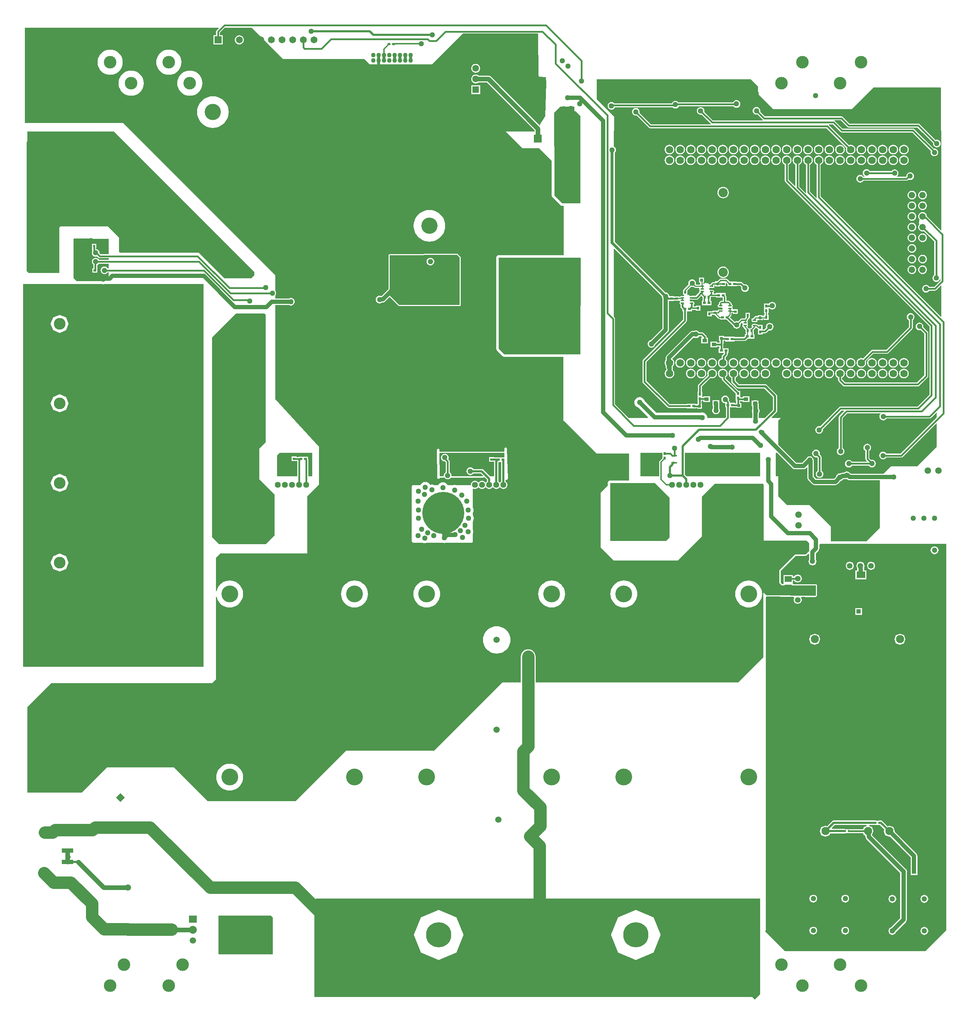
<source format=gbl>
G04*
G04 #@! TF.GenerationSoftware,Altium Limited,Altium Designer,20.2.4 (192)*
G04*
G04 Layer_Physical_Order=2*
G04 Layer_Color=16711680*
%FSLAX24Y24*%
%MOIN*%
G70*
G04*
G04 #@! TF.SameCoordinates,B9BB7F2B-B7AC-4897-A438-396A0F5AD448*
G04*
G04*
G04 #@! TF.FilePolarity,Positive*
G04*
G01*
G75*
%ADD12C,0.0197*%
%ADD15C,0.0157*%
%ADD16C,0.0100*%
%ADD26R,0.0236X0.0276*%
%ADD36R,0.0811X0.0638*%
%ADD42R,0.0276X0.0236*%
%ADD43R,0.0256X0.0252*%
%ADD50R,0.0252X0.0256*%
%ADD56R,0.0654X0.0567*%
%ADD136C,0.0394*%
%ADD137C,0.0118*%
%ADD138C,0.0433*%
%ADD139C,0.0276*%
%ADD141C,0.1181*%
%ADD142C,0.0433*%
%ADD143C,0.3937*%
%ADD144C,0.2362*%
%ADD145C,0.1575*%
%ADD146O,0.0550X0.0570*%
%ADD147C,0.1520*%
%ADD148R,0.0744X0.0744*%
%ADD149O,0.0744X0.0744*%
%ADD150C,0.0610*%
%ADD151C,0.0866*%
%ADD152C,0.0700*%
%ADD153C,0.0531*%
%ADD154C,0.0768*%
%ADD155R,0.0433X0.0433*%
%ADD156R,0.0512X0.0512*%
%ADD157C,0.0512*%
%ADD158R,0.0700X0.0700*%
%ADD159R,0.0433X0.0433*%
%ADD160C,0.3543*%
%ADD161C,0.1181*%
%ADD162C,0.0630*%
%ADD163R,0.0630X0.0630*%
%ADD164C,0.0596*%
%ADD165R,0.0744X0.0650*%
%ADD166C,0.0736*%
%ADD167C,0.0591*%
%ADD168R,0.1098X0.1098*%
%ADD169C,0.1098*%
%ADD170R,0.0591X0.0591*%
%ADD171P,0.0835X4X360.0*%
%ADD172C,0.0650*%
%ADD173R,0.0650X0.0650*%
%ADD174C,0.0500*%
%ADD175R,0.0197X0.0197*%
%ADD176R,0.0252X0.0197*%
%ADD177R,0.0531X0.0138*%
%ADD178O,0.0335X0.0118*%
%ADD179R,0.0335X0.0118*%
%ADD180R,0.0197X0.0252*%
%ADD181R,0.0433X0.0335*%
%ADD182R,0.0252X0.0236*%
%ADD183R,0.0118X0.0197*%
%ADD184R,0.1063X0.0413*%
G36*
X18742Y93789D02*
X18761Y93743D01*
X18558Y93540D01*
X18519Y93481D01*
X18505Y93411D01*
X18505Y93411D01*
Y93072D01*
X18262D01*
Y92223D01*
X19112D01*
Y93072D01*
X18869D01*
Y93336D01*
X19323Y93789D01*
X21841Y93789D01*
X24783Y90846D01*
X32421D01*
X32913Y90354D01*
X38780Y90354D01*
X41668Y93243D01*
X48696D01*
X48737Y93193D01*
X48736Y93187D01*
X48776Y89290D01*
X48780Y89271D01*
X48782Y89251D01*
X48784Y89248D01*
X48785Y89243D01*
X48796Y89227D01*
X48806Y89210D01*
X48810Y89208D01*
X48812Y89204D01*
X48829Y89193D01*
X48844Y89182D01*
X48849Y89180D01*
X48852Y89178D01*
X48871Y89174D01*
X48890Y89170D01*
X49451Y89137D01*
X49484Y88581D01*
X49406Y85471D01*
X48923Y84747D01*
X48905Y84703D01*
X48905Y84655D01*
X48910Y84644D01*
X48867Y84616D01*
X44281Y89202D01*
X44215Y89253D01*
X44138Y89285D01*
X44055Y89296D01*
X43140D01*
X43083Y89339D01*
X42982Y89381D01*
X42874Y89395D01*
X42766Y89381D01*
X42665Y89339D01*
X42578Y89272D01*
X42512Y89186D01*
X42470Y89085D01*
X42455Y88976D01*
X42470Y88868D01*
X42512Y88767D01*
X42578Y88680D01*
X42665Y88614D01*
X42766Y88572D01*
X42874Y88558D01*
X42982Y88572D01*
X43083Y88614D01*
X43140Y88657D01*
X43923D01*
X48382Y84198D01*
Y84055D01*
X45709D01*
X47264Y82500D01*
X48809Y82500D01*
X50005Y81304D01*
Y78051D01*
X50024Y77959D01*
X50076Y77881D01*
X50814Y77143D01*
X50892Y77090D01*
X50984Y77072D01*
X51132D01*
Y72465D01*
X45039D01*
X44947Y72447D01*
X44869Y72395D01*
X44817Y72317D01*
X44799Y72224D01*
Y63681D01*
X44817Y63589D01*
X44869Y63511D01*
X45401Y62979D01*
X45479Y62927D01*
X45571Y62909D01*
X51102D01*
Y56968D01*
X54213Y53858D01*
X57274D01*
Y51333D01*
X55492D01*
X55400Y51315D01*
X55322Y51263D01*
X55270Y51185D01*
X55251Y51093D01*
Y50822D01*
X54606Y50177D01*
Y45059D01*
X55837Y43829D01*
X61841D01*
X64104Y46093D01*
Y49823D01*
X65295Y51014D01*
X69872Y51014D01*
Y50933D01*
X69892D01*
X69892Y45669D01*
X73937Y45669D01*
X74173Y45433D01*
Y44724D01*
X73819Y44370D01*
X72843D01*
X71378Y42905D01*
Y41693D01*
X71614Y41457D01*
X71626Y41469D01*
X74803D01*
Y40551D01*
X74764Y40512D01*
X70157Y40551D01*
X69872Y40837D01*
X69872Y34764D01*
X67500Y32392D01*
X48489Y32392D01*
Y34803D01*
X48476Y34939D01*
X48436Y35069D01*
X48372Y35189D01*
X48286Y35294D01*
X48181Y35380D01*
X48061Y35444D01*
X47931Y35484D01*
X47795Y35497D01*
X47660Y35484D01*
X47530Y35444D01*
X47410Y35380D01*
X47305Y35294D01*
X47218Y35189D01*
X47154Y35069D01*
X47115Y34939D01*
X47101Y34803D01*
Y32392D01*
X45384D01*
X38976Y25984D01*
X30709D01*
X25984Y21260D01*
X17717D01*
X14567Y24409D01*
X8268D01*
X5906Y22047D01*
X787D01*
X787Y30079D01*
X3031Y32323D01*
X18150Y32323D01*
X18504Y32677D01*
Y40411D01*
X18554Y40417D01*
X18585Y40290D01*
X18660Y40107D01*
X18764Y39938D01*
X18892Y39788D01*
X19042Y39659D01*
X19211Y39556D01*
X19394Y39480D01*
X19586Y39434D01*
X19783Y39418D01*
X19981Y39434D01*
X20173Y39480D01*
X20356Y39556D01*
X20524Y39659D01*
X20675Y39788D01*
X20803Y39938D01*
X20907Y40107D01*
X20982Y40290D01*
X21029Y40482D01*
X21044Y40679D01*
X21029Y40876D01*
X20982Y41069D01*
X20907Y41251D01*
X20803Y41420D01*
X20675Y41571D01*
X20524Y41699D01*
X20356Y41802D01*
X20173Y41878D01*
X19981Y41924D01*
X19783Y41940D01*
X19586Y41924D01*
X19394Y41878D01*
X19211Y41802D01*
X19042Y41699D01*
X18892Y41571D01*
X18764Y41420D01*
X18660Y41251D01*
X18585Y41069D01*
X18554Y40941D01*
X18504Y40947D01*
Y44094D01*
X18898Y44488D01*
X27077D01*
X27077Y49843D01*
X28159Y50925D01*
X28159Y54478D01*
X24045Y58965D01*
Y67771D01*
X25372D01*
X25439Y67744D01*
X25531Y67732D01*
X25624Y67744D01*
X25711Y67780D01*
X25785Y67837D01*
X25842Y67911D01*
X25878Y67998D01*
X25890Y68091D01*
X25878Y68183D01*
X25842Y68270D01*
X25785Y68344D01*
X25711Y68401D01*
X25624Y68437D01*
X25531Y68450D01*
X25439Y68437D01*
X25352Y68401D01*
X25311Y68370D01*
X24045D01*
Y68661D01*
X24090Y68720D01*
X24126Y68806D01*
X24139Y68899D01*
X24126Y68992D01*
X24090Y69079D01*
X24045Y69138D01*
Y70581D01*
X9783Y84843D01*
X551Y84843D01*
X551Y93789D01*
X18742Y93789D01*
D02*
G37*
G36*
X52126Y85965D02*
X52254D01*
X52687Y85532D01*
Y77313D01*
X50984D01*
X50246Y78051D01*
Y82638D01*
X50236D01*
Y85827D01*
X50787Y86378D01*
X52126D01*
Y85965D01*
D02*
G37*
G36*
X69370Y88268D02*
Y87559D01*
X70787Y86142D01*
X78150D01*
X80197Y88189D01*
X86496D01*
X86535Y88150D01*
Y84175D01*
X86539Y84175D01*
X86575Y84140D01*
X86575Y74801D01*
X86529Y74782D01*
X85246Y76064D01*
X85214Y76086D01*
X85214Y76089D01*
X85200Y76194D01*
X85160Y76293D01*
X85095Y76378D01*
X85010Y76443D01*
X84912Y76483D01*
X84806Y76497D01*
X84700Y76483D01*
X84601Y76443D01*
X84517Y76378D01*
X84452Y76293D01*
X84411Y76194D01*
X84397Y76089D01*
X84411Y75983D01*
X84452Y75884D01*
X84513Y75804D01*
X84495Y75779D01*
X84484Y75733D01*
X84475Y75457D01*
X84482Y75410D01*
X84507Y75370D01*
X84508Y75366D01*
X84452Y75293D01*
X84411Y75194D01*
X84397Y75089D01*
X84411Y74983D01*
X84452Y74884D01*
X84517Y74800D01*
X84601Y74735D01*
X84700Y74694D01*
X84806Y74680D01*
X84912Y74694D01*
X84934Y74703D01*
X85910Y73726D01*
Y70614D01*
X85839Y70559D01*
X85782Y70485D01*
X85746Y70398D01*
X85734Y70305D01*
X85746Y70212D01*
X85782Y70126D01*
X85839Y70051D01*
X85913Y69994D01*
X86000Y69958D01*
X86093Y69946D01*
X86185Y69958D01*
X86272Y69994D01*
X86346Y70051D01*
X86403Y70126D01*
X86431Y70193D01*
X86481Y70183D01*
Y70095D01*
X85879Y69493D01*
X85437D01*
X85382Y69565D01*
X85307Y69622D01*
X85221Y69658D01*
X85128Y69670D01*
X85035Y69658D01*
X84948Y69622D01*
X84874Y69565D01*
X84817Y69491D01*
X84781Y69404D01*
X84769Y69311D01*
X84781Y69218D01*
X84817Y69132D01*
X84874Y69057D01*
X84948Y69000D01*
X85035Y68964D01*
X85128Y68952D01*
X85221Y68964D01*
X85307Y69000D01*
X85382Y69057D01*
X85437Y69129D01*
X85955D01*
X85955Y69129D01*
X86024Y69143D01*
X86084Y69182D01*
X86529Y69627D01*
X86575Y69608D01*
X86575Y66701D01*
X86529Y66682D01*
X75235Y77975D01*
Y80118D01*
Y80947D01*
X75280Y80965D01*
X75374Y81037D01*
X75446Y81131D01*
X75492Y81241D01*
X75507Y81358D01*
X75492Y81476D01*
X75446Y81585D01*
X75374Y81679D01*
X75280Y81751D01*
X75171Y81797D01*
X75053Y81812D01*
X74936Y81797D01*
X74826Y81751D01*
X74732Y81679D01*
X74660Y81585D01*
X74615Y81476D01*
X74599Y81358D01*
X74615Y81241D01*
X74660Y81131D01*
X74732Y81037D01*
X74826Y80965D01*
X74871Y80947D01*
Y80118D01*
Y77900D01*
X74871Y77900D01*
X74881Y77849D01*
X74835Y77824D01*
X74235Y78424D01*
Y80118D01*
Y80947D01*
X74280Y80965D01*
X74374Y81037D01*
X74446Y81131D01*
X74492Y81241D01*
X74507Y81358D01*
X74492Y81476D01*
X74446Y81585D01*
X74374Y81679D01*
X74280Y81751D01*
X74171Y81797D01*
X74053Y81812D01*
X73936Y81797D01*
X73826Y81751D01*
X73732Y81679D01*
X73660Y81585D01*
X73615Y81476D01*
X73599Y81358D01*
X73615Y81241D01*
X73660Y81131D01*
X73732Y81037D01*
X73826Y80965D01*
X73871Y80947D01*
Y80118D01*
Y78348D01*
X73871Y78348D01*
X73876Y78322D01*
X73830Y78298D01*
X73235Y78892D01*
Y80118D01*
Y80947D01*
X73280Y80965D01*
X73374Y81037D01*
X73446Y81131D01*
X73492Y81241D01*
X73507Y81358D01*
X73492Y81476D01*
X73446Y81585D01*
X73374Y81679D01*
X73280Y81751D01*
X73171Y81797D01*
X73053Y81812D01*
X72936Y81797D01*
X72826Y81751D01*
X72732Y81679D01*
X72660Y81585D01*
X72615Y81476D01*
X72599Y81358D01*
X72615Y81241D01*
X72660Y81131D01*
X72732Y81037D01*
X72826Y80965D01*
X72871Y80947D01*
Y80118D01*
Y78958D01*
X72825Y78939D01*
X72235Y79528D01*
Y80118D01*
Y80947D01*
X72280Y80965D01*
X72374Y81037D01*
X72446Y81131D01*
X72492Y81241D01*
X72507Y81358D01*
X72492Y81476D01*
X72446Y81585D01*
X72374Y81679D01*
X72280Y81751D01*
X72171Y81797D01*
X72053Y81812D01*
X71936Y81797D01*
X71826Y81751D01*
X71732Y81679D01*
X71660Y81585D01*
X71615Y81476D01*
X71599Y81358D01*
X71615Y81241D01*
X71660Y81131D01*
X71732Y81037D01*
X71826Y80965D01*
X71871Y80947D01*
Y80118D01*
Y79453D01*
X71871Y79453D01*
X71885Y79383D01*
X71924Y79324D01*
X85458Y65791D01*
Y59396D01*
X84314Y58253D01*
X77106D01*
X77106Y58253D01*
X77037Y58239D01*
X76977Y58200D01*
X76977Y58200D01*
X75188Y56410D01*
X75098Y56422D01*
X75006Y56410D01*
X74919Y56374D01*
X74845Y56317D01*
X74788Y56242D01*
X74752Y56156D01*
X74739Y56063D01*
X74752Y55970D01*
X74788Y55883D01*
X74845Y55809D01*
X74919Y55752D01*
X75006Y55716D01*
X75098Y55704D01*
X75191Y55716D01*
X75278Y55752D01*
X75352Y55809D01*
X75409Y55883D01*
X75445Y55970D01*
X75457Y56063D01*
X75446Y56152D01*
X77182Y57889D01*
X77418D01*
X77437Y57842D01*
X76987Y57393D01*
X76948Y57334D01*
X76934Y57264D01*
X76934Y57264D01*
Y54367D01*
X76862Y54312D01*
X76805Y54238D01*
X76769Y54151D01*
X76757Y54058D01*
X76769Y53965D01*
X76805Y53879D01*
X76862Y53804D01*
X76937Y53747D01*
X77023Y53712D01*
X77116Y53699D01*
X77209Y53712D01*
X77296Y53747D01*
X77370Y53804D01*
X77427Y53879D01*
X77463Y53965D01*
X77475Y54058D01*
X77463Y54151D01*
X77427Y54238D01*
X77370Y54312D01*
X77298Y54367D01*
Y57188D01*
X77741Y57631D01*
X80857D01*
X80873Y57584D01*
X80868Y57580D01*
X80811Y57505D01*
X80775Y57419D01*
X80763Y57326D01*
X80775Y57233D01*
X80811Y57147D01*
X80868Y57072D01*
X80943Y57015D01*
X81029Y56979D01*
X81122Y56967D01*
X81215Y56979D01*
X81302Y57015D01*
X81376Y57072D01*
X81431Y57144D01*
X85466D01*
X85466Y57144D01*
X85535Y57158D01*
X85595Y57197D01*
X86090Y57692D01*
X86136Y57673D01*
Y57260D01*
X82720Y53844D01*
X81401D01*
X81346Y53915D01*
X81272Y53972D01*
X81185Y54008D01*
X81093Y54020D01*
X81000Y54008D01*
X80913Y53972D01*
X80839Y53915D01*
X80782Y53841D01*
X80746Y53754D01*
X80734Y53661D01*
X80746Y53569D01*
X80782Y53482D01*
X80839Y53408D01*
X80913Y53351D01*
X81000Y53315D01*
X81093Y53302D01*
X81185Y53315D01*
X81272Y53351D01*
X81346Y53408D01*
X81401Y53479D01*
X82795D01*
X82795Y53479D01*
X82865Y53493D01*
X82924Y53533D01*
X86090Y56698D01*
X86136Y56679D01*
Y54486D01*
X84295Y52646D01*
X81835D01*
X81132Y51943D01*
X78084D01*
X78004Y52023D01*
X77952Y52063D01*
X77951Y52065D01*
X77876Y52122D01*
X77790Y52158D01*
X77697Y52170D01*
X77604Y52158D01*
X77517Y52122D01*
X77443Y52065D01*
X77426Y52043D01*
X77252D01*
X77175Y52032D01*
X77103Y52003D01*
X77071Y51979D01*
X77037Y51983D01*
X76944Y51971D01*
X76858Y51935D01*
X76784Y51878D01*
X76727Y51803D01*
X76691Y51717D01*
X76688Y51698D01*
X76490Y51500D01*
X74789D01*
X74581Y51709D01*
Y53179D01*
X74577Y53207D01*
X74581Y53238D01*
X74569Y53331D01*
X74533Y53418D01*
X74476Y53492D01*
X74402Y53549D01*
X74315Y53585D01*
X74222Y53597D01*
X74130Y53585D01*
X74043Y53549D01*
X73969Y53492D01*
X73912Y53418D01*
X73887Y53358D01*
X73505Y52977D01*
X72949D01*
X71274Y54652D01*
Y56927D01*
X71264Y56937D01*
X71522Y57195D01*
X70647Y57195D01*
X70628Y57241D01*
X71108Y57721D01*
X71151Y57787D01*
X71167Y57864D01*
Y59252D01*
X71151Y59329D01*
X71108Y59395D01*
X70202Y60301D01*
X70136Y60344D01*
X70059Y60360D01*
X67584D01*
X67255Y60688D01*
Y60955D01*
X67280Y60965D01*
X67374Y61037D01*
X67446Y61131D01*
X67492Y61241D01*
X67507Y61358D01*
X67492Y61476D01*
X67446Y61585D01*
X67374Y61679D01*
X67280Y61751D01*
X67171Y61797D01*
X67053Y61812D01*
X66936Y61797D01*
X66826Y61751D01*
X66732Y61679D01*
X66660Y61585D01*
X66615Y61476D01*
X66599Y61358D01*
X66615Y61241D01*
X66660Y61131D01*
X66732Y61037D01*
X66826Y60965D01*
X66851Y60955D01*
Y60604D01*
X66866Y60527D01*
X66910Y60461D01*
X67357Y60014D01*
X67423Y59971D01*
X67500Y59955D01*
X69975D01*
X70762Y59168D01*
Y57948D01*
X70009Y57195D01*
X69443D01*
Y57637D01*
X69464Y57665D01*
X69500Y57752D01*
X69513Y57844D01*
X69500Y57937D01*
X69464Y58024D01*
X69414Y58090D01*
Y58543D01*
X69411Y58563D01*
Y58830D01*
X69225D01*
X69172Y58852D01*
X69094Y58862D01*
X69017Y58852D01*
X68964Y58830D01*
X68778D01*
Y58296D01*
X68815D01*
Y57957D01*
X68807Y57937D01*
X68795Y57844D01*
X68807Y57752D01*
X68843Y57665D01*
X68844Y57663D01*
Y57195D01*
X66764D01*
X66718Y57245D01*
Y58178D01*
X67206D01*
Y58199D01*
X67333D01*
Y58138D01*
X67785D01*
Y58594D01*
X67663D01*
Y58755D01*
X67912D01*
Y58670D01*
X68545D01*
Y59204D01*
X67912D01*
Y59119D01*
X67698D01*
Y59726D01*
X67520D01*
X66339Y60907D01*
Y61011D01*
X66374Y61037D01*
X66446Y61131D01*
X66492Y61241D01*
X66507Y61358D01*
X66492Y61476D01*
X66446Y61585D01*
X66374Y61679D01*
X66280Y61751D01*
X66171Y61797D01*
X66053Y61812D01*
X65936Y61797D01*
X65826Y61751D01*
X65732Y61679D01*
X65660Y61585D01*
X65615Y61476D01*
X65599Y61358D01*
X65615Y61241D01*
X65660Y61131D01*
X65732Y61037D01*
X65826Y60965D01*
X65936Y60920D01*
X65975Y60915D01*
Y60831D01*
X65975Y60831D01*
X65989Y60761D01*
X66028Y60702D01*
X67262Y59468D01*
Y59250D01*
Y58817D01*
X67298D01*
Y58563D01*
X67206D01*
Y58614D01*
X66718D01*
Y58670D01*
X66704Y58740D01*
X66664Y58799D01*
X66664Y58799D01*
X66634Y58829D01*
X66636Y58833D01*
X66648Y58926D01*
X66636Y59019D01*
X66600Y59106D01*
X66543Y59180D01*
X66469Y59237D01*
X66382Y59273D01*
X66289Y59285D01*
X66196Y59273D01*
X66110Y59237D01*
X66036Y59180D01*
X65978Y59106D01*
X65943Y59019D01*
X65930Y58926D01*
X65943Y58833D01*
X65978Y58747D01*
X66036Y58672D01*
X66110Y58615D01*
X66196Y58580D01*
X66289Y58567D01*
X66298Y58560D01*
Y58178D01*
X66353D01*
Y57280D01*
X66268Y57195D01*
X64628D01*
X64611Y57215D01*
X64594Y57343D01*
X64544Y57463D01*
X64465Y57566D01*
X64362Y57644D01*
X64243Y57694D01*
X64114Y57711D01*
X63986Y57694D01*
X63954Y57681D01*
X59836D01*
X58730Y58787D01*
X58688Y58890D01*
X58609Y58993D01*
X58506Y59072D01*
X58386Y59121D01*
X58258Y59138D01*
X58129Y59121D01*
X58010Y59072D01*
X57907Y58993D01*
X57828Y58890D01*
X57778Y58770D01*
X57761Y58642D01*
X57778Y58513D01*
X57828Y58394D01*
X57907Y58291D01*
X58010Y58212D01*
X58113Y58169D01*
X59041Y57241D01*
X59022Y57195D01*
X57236D01*
X55930Y58501D01*
Y66501D01*
X55930Y66501D01*
X55916Y66571D01*
X55877Y66630D01*
X55827Y66680D01*
X55827Y73050D01*
X55873Y73069D01*
X60333Y68609D01*
X60331Y68595D01*
X60343Y68502D01*
X60379Y68415D01*
X60390Y68400D01*
Y65587D01*
X59286Y64483D01*
X59267Y64481D01*
X59181Y64445D01*
X59106Y64388D01*
X59049Y64313D01*
X59013Y64227D01*
X59001Y64134D01*
X59013Y64041D01*
X59049Y63954D01*
X59106Y63880D01*
X59181Y63823D01*
X59267Y63787D01*
X59360Y63775D01*
X59453Y63787D01*
X59540Y63823D01*
X59614Y63880D01*
X59671Y63954D01*
X59707Y64041D01*
X59709Y64060D01*
X60902Y65252D01*
X60949Y65314D01*
X60979Y65386D01*
X60989Y65463D01*
Y68120D01*
X60995Y68168D01*
X61447D01*
Y68204D01*
X61507D01*
Y68187D01*
X61959D01*
Y68187D01*
X62009Y68186D01*
X62016Y68147D01*
X62036Y68117D01*
X62047Y68081D01*
X62036Y68044D01*
X62016Y68015D01*
X62004Y67953D01*
X62016Y67891D01*
X62052Y67838D01*
X62092Y67811D01*
Y67629D01*
X62092Y67629D01*
X62106Y67559D01*
X62146Y67500D01*
X62263Y67382D01*
Y67184D01*
X62319D01*
Y66395D01*
X58572Y62649D01*
X58532Y62589D01*
X58519Y62520D01*
X58519Y62520D01*
Y60600D01*
X58519Y60600D01*
X58532Y60531D01*
X58572Y60472D01*
X60865Y58178D01*
X60865Y58178D01*
X60924Y58139D01*
X60994Y58125D01*
X60994Y58125D01*
X62646D01*
Y58089D01*
X63555D01*
Y58110D01*
X63647D01*
Y58050D01*
X64099D01*
Y58506D01*
X64072D01*
Y58748D01*
X64126D01*
Y58804D01*
X64221D01*
Y58680D01*
X64854D01*
Y59214D01*
X64221D01*
Y59168D01*
X64126D01*
Y59657D01*
X64090D01*
Y60137D01*
X64891Y60938D01*
X64936Y60920D01*
X65053Y60904D01*
X65171Y60920D01*
X65280Y60965D01*
X65374Y61037D01*
X65446Y61131D01*
X65492Y61241D01*
X65507Y61358D01*
X65492Y61476D01*
X65446Y61585D01*
X65374Y61679D01*
X65280Y61751D01*
X65171Y61797D01*
X65053Y61812D01*
X64936Y61797D01*
X64826Y61751D01*
X64732Y61679D01*
X64660Y61585D01*
X64615Y61476D01*
X64599Y61358D01*
X64615Y61241D01*
X64633Y61196D01*
X63779Y60341D01*
X63739Y60282D01*
X63725Y60213D01*
X63725Y60213D01*
Y59657D01*
X63689D01*
Y59181D01*
Y58748D01*
X63708D01*
Y58506D01*
X63647D01*
Y58475D01*
X63555D01*
Y58525D01*
X62646D01*
Y58489D01*
X61070D01*
X58883Y60676D01*
Y62444D01*
X62630Y66191D01*
X62630Y66191D01*
X62669Y66250D01*
X62683Y66320D01*
Y67184D01*
X63172D01*
Y67318D01*
X63513D01*
Y67242D01*
X63949D01*
Y67718D01*
X63513D01*
Y67642D01*
X63323D01*
Y67811D01*
X63364Y67838D01*
X63399Y67891D01*
X63411Y67953D01*
X63399Y68015D01*
X63364Y68067D01*
X63311Y68103D01*
X63249Y68115D01*
X63032D01*
X63017Y68112D01*
X62967Y68153D01*
Y68306D01*
X63057D01*
X63071Y68296D01*
X63141Y68282D01*
X63583D01*
X63583Y68282D01*
X63652Y68296D01*
X63712Y68336D01*
X64027Y68651D01*
X64162Y68516D01*
Y68468D01*
X64159Y68452D01*
Y68198D01*
X64083D01*
Y67762D01*
X64992D01*
Y68198D01*
X64896D01*
Y68293D01*
X64913D01*
Y68516D01*
X64936Y68539D01*
X65412D01*
Y68483D01*
X66058D01*
Y68173D01*
X65916D01*
X65854Y68161D01*
X65801Y68125D01*
X65732Y68056D01*
X65697Y68004D01*
X65684Y67942D01*
Y67867D01*
X65676Y67865D01*
X65624Y67830D01*
X65588Y67778D01*
X65576Y67715D01*
X65588Y67653D01*
X65624Y67601D01*
X65676Y67566D01*
X65738Y67553D01*
X65955D01*
X65978Y67558D01*
X66026Y67516D01*
X66020Y67367D01*
X66016Y67363D01*
X65579D01*
Y67283D01*
X65551Y67245D01*
X65099D01*
Y67199D01*
X64872D01*
X64854Y67195D01*
X64585D01*
Y66720D01*
X65022D01*
Y66893D01*
X65099D01*
Y66848D01*
X65307D01*
X65630Y66525D01*
X65680Y66491D01*
X65738Y66480D01*
X65786D01*
Y66415D01*
X66437D01*
X66997Y65854D01*
X67014Y65843D01*
X67017Y65822D01*
X67053Y65736D01*
X67110Y65662D01*
X67184Y65604D01*
X67271Y65569D01*
X67363Y65556D01*
X67456Y65569D01*
X67543Y65604D01*
X67617Y65662D01*
X67674Y65736D01*
X67710Y65822D01*
X67722Y65915D01*
X67712Y65998D01*
X67833Y66119D01*
X67863Y66109D01*
X67881Y66097D01*
X67893Y66040D01*
X67912Y66011D01*
X67924Y65974D01*
X67912Y65938D01*
X67893Y65908D01*
X67880Y65846D01*
X67893Y65784D01*
X67928Y65732D01*
X67981Y65697D01*
X68007Y65691D01*
X68010Y65677D01*
X68043Y65628D01*
X68208Y65462D01*
Y65148D01*
X68214D01*
Y65061D01*
X68130D01*
Y64882D01*
X68016Y64769D01*
X67167D01*
Y64805D01*
X66474D01*
X66457Y64808D01*
X66457Y64808D01*
X66151D01*
Y64883D01*
X65699D01*
Y64428D01*
X65748D01*
Y64257D01*
X65543D01*
Y64342D01*
X64910D01*
Y63807D01*
X65543D01*
Y63893D01*
X65733D01*
Y63722D01*
X65678D01*
Y63286D01*
X66154D01*
Y63225D01*
X66002Y63073D01*
X65963Y63014D01*
X65949Y62944D01*
X65949Y62944D01*
Y62798D01*
X65936Y62797D01*
X65826Y62751D01*
X65732Y62679D01*
X65660Y62585D01*
X65615Y62476D01*
X65599Y62358D01*
X65615Y62241D01*
X65660Y62131D01*
X65732Y62037D01*
X65826Y61965D01*
X65936Y61920D01*
X66053Y61904D01*
X66171Y61920D01*
X66280Y61965D01*
X66374Y62037D01*
X66446Y62131D01*
X66492Y62241D01*
X66507Y62358D01*
X66492Y62476D01*
X66446Y62585D01*
X66374Y62679D01*
X66313Y62726D01*
Y62869D01*
X66465Y63021D01*
X66465Y63021D01*
X66504Y63080D01*
X66518Y63150D01*
Y63286D01*
X66586D01*
Y63722D01*
X66098D01*
Y63996D01*
X66098Y63996D01*
X66098Y63996D01*
Y64102D01*
X66098Y64103D01*
X66112Y64173D01*
X66112Y64173D01*
Y64428D01*
X66151D01*
Y64444D01*
X66258D01*
Y64368D01*
X67167D01*
Y64404D01*
X68092D01*
X68092Y64404D01*
X68162Y64418D01*
X68221Y64458D01*
X68387Y64624D01*
X69038D01*
Y65061D01*
X68953D01*
Y65148D01*
X68960D01*
Y65462D01*
X69125Y65628D01*
X69137Y65646D01*
X69201Y65653D01*
X69273Y65581D01*
X69322Y65548D01*
X69350Y65542D01*
Y65018D01*
X69786D01*
Y65122D01*
X70018D01*
X70018Y65122D01*
X70088Y65135D01*
X70147Y65175D01*
X70373Y65401D01*
X70463Y65389D01*
X70556Y65401D01*
X70642Y65437D01*
X70716Y65494D01*
X70773Y65569D01*
X70809Y65655D01*
X70822Y65748D01*
X70809Y65841D01*
X70773Y65928D01*
X70716Y66002D01*
X70642Y66059D01*
X70556Y66095D01*
X70463Y66107D01*
X70370Y66095D01*
X70283Y66059D01*
X70209Y66002D01*
X70152Y65928D01*
X70116Y65841D01*
X70104Y65748D01*
X70115Y65659D01*
X69943Y65486D01*
X69786D01*
Y65927D01*
X69359D01*
X69332Y65955D01*
X69282Y65988D01*
X69223Y65999D01*
X69172D01*
X69125Y66009D01*
X68909D01*
X68847Y65996D01*
X68794Y65961D01*
X68759Y65908D01*
X68747Y65846D01*
X68759Y65784D01*
X68794Y65732D01*
X68794Y65730D01*
X68665Y65600D01*
X68503D01*
X68374Y65730D01*
X68374Y65732D01*
X68409Y65784D01*
X68421Y65846D01*
X68409Y65908D01*
X68389Y65938D01*
X68378Y65974D01*
X68389Y66011D01*
X68409Y66040D01*
X68421Y66102D01*
X68409Y66164D01*
X68389Y66194D01*
X68378Y66230D01*
X68389Y66267D01*
X68409Y66296D01*
X68421Y66358D01*
X68412Y66403D01*
X68482Y66473D01*
X68521Y66499D01*
X68557Y66552D01*
X68563Y66585D01*
X68605D01*
Y67037D01*
X68208D01*
Y66632D01*
X68097Y66520D01*
X67843D01*
X67780Y66508D01*
X67728Y66473D01*
X67499Y66244D01*
X67456Y66262D01*
X67363Y66274D01*
X67271Y66262D01*
X67184Y66226D01*
X67159Y66207D01*
X66713Y66653D01*
X66821Y66761D01*
X66854Y66810D01*
X66866Y66869D01*
Y67047D01*
X67008D01*
Y66946D01*
X67460D01*
Y67382D01*
X67016D01*
X66975Y67419D01*
X66983Y67460D01*
X66971Y67522D01*
X66951Y67551D01*
X66940Y67587D01*
X66951Y67624D01*
X66971Y67653D01*
X66983Y67715D01*
X66971Y67778D01*
X66936Y67830D01*
X66885Y67864D01*
Y67893D01*
X66872Y67955D01*
X66837Y68007D01*
X66719Y68125D01*
X66666Y68161D01*
X66604Y68173D01*
X66383D01*
Y68563D01*
X66370Y68625D01*
X66335Y68678D01*
X66320Y68692D01*
Y68919D01*
X65412D01*
Y68863D01*
X65207D01*
X65192Y68913D01*
X65203Y68921D01*
X65238Y68973D01*
X65251Y69035D01*
X65238Y69097D01*
X65203Y69150D01*
X65151Y69185D01*
X65089Y69198D01*
X64872D01*
X64839Y69191D01*
X64790Y69228D01*
X64797Y69388D01*
X64965D01*
X64980Y69385D01*
X65074D01*
X65089Y69388D01*
X65248D01*
Y69602D01*
X65343D01*
Y69526D01*
X65779D01*
Y69592D01*
X65888D01*
Y69546D01*
X66340D01*
Y69822D01*
X66387Y69841D01*
X66485Y69743D01*
Y69536D01*
X67393D01*
Y69572D01*
X67680D01*
X67793Y69460D01*
X67781Y69370D01*
X67793Y69277D01*
X67829Y69191D01*
X67886Y69116D01*
X67960Y69059D01*
X68047Y69023D01*
X68140Y69011D01*
X68233Y69023D01*
X68319Y69059D01*
X68394Y69116D01*
X68451Y69191D01*
X68486Y69277D01*
X68499Y69370D01*
X68486Y69463D01*
X68451Y69550D01*
X68394Y69624D01*
X68319Y69681D01*
X68233Y69717D01*
X68140Y69729D01*
X68050Y69717D01*
X67885Y69883D01*
X67826Y69922D01*
X67756Y69936D01*
X67756Y69936D01*
X67393D01*
Y69972D01*
X66714D01*
X66493Y70193D01*
X66440Y70229D01*
X66378Y70241D01*
X65856D01*
X65794Y70229D01*
X65742Y70193D01*
X65550Y70002D01*
X65343D01*
Y69926D01*
X65143D01*
X65081Y69914D01*
X65028Y69878D01*
X64959Y69809D01*
X64924Y69757D01*
X64914Y69706D01*
X64771D01*
X64764Y69747D01*
X64740Y69787D01*
X64701Y69815D01*
X64655Y69827D01*
X64419Y69836D01*
X64372Y69829D01*
X64331Y69804D01*
X64303Y69766D01*
X64303Y69765D01*
X64255Y69746D01*
X64247Y69747D01*
X64243Y69751D01*
Y69899D01*
X64293D01*
Y70351D01*
X63837D01*
Y69899D01*
X63937D01*
Y69697D01*
X63562D01*
X63530Y69735D01*
X63526Y69744D01*
X63538Y69833D01*
X63526Y69926D01*
X63490Y70012D01*
X63433Y70087D01*
X63359Y70144D01*
X63272Y70179D01*
X63179Y70192D01*
X63086Y70179D01*
X63000Y70144D01*
X62925Y70087D01*
X62868Y70012D01*
X62832Y69926D01*
X62820Y69833D01*
X62832Y69740D01*
X62843Y69713D01*
X62412Y69282D01*
X62379Y69233D01*
X62375Y69212D01*
X62322D01*
Y68760D01*
X62416D01*
X62431Y68710D01*
X62414Y68698D01*
X62387Y68659D01*
X62381Y68627D01*
X62166D01*
X62104Y68614D01*
X62052Y68579D01*
X62038Y68558D01*
X61959D01*
Y68584D01*
X61507D01*
Y68568D01*
X61447D01*
Y68604D01*
X61048D01*
X61037Y68688D01*
X61001Y68774D01*
X60944Y68849D01*
X60869Y68906D01*
X60783Y68942D01*
X60690Y68954D01*
X60676Y68952D01*
X55912Y73716D01*
Y82060D01*
X55923Y82069D01*
X55980Y82143D01*
X56016Y82230D01*
X56028Y82323D01*
X56016Y82416D01*
X55980Y82502D01*
X55923Y82577D01*
X55849Y82634D01*
X55827Y82643D01*
X55827Y84115D01*
X55866Y84115D01*
Y85433D01*
X54252Y87047D01*
X54213D01*
Y88937D01*
X68701D01*
X69370Y88268D01*
D02*
G37*
G36*
X8425Y73976D02*
Y72544D01*
X7661D01*
X7560Y72646D01*
X7564Y72677D01*
X7551Y72770D01*
X7516Y72857D01*
X7459Y72931D01*
X7384Y72988D01*
X7298Y73024D01*
X7229Y73033D01*
Y73109D01*
X7246D01*
Y73506D01*
X6849D01*
Y73109D01*
X6865D01*
Y72931D01*
X6865Y72931D01*
X6879Y72861D01*
X6889Y72845D01*
X6858Y72770D01*
X6846Y72677D01*
X6858Y72584D01*
X6894Y72498D01*
X6951Y72423D01*
X7025Y72366D01*
X7112Y72330D01*
X7205Y72318D01*
X7298Y72330D01*
X7342Y72349D01*
X7457Y72233D01*
X7457Y72233D01*
X7516Y72194D01*
X7586Y72180D01*
X7586Y72180D01*
X8425D01*
Y72033D01*
X7513D01*
X7459Y72104D01*
X7384Y72161D01*
X7298Y72197D01*
X7205Y72209D01*
X7112Y72197D01*
X7025Y72161D01*
X6951Y72104D01*
X6894Y72030D01*
X6858Y71943D01*
X6846Y71850D01*
X6858Y71757D01*
X6894Y71671D01*
X6951Y71597D01*
X6983Y71572D01*
Y71222D01*
X6900D01*
Y70825D01*
X7352D01*
Y71222D01*
X7348D01*
Y71524D01*
X7384Y71540D01*
X7459Y71597D01*
X7513Y71668D01*
X8425D01*
Y71206D01*
X8343D01*
X8339Y71213D01*
X8282Y71288D01*
X8208Y71345D01*
X8122Y71381D01*
X8029Y71393D01*
X7936Y71381D01*
X7849Y71345D01*
X7775Y71288D01*
X7718Y71213D01*
X7682Y71127D01*
X7670Y71034D01*
X7682Y70941D01*
X7718Y70854D01*
X7775Y70780D01*
X7849Y70723D01*
X7936Y70687D01*
X8029Y70675D01*
X8122Y70687D01*
X8208Y70723D01*
X8282Y70780D01*
X8330Y70841D01*
X8425D01*
Y70354D01*
X8075Y70005D01*
X8059D01*
X8059Y70005D01*
X8009Y69995D01*
X7967Y69986D01*
X7967Y69986D01*
X7913Y69964D01*
X7860Y69986D01*
X7860Y69986D01*
X7768Y70005D01*
X7768Y70005D01*
X5428D01*
X5118Y70315D01*
Y73980D01*
X5154Y74015D01*
X8425Y73976D01*
D02*
G37*
G36*
X6160Y84035D02*
X8937D01*
X22087Y70886D01*
Y70591D01*
X21791Y70295D01*
X19288D01*
X16996Y72587D01*
X16930Y72637D01*
X16854Y72669D01*
X16772Y72680D01*
X9485D01*
X9400Y72766D01*
Y74134D01*
X8366Y75167D01*
X3927D01*
X3799Y75039D01*
Y70797D01*
X925D01*
X728Y70994D01*
Y83071D01*
X806Y83148D01*
Y84055D01*
X6160D01*
Y84035D01*
D02*
G37*
G36*
X63360Y69436D02*
X63410Y69402D01*
X63469Y69391D01*
X63826D01*
X63854Y69341D01*
X63844Y69291D01*
X63856Y69229D01*
X63876Y69200D01*
X63887Y69163D01*
X63876Y69127D01*
X63856Y69097D01*
X63844Y69035D01*
X63852Y68992D01*
X63507Y68647D01*
X63141D01*
X63071Y68633D01*
X63057Y68624D01*
X62954D01*
X62947Y68659D01*
X62921Y68698D01*
X62881Y68725D01*
X62835Y68734D01*
X62758D01*
X62719Y68760D01*
Y69156D01*
X63060Y69497D01*
X63086Y69486D01*
X63179Y69474D01*
X63272Y69486D01*
X63299Y69497D01*
X63360Y69436D01*
D02*
G37*
G36*
X52735Y72189D02*
X52687Y63150D01*
X45571D01*
X45039Y63681D01*
Y72224D01*
X52699D01*
X52735Y72189D01*
D02*
G37*
G36*
X69563Y51703D02*
X62678D01*
X62508Y51872D01*
Y53910D01*
X69563Y53910D01*
Y51703D01*
D02*
G37*
G36*
X60382Y53611D02*
Y53407D01*
X60141Y53166D01*
X60106Y53113D01*
X60094Y53051D01*
Y51703D01*
X58341D01*
Y53910D01*
X60382Y53910D01*
Y53611D01*
D02*
G37*
G36*
X27526Y51703D02*
X27161D01*
Y53268D01*
X27161Y53268D01*
X27147Y53337D01*
X27128Y53366D01*
Y53555D01*
X26219D01*
Y53529D01*
X26068D01*
Y53574D01*
X25592D01*
Y53138D01*
X26068D01*
Y53164D01*
X26127D01*
Y51703D01*
X24213D01*
Y53671D01*
X24452Y53910D01*
X27526D01*
Y51703D01*
D02*
G37*
G36*
X61053Y49705D02*
X61053Y45974D01*
X60718Y45640D01*
X55492Y45640D01*
Y51093D01*
X59665D01*
X61053Y49705D01*
D02*
G37*
G36*
X71149Y53910D02*
X71306Y53753D01*
X71320Y53759D01*
X72613Y52465D01*
X72675Y52418D01*
X72747Y52388D01*
X72825Y52378D01*
X73629D01*
X73707Y52388D01*
X73779Y52418D01*
X73841Y52465D01*
X73936Y52560D01*
X73982Y52541D01*
Y51585D01*
X73992Y51507D01*
X74022Y51435D01*
X74070Y51373D01*
X74454Y50989D01*
X74516Y50941D01*
X74546Y50929D01*
X74588Y50912D01*
X74665Y50901D01*
X76614D01*
X76692Y50912D01*
X76764Y50941D01*
X76826Y50989D01*
X77112Y51275D01*
X77130Y51277D01*
X77217Y51313D01*
X77291Y51370D01*
X77293Y51372D01*
X77345Y51412D01*
X77377Y51444D01*
X77629D01*
X77694Y51452D01*
X77697Y51452D01*
X77725Y51456D01*
X77748Y51432D01*
X77810Y51384D01*
X77883Y51354D01*
X77960Y51344D01*
X80782D01*
Y46858D01*
X79541Y45618D01*
X76185D01*
Y47016D01*
X74197Y49004D01*
X72100D01*
X71274Y49831D01*
Y51703D01*
X71018D01*
Y53910D01*
X71149D01*
D02*
G37*
G36*
X23169Y66900D02*
Y54911D01*
X22559Y54301D01*
Y51457D01*
X24006Y50010D01*
Y46181D01*
X23169Y45344D01*
X18780D01*
X18652Y45472D01*
X18622D01*
Y45502D01*
X18130Y45994D01*
Y64754D01*
X20374Y66998D01*
X23071Y66998D01*
X23169Y66900D01*
D02*
G37*
G36*
X87018Y45394D02*
X87018Y9144D01*
X85049Y7175D01*
X77078D01*
X77068Y7179D01*
X77058Y7175D01*
X71900D01*
X70010Y9065D01*
X70089Y9144D01*
Y40363D01*
X70107Y40384D01*
X70189Y40443D01*
X72707Y40421D01*
X72773Y40321D01*
X72695Y40132D01*
X72811Y39852D01*
X73091Y39736D01*
X73371Y39852D01*
X73486Y40132D01*
X73410Y40315D01*
X73478Y40415D01*
X73746Y40412D01*
Y40388D01*
X74757D01*
X74764Y40404D01*
X74802Y40419D01*
X74840Y40435D01*
X74840Y40435D01*
X74840Y40435D01*
X74880Y40475D01*
X74911Y40551D01*
X74911Y40551D01*
Y41469D01*
X74880Y41545D01*
X74803Y41577D01*
X72683D01*
X72612Y41648D01*
Y41681D01*
X72612Y41781D01*
Y41938D01*
X72775D01*
X72811Y41852D01*
X73091Y41736D01*
X73371Y41852D01*
X73486Y42132D01*
X73371Y42411D01*
X73091Y42527D01*
X72811Y42411D01*
X72775Y42325D01*
X72612D01*
Y42460D01*
X71758D01*
Y41781D01*
X71758Y41648D01*
X71729Y41619D01*
X71605D01*
X71486Y41738D01*
Y42860D01*
X72888Y44262D01*
X73819D01*
X73895Y44294D01*
X73895Y44294D01*
X74065Y44463D01*
X74157Y44424D01*
Y43894D01*
X74093Y43740D01*
X74206Y43468D01*
X74478Y43355D01*
X74751Y43468D01*
X74864Y43740D01*
X74800Y43894D01*
Y44484D01*
X75030Y44715D01*
X75124Y44942D01*
Y45323D01*
X75195Y45394D01*
X87018Y45394D01*
D02*
G37*
G36*
X7768Y69764D02*
X7913Y69704D01*
X8059Y69764D01*
X17323Y69764D01*
X17323Y33858D01*
X394Y33858D01*
X394Y69764D01*
X7768Y69764D01*
D02*
G37*
G36*
X69547Y3110D02*
X69075Y2638D01*
X68839Y2874D01*
X27717D01*
Y11948D01*
X27787Y12019D01*
X27864Y12096D01*
X27864Y12096D01*
X27866Y12116D01*
X69547D01*
Y3110D01*
D02*
G37*
G36*
X23819Y10364D02*
Y6880D01*
X18802D01*
X18730Y6949D01*
Y10502D01*
X23661D01*
X23671Y10512D01*
X23819Y10364D01*
D02*
G37*
%LPC*%
G36*
X20687Y93076D02*
X20576Y93062D01*
X20473Y93019D01*
X20384Y92951D01*
X20316Y92862D01*
X20273Y92759D01*
X20259Y92648D01*
X20273Y92537D01*
X20316Y92433D01*
X20384Y92345D01*
X20473Y92277D01*
X20576Y92234D01*
X20687Y92219D01*
X20798Y92234D01*
X20901Y92277D01*
X20990Y92345D01*
X21058Y92433D01*
X21101Y92537D01*
X21115Y92648D01*
X21101Y92759D01*
X21058Y92862D01*
X20990Y92951D01*
X20901Y93019D01*
X20798Y93062D01*
X20687Y93076D01*
D02*
G37*
G36*
X42874Y90395D02*
X42766Y90381D01*
X42665Y90339D01*
X42578Y90272D01*
X42512Y90186D01*
X42470Y90085D01*
X42455Y89976D01*
X42470Y89868D01*
X42512Y89767D01*
X42578Y89680D01*
X42665Y89614D01*
X42766Y89572D01*
X42874Y89558D01*
X42982Y89572D01*
X43083Y89614D01*
X43170Y89680D01*
X43236Y89767D01*
X43278Y89868D01*
X43293Y89976D01*
X43278Y90085D01*
X43236Y90186D01*
X43170Y90272D01*
X43083Y90339D01*
X42982Y90381D01*
X42874Y90395D01*
D02*
G37*
G36*
X14076Y91732D02*
X13891Y91717D01*
X13711Y91674D01*
X13540Y91603D01*
X13382Y91506D01*
X13241Y91386D01*
X13121Y91245D01*
X13024Y91087D01*
X12953Y90916D01*
X12910Y90736D01*
X12895Y90551D01*
X12910Y90367D01*
X12953Y90186D01*
X13024Y90015D01*
X13121Y89857D01*
X13241Y89716D01*
X13382Y89596D01*
X13540Y89499D01*
X13711Y89428D01*
X13891Y89385D01*
X14076Y89371D01*
X14260Y89385D01*
X14440Y89428D01*
X14612Y89499D01*
X14769Y89596D01*
X14910Y89716D01*
X15031Y89857D01*
X15127Y90015D01*
X15198Y90186D01*
X15242Y90367D01*
X15256Y90551D01*
X15242Y90736D01*
X15198Y90916D01*
X15127Y91087D01*
X15031Y91245D01*
X14910Y91386D01*
X14769Y91506D01*
X14612Y91603D01*
X14440Y91674D01*
X14260Y91717D01*
X14076Y91732D01*
D02*
G37*
G36*
X8564D02*
X8379Y91717D01*
X8199Y91674D01*
X8028Y91603D01*
X7870Y91506D01*
X7729Y91386D01*
X7609Y91245D01*
X7512Y91087D01*
X7441Y90916D01*
X7398Y90736D01*
X7383Y90551D01*
X7398Y90367D01*
X7441Y90186D01*
X7512Y90015D01*
X7609Y89857D01*
X7729Y89716D01*
X7870Y89596D01*
X8028Y89499D01*
X8199Y89428D01*
X8379Y89385D01*
X8564Y89371D01*
X8748Y89385D01*
X8929Y89428D01*
X9100Y89499D01*
X9258Y89596D01*
X9399Y89716D01*
X9519Y89857D01*
X9616Y90015D01*
X9686Y90186D01*
X9730Y90367D01*
X9744Y90551D01*
X9730Y90736D01*
X9686Y90916D01*
X9616Y91087D01*
X9519Y91245D01*
X9399Y91386D01*
X9258Y91506D01*
X9100Y91603D01*
X8929Y91674D01*
X8748Y91717D01*
X8564Y91732D01*
D02*
G37*
G36*
X43289Y88391D02*
X42459D01*
Y87561D01*
X43289D01*
Y88391D01*
D02*
G37*
G36*
X16044Y89763D02*
X15859Y89749D01*
X15679Y89705D01*
X15508Y89635D01*
X15350Y89538D01*
X15209Y89417D01*
X15089Y89277D01*
X14992Y89119D01*
X14921Y88947D01*
X14878Y88767D01*
X14864Y88583D01*
X14878Y88398D01*
X14921Y88218D01*
X14992Y88047D01*
X15089Y87889D01*
X15209Y87748D01*
X15350Y87628D01*
X15508Y87531D01*
X15679Y87460D01*
X15859Y87417D01*
X16044Y87402D01*
X16229Y87417D01*
X16409Y87460D01*
X16580Y87531D01*
X16738Y87628D01*
X16879Y87748D01*
X16999Y87889D01*
X17096Y88047D01*
X17167Y88218D01*
X17210Y88398D01*
X17225Y88583D01*
X17210Y88767D01*
X17167Y88947D01*
X17096Y89119D01*
X16999Y89277D01*
X16879Y89417D01*
X16738Y89538D01*
X16580Y89635D01*
X16409Y89705D01*
X16229Y89749D01*
X16044Y89763D01*
D02*
G37*
G36*
X10532D02*
X10348Y89749D01*
X10167Y89705D01*
X9996Y89635D01*
X9838Y89538D01*
X9698Y89417D01*
X9577Y89277D01*
X9480Y89119D01*
X9410Y88947D01*
X9366Y88767D01*
X9352Y88583D01*
X9366Y88398D01*
X9410Y88218D01*
X9480Y88047D01*
X9577Y87889D01*
X9698Y87748D01*
X9838Y87628D01*
X9996Y87531D01*
X10167Y87460D01*
X10348Y87417D01*
X10532Y87402D01*
X10717Y87417D01*
X10897Y87460D01*
X11068Y87531D01*
X11226Y87628D01*
X11367Y87748D01*
X11487Y87889D01*
X11584Y88047D01*
X11655Y88218D01*
X11698Y88398D01*
X11713Y88583D01*
X11698Y88767D01*
X11655Y88947D01*
X11584Y89119D01*
X11487Y89277D01*
X11367Y89417D01*
X11226Y89538D01*
X11068Y89635D01*
X10897Y89705D01*
X10717Y89749D01*
X10532Y89763D01*
D02*
G37*
G36*
X18204Y87359D02*
X17972Y87341D01*
X17745Y87287D01*
X17531Y87198D01*
X17332Y87076D01*
X17155Y86925D01*
X17004Y86748D01*
X16883Y86550D01*
X16794Y86335D01*
X16739Y86109D01*
X16721Y85877D01*
X16739Y85645D01*
X16794Y85419D01*
X16883Y85204D01*
X17004Y85005D01*
X17155Y84828D01*
X17332Y84677D01*
X17531Y84556D01*
X17745Y84467D01*
X17972Y84412D01*
X18204Y84394D01*
X18436Y84412D01*
X18662Y84467D01*
X18877Y84556D01*
X19075Y84677D01*
X19252Y84828D01*
X19403Y85005D01*
X19525Y85204D01*
X19614Y85419D01*
X19668Y85645D01*
X19686Y85877D01*
X19668Y86109D01*
X19614Y86335D01*
X19525Y86550D01*
X19403Y86748D01*
X19252Y86925D01*
X19075Y87076D01*
X18877Y87198D01*
X18662Y87287D01*
X18436Y87341D01*
X18204Y87359D01*
D02*
G37*
G36*
X38524Y76689D02*
X38292Y76671D01*
X38065Y76617D01*
X37851Y76528D01*
X37652Y76406D01*
X37475Y76255D01*
X37324Y76078D01*
X37203Y75880D01*
X37114Y75665D01*
X37059Y75439D01*
X37041Y75207D01*
X37059Y74975D01*
X37114Y74749D01*
X37203Y74534D01*
X37279Y74409D01*
X37324Y74335D01*
X37475Y74158D01*
X37652Y74007D01*
X37851Y73886D01*
X38065Y73797D01*
X38292Y73742D01*
X38524Y73724D01*
X38756Y73742D01*
X38982Y73797D01*
X39197Y73886D01*
X39395Y74007D01*
X39572Y74158D01*
X39723Y74335D01*
X39845Y74534D01*
X39934Y74749D01*
X39988Y74975D01*
X40006Y75207D01*
X39988Y75439D01*
X39934Y75665D01*
X39845Y75880D01*
X39723Y76078D01*
X39572Y76255D01*
X39395Y76406D01*
X39197Y76528D01*
X38982Y76617D01*
X38756Y76671D01*
X38524Y76689D01*
D02*
G37*
G36*
X41122Y72577D02*
X41122Y72577D01*
X41121Y72577D01*
X34783Y72538D01*
X34764Y72534D01*
X34744Y72530D01*
X34744Y72530D01*
X34744Y72530D01*
X34728Y72519D01*
X34711Y72508D01*
X34711Y72508D01*
X34711Y72507D01*
X34700Y72491D01*
X34689Y72475D01*
X34689Y72474D01*
X34689Y72474D01*
X34685Y72455D01*
X34681Y72436D01*
Y69268D01*
X34027Y68614D01*
X33998D01*
X33939Y68639D01*
X33846Y68651D01*
X33753Y68639D01*
X33666Y68603D01*
X33592Y68546D01*
X33535Y68471D01*
X33499Y68385D01*
X33487Y68292D01*
X33499Y68199D01*
X33535Y68112D01*
X33592Y68038D01*
X33666Y67981D01*
X33753Y67945D01*
X33846Y67933D01*
X33939Y67945D01*
X34025Y67981D01*
X34070Y68015D01*
X34151D01*
X34229Y68025D01*
X34301Y68055D01*
X34363Y68103D01*
X34797Y68537D01*
X35617Y67718D01*
X35650Y67696D01*
X35689Y67688D01*
X41358D01*
X41397Y67696D01*
X41430Y67718D01*
X41452Y67751D01*
X41460Y67790D01*
Y72239D01*
X41452Y72278D01*
X41430Y72311D01*
X41194Y72547D01*
X41194Y72547D01*
X41194Y72548D01*
X41177Y72558D01*
X41161Y72569D01*
X41161Y72569D01*
X41160Y72570D01*
X41141Y72573D01*
X41122Y72577D01*
D02*
G37*
G36*
X45676Y54413D02*
X45629Y54403D01*
X45590Y54375D01*
X45565Y54335D01*
X45557Y54288D01*
X45564Y54048D01*
X45529Y54012D01*
X39511Y54012D01*
X39509Y54014D01*
X39474Y54052D01*
X39472Y54184D01*
X39463Y54231D01*
X39436Y54270D01*
X39396Y54296D01*
X39349Y54305D01*
X39302Y54295D01*
X39263Y54268D01*
X39237Y54228D01*
X39228Y54182D01*
X39258Y51593D01*
X39268Y51547D01*
X39295Y51507D01*
X39335Y51481D01*
X39381Y51472D01*
X39428Y51482D01*
X39467Y51509D01*
X39493Y51549D01*
X39502Y51596D01*
X39507Y51601D01*
X39839D01*
X39843Y51601D01*
X39846Y51601D01*
X39862Y51605D01*
X39878Y51609D01*
X39923Y51618D01*
X39943Y51596D01*
X39982Y51545D01*
X40057Y51488D01*
X40143Y51452D01*
X40236Y51439D01*
X40329Y51452D01*
X40416Y51488D01*
X40490Y51545D01*
X40530Y51596D01*
X40550Y51618D01*
X40594Y51609D01*
X40610Y51605D01*
X40626Y51601D01*
X40630Y51601D01*
X40633Y51601D01*
X43576D01*
X43615Y51609D01*
X43648Y51631D01*
X43710Y51634D01*
X43932Y51412D01*
Y51241D01*
X43866Y51191D01*
X43831Y51144D01*
X43768D01*
X43732Y51191D01*
X43654Y51251D01*
X43562Y51289D01*
X43465Y51302D01*
X43367Y51289D01*
X43275Y51251D01*
X43197Y51191D01*
X43161Y51144D01*
X43098D01*
X43063Y51191D01*
X42984Y51251D01*
X42893Y51289D01*
X42795Y51302D01*
X42697Y51289D01*
X42606Y51251D01*
X42528Y51191D01*
X42468Y51113D01*
X42430Y51021D01*
X42418Y50931D01*
X42410Y50918D01*
X42375Y50891D01*
X42368Y50889D01*
X41037D01*
X41014Y50899D01*
X40886Y50916D01*
X40757Y50899D01*
X40735Y50889D01*
X40229D01*
X40223Y50904D01*
X40144Y51007D01*
X40041Y51085D01*
X39922Y51135D01*
X39793Y51152D01*
X39665Y51135D01*
X39545Y51085D01*
X39442Y51007D01*
X39363Y50904D01*
X39358Y50889D01*
X38992D01*
X38898Y50928D01*
X38770Y50945D01*
X38641Y50928D01*
X38585Y50905D01*
X38570Y50943D01*
X38491Y51046D01*
X38388Y51125D01*
X38268Y51174D01*
X38140Y51191D01*
X38011Y51174D01*
X37892Y51125D01*
X37789Y51046D01*
X37710Y50943D01*
X37688Y50889D01*
X36978D01*
X36939Y50882D01*
X36906Y50859D01*
X36884Y50826D01*
X36876Y50787D01*
Y45640D01*
X36884Y45601D01*
X36906Y45568D01*
X36965Y45509D01*
X36998Y45487D01*
X37037Y45479D01*
X37887D01*
X37952Y45452D01*
X38081Y45435D01*
X38209Y45452D01*
X38275Y45479D01*
X39831D01*
X39941Y45464D01*
X40051Y45479D01*
X42480D01*
X42519Y45487D01*
X42552Y45509D01*
X42575Y45542D01*
X42582Y45581D01*
Y46290D01*
X42625Y46393D01*
X42642Y46522D01*
X42625Y46650D01*
X42582Y46754D01*
Y47491D01*
X42615Y47533D01*
X42664Y47653D01*
X42681Y47782D01*
X42664Y47910D01*
X42615Y48030D01*
X42582Y48072D01*
Y48274D01*
X42595Y48291D01*
X42645Y48411D01*
X42662Y48539D01*
X42645Y48668D01*
X42595Y48788D01*
X42582Y48804D01*
Y50534D01*
X42632Y50565D01*
X42697Y50538D01*
X42795Y50525D01*
X42893Y50538D01*
X42984Y50576D01*
X43063Y50636D01*
X43098Y50682D01*
X43161D01*
X43197Y50636D01*
X43275Y50576D01*
X43367Y50538D01*
X43465Y50525D01*
X43562Y50538D01*
X43654Y50576D01*
X43732Y50636D01*
X43768Y50682D01*
X43831D01*
X43866Y50636D01*
X43945Y50576D01*
X44036Y50538D01*
X44134Y50525D01*
X44232Y50538D01*
X44323Y50576D01*
X44401Y50636D01*
X44437Y50682D01*
X44500D01*
X44536Y50636D01*
X44614Y50576D01*
X44705Y50538D01*
X44803Y50525D01*
X44901Y50538D01*
X44992Y50576D01*
X45071Y50636D01*
X45106Y50682D01*
X45169D01*
X45205Y50636D01*
X45283Y50576D01*
X45375Y50538D01*
X45472Y50525D01*
X45570Y50538D01*
X45662Y50576D01*
X45740Y50636D01*
X45800Y50714D01*
X45838Y50806D01*
X45851Y50903D01*
Y50923D01*
X45838Y51021D01*
X45800Y51113D01*
X45740Y51191D01*
X45675Y51241D01*
Y51362D01*
X45725Y51390D01*
X45761Y51384D01*
X45808Y51395D01*
X45847Y51422D01*
X45872Y51462D01*
X45880Y51509D01*
X45801Y54295D01*
X45791Y54341D01*
X45763Y54380D01*
X45723Y54405D01*
X45676Y54413D01*
D02*
G37*
G36*
X68484Y41940D02*
X68287Y41924D01*
X68095Y41878D01*
X67912Y41802D01*
X67743Y41699D01*
X67593Y41571D01*
X67464Y41420D01*
X67361Y41251D01*
X67285Y41069D01*
X67239Y40876D01*
X67224Y40679D01*
X67239Y40482D01*
X67285Y40290D01*
X67361Y40107D01*
X67464Y39938D01*
X67593Y39788D01*
X67743Y39659D01*
X67912Y39556D01*
X68095Y39480D01*
X68287Y39434D01*
X68484Y39418D01*
X68681Y39434D01*
X68874Y39480D01*
X69057Y39556D01*
X69225Y39659D01*
X69376Y39788D01*
X69504Y39938D01*
X69607Y40107D01*
X69683Y40290D01*
X69729Y40482D01*
X69745Y40679D01*
X69729Y40876D01*
X69683Y41069D01*
X69607Y41251D01*
X69504Y41420D01*
X69376Y41571D01*
X69225Y41699D01*
X69057Y41802D01*
X68874Y41878D01*
X68681Y41924D01*
X68484Y41940D01*
D02*
G37*
G36*
X56772D02*
X56574Y41924D01*
X56382Y41878D01*
X56199Y41802D01*
X56031Y41699D01*
X55880Y41571D01*
X55752Y41420D01*
X55648Y41251D01*
X55573Y41069D01*
X55527Y40876D01*
X55511Y40679D01*
X55527Y40482D01*
X55573Y40290D01*
X55648Y40107D01*
X55752Y39938D01*
X55880Y39788D01*
X56031Y39659D01*
X56199Y39556D01*
X56382Y39480D01*
X56574Y39434D01*
X56772Y39418D01*
X56969Y39434D01*
X57161Y39480D01*
X57344Y39556D01*
X57513Y39659D01*
X57663Y39788D01*
X57792Y39938D01*
X57895Y40107D01*
X57971Y40290D01*
X58017Y40482D01*
X58032Y40679D01*
X58017Y40876D01*
X57971Y41069D01*
X57895Y41251D01*
X57792Y41420D01*
X57663Y41571D01*
X57513Y41699D01*
X57344Y41802D01*
X57161Y41878D01*
X56969Y41924D01*
X56772Y41940D01*
D02*
G37*
G36*
X49990D02*
X49793Y41924D01*
X49601Y41878D01*
X49418Y41802D01*
X49249Y41699D01*
X49099Y41571D01*
X48970Y41420D01*
X48867Y41251D01*
X48791Y41069D01*
X48745Y40876D01*
X48729Y40679D01*
X48745Y40482D01*
X48791Y40290D01*
X48867Y40107D01*
X48970Y39938D01*
X49099Y39788D01*
X49249Y39659D01*
X49418Y39556D01*
X49601Y39480D01*
X49793Y39434D01*
X49990Y39418D01*
X50187Y39434D01*
X50380Y39480D01*
X50562Y39556D01*
X50731Y39659D01*
X50882Y39788D01*
X51010Y39938D01*
X51113Y40107D01*
X51189Y40290D01*
X51235Y40482D01*
X51251Y40679D01*
X51235Y40876D01*
X51189Y41069D01*
X51113Y41251D01*
X51010Y41420D01*
X50882Y41571D01*
X50731Y41699D01*
X50562Y41802D01*
X50380Y41878D01*
X50187Y41924D01*
X49990Y41940D01*
D02*
G37*
G36*
X38278D02*
X38080Y41924D01*
X37888Y41878D01*
X37705Y41802D01*
X37537Y41699D01*
X37386Y41571D01*
X37258Y41420D01*
X37154Y41251D01*
X37079Y41069D01*
X37032Y40876D01*
X37017Y40679D01*
X37032Y40482D01*
X37079Y40290D01*
X37154Y40107D01*
X37258Y39938D01*
X37386Y39788D01*
X37537Y39659D01*
X37705Y39556D01*
X37888Y39480D01*
X38080Y39434D01*
X38278Y39418D01*
X38475Y39434D01*
X38667Y39480D01*
X38850Y39556D01*
X39019Y39659D01*
X39169Y39788D01*
X39297Y39938D01*
X39401Y40107D01*
X39477Y40290D01*
X39523Y40482D01*
X39538Y40679D01*
X39523Y40876D01*
X39477Y41069D01*
X39401Y41251D01*
X39297Y41420D01*
X39169Y41571D01*
X39019Y41699D01*
X38850Y41802D01*
X38667Y41878D01*
X38475Y41924D01*
X38278Y41940D01*
D02*
G37*
G36*
X31496D02*
X31299Y41924D01*
X31107Y41878D01*
X30924Y41802D01*
X30755Y41699D01*
X30605Y41571D01*
X30476Y41420D01*
X30373Y41251D01*
X30297Y41069D01*
X30251Y40876D01*
X30235Y40679D01*
X30251Y40482D01*
X30297Y40290D01*
X30373Y40107D01*
X30476Y39938D01*
X30605Y39788D01*
X30755Y39659D01*
X30924Y39556D01*
X31107Y39480D01*
X31299Y39434D01*
X31496Y39418D01*
X31693Y39434D01*
X31886Y39480D01*
X32068Y39556D01*
X32237Y39659D01*
X32387Y39788D01*
X32516Y39938D01*
X32619Y40107D01*
X32695Y40290D01*
X32741Y40482D01*
X32757Y40679D01*
X32741Y40876D01*
X32695Y41069D01*
X32619Y41251D01*
X32516Y41420D01*
X32387Y41571D01*
X32237Y41699D01*
X32068Y41802D01*
X31886Y41878D01*
X31693Y41924D01*
X31496Y41940D01*
D02*
G37*
G36*
X44843Y37664D02*
X44641Y37649D01*
X44445Y37601D01*
X44258Y37524D01*
X44086Y37419D01*
X43933Y37288D01*
X43802Y37134D01*
X43696Y36962D01*
X43619Y36775D01*
X43572Y36579D01*
X43556Y36378D01*
X43572Y36177D01*
X43619Y35980D01*
X43696Y35794D01*
X43802Y35622D01*
X43933Y35468D01*
X44086Y35337D01*
X44258Y35232D01*
X44445Y35154D01*
X44641Y35107D01*
X44843Y35092D01*
X45044Y35107D01*
X45240Y35154D01*
X45427Y35232D01*
X45599Y35337D01*
X45752Y35468D01*
X45883Y35622D01*
X45989Y35794D01*
X46066Y35980D01*
X46113Y36177D01*
X46129Y36378D01*
X46113Y36579D01*
X46066Y36775D01*
X45989Y36962D01*
X45883Y37134D01*
X45752Y37288D01*
X45599Y37419D01*
X45427Y37524D01*
X45240Y37601D01*
X45044Y37649D01*
X44843Y37664D01*
D02*
G37*
G36*
X19783Y24765D02*
X19586Y24749D01*
X19394Y24703D01*
X19211Y24627D01*
X19042Y24524D01*
X18892Y24395D01*
X18764Y24245D01*
X18660Y24076D01*
X18585Y23893D01*
X18538Y23701D01*
X18523Y23504D01*
X18538Y23307D01*
X18585Y23114D01*
X18660Y22932D01*
X18764Y22763D01*
X18892Y22613D01*
X19042Y22484D01*
X19211Y22381D01*
X19394Y22305D01*
X19586Y22259D01*
X19783Y22243D01*
X19981Y22259D01*
X20173Y22305D01*
X20356Y22381D01*
X20524Y22484D01*
X20675Y22613D01*
X20803Y22763D01*
X20907Y22932D01*
X20982Y23114D01*
X21029Y23307D01*
X21044Y23504D01*
X21029Y23701D01*
X20982Y23893D01*
X20907Y24076D01*
X20803Y24245D01*
X20675Y24395D01*
X20524Y24524D01*
X20356Y24627D01*
X20173Y24703D01*
X19981Y24749D01*
X19783Y24765D01*
D02*
G37*
%LPD*%
G36*
X41358Y72239D02*
Y67790D01*
X35689D01*
X34783Y68696D01*
Y72436D01*
X41122Y72475D01*
X41358Y72239D01*
D02*
G37*
%LPC*%
G36*
X38622Y72209D02*
X38529Y72197D01*
X38443Y72161D01*
X38368Y72104D01*
X38311Y72030D01*
X38275Y71943D01*
X38263Y71850D01*
X38275Y71757D01*
X38311Y71671D01*
X38368Y71597D01*
X38443Y71540D01*
X38529Y71504D01*
X38622Y71491D01*
X38715Y71504D01*
X38802Y71540D01*
X38876Y71597D01*
X38933Y71671D01*
X38969Y71757D01*
X38981Y71850D01*
X38969Y71943D01*
X38933Y72030D01*
X38876Y72104D01*
X38802Y72161D01*
X38715Y72197D01*
X38622Y72209D01*
D02*
G37*
%LPD*%
G36*
X45578Y53532D02*
X45544Y53497D01*
X44743D01*
Y53485D01*
X44588D01*
Y53506D01*
X44113D01*
Y53069D01*
X44588D01*
X44601Y53025D01*
Y51703D01*
X44213D01*
X43581Y52335D01*
X43515Y52379D01*
X43438Y52394D01*
X42656D01*
X42616Y52446D01*
X42542Y52503D01*
X42455Y52539D01*
X42362Y52551D01*
X42269Y52539D01*
X42183Y52503D01*
X42108Y52446D01*
X42051Y52372D01*
X42015Y52285D01*
X42003Y52192D01*
X42015Y52099D01*
X42051Y52013D01*
X42108Y51938D01*
X42183Y51881D01*
X42269Y51845D01*
X42362Y51833D01*
X42455Y51845D01*
X42542Y51881D01*
X42616Y51938D01*
X42656Y51990D01*
X43354D01*
X43595Y51749D01*
X43576Y51703D01*
X40633D01*
X40589Y51753D01*
X40595Y51798D01*
X40583Y51891D01*
X40547Y51978D01*
X40490Y52052D01*
X40418Y52107D01*
Y53110D01*
X40405Y53180D01*
X40365Y53239D01*
X40365Y53239D01*
X40290Y53314D01*
X40317Y53379D01*
X40329Y53472D01*
X40317Y53565D01*
X40281Y53651D01*
X40224Y53726D01*
X40150Y53783D01*
X40063Y53818D01*
X39970Y53831D01*
X39878Y53818D01*
X39791Y53783D01*
X39717Y53726D01*
X39660Y53651D01*
X39624Y53565D01*
X39611Y53472D01*
X39624Y53379D01*
X39660Y53292D01*
X39717Y53218D01*
X39791Y53161D01*
X39878Y53125D01*
X39970Y53113D01*
X39975Y53113D01*
X40054Y53035D01*
Y52107D01*
X39982Y52052D01*
X39925Y51978D01*
X39889Y51891D01*
X39877Y51798D01*
X39883Y51753D01*
X39839Y51703D01*
X39501D01*
X39476Y53875D01*
X39511Y53910D01*
X45568Y53910D01*
X45578Y53532D01*
D02*
G37*
G36*
X45270Y51241D02*
X45205Y51191D01*
X45169Y51144D01*
X45106D01*
X45071Y51191D01*
X45005Y51241D01*
Y53037D01*
X45029Y53060D01*
X45270D01*
Y51241D01*
D02*
G37*
%LPC*%
G36*
X67343Y87003D02*
X67250Y86990D01*
X67163Y86955D01*
X67089Y86898D01*
X67032Y86823D01*
X67019Y86791D01*
X61887D01*
X61858Y86829D01*
X61784Y86886D01*
X61697Y86922D01*
X61604Y86934D01*
X61511Y86922D01*
X61425Y86886D01*
X61350Y86829D01*
X61293Y86754D01*
X61270Y86698D01*
X55870D01*
X55861Y86711D01*
X55786Y86768D01*
X55700Y86803D01*
X55607Y86816D01*
X55514Y86803D01*
X55428Y86768D01*
X55353Y86711D01*
X55296Y86636D01*
X55260Y86550D01*
X55248Y86457D01*
X55260Y86364D01*
X55296Y86277D01*
X55353Y86203D01*
X55428Y86146D01*
X55514Y86110D01*
X55607Y86098D01*
X55700Y86110D01*
X55786Y86146D01*
X55861Y86203D01*
X55918Y86277D01*
X55941Y86334D01*
X61341D01*
X61350Y86321D01*
X61425Y86264D01*
X61511Y86228D01*
X61604Y86216D01*
X61697Y86228D01*
X61784Y86264D01*
X61858Y86321D01*
X61915Y86395D01*
X61928Y86427D01*
X67060D01*
X67089Y86390D01*
X67163Y86333D01*
X67250Y86297D01*
X67343Y86285D01*
X67435Y86297D01*
X67522Y86333D01*
X67596Y86390D01*
X67653Y86464D01*
X67689Y86551D01*
X67702Y86644D01*
X67689Y86737D01*
X67653Y86823D01*
X67596Y86898D01*
X67522Y86955D01*
X67435Y86990D01*
X67343Y87003D01*
D02*
G37*
G36*
X69222Y86353D02*
X69130Y86341D01*
X69043Y86305D01*
X68969Y86248D01*
X68912Y86174D01*
X68876Y86087D01*
X68863Y85994D01*
X68876Y85901D01*
X68912Y85815D01*
X68969Y85740D01*
X69043Y85683D01*
X69130Y85647D01*
X69222Y85635D01*
X69312Y85647D01*
X69792Y85166D01*
X69792Y85166D01*
X69841Y85134D01*
X69831Y85084D01*
X65135D01*
X64324Y85895D01*
X64335Y85984D01*
X64323Y86077D01*
X64287Y86164D01*
X64230Y86238D01*
X64156Y86295D01*
X64069Y86331D01*
X63976Y86343D01*
X63883Y86331D01*
X63797Y86295D01*
X63723Y86238D01*
X63665Y86164D01*
X63630Y86077D01*
X63617Y85984D01*
X63630Y85891D01*
X63665Y85805D01*
X63723Y85730D01*
X63797Y85673D01*
X63883Y85638D01*
X63976Y85625D01*
X64066Y85637D01*
X64923Y84779D01*
X64918Y84752D01*
X64905Y84729D01*
X59318D01*
X58241Y85806D01*
X58253Y85896D01*
X58240Y85989D01*
X58205Y86075D01*
X58148Y86150D01*
X58073Y86207D01*
X57987Y86242D01*
X57894Y86255D01*
X57801Y86242D01*
X57714Y86207D01*
X57640Y86150D01*
X57583Y86075D01*
X57547Y85989D01*
X57535Y85896D01*
X57547Y85803D01*
X57583Y85716D01*
X57640Y85642D01*
X57714Y85585D01*
X57801Y85549D01*
X57894Y85537D01*
X57983Y85548D01*
X59113Y84418D01*
X59113Y84418D01*
X59172Y84379D01*
X59242Y84365D01*
X59242Y84365D01*
X75789D01*
X75999Y84155D01*
X77633Y82520D01*
X77615Y82476D01*
X77599Y82358D01*
X77615Y82241D01*
X77660Y82131D01*
X77732Y82037D01*
X77826Y81965D01*
X77936Y81920D01*
X78053Y81904D01*
X78171Y81920D01*
X78280Y81965D01*
X78374Y82037D01*
X78446Y82131D01*
X78492Y82241D01*
X78507Y82358D01*
X78492Y82476D01*
X78446Y82585D01*
X78374Y82679D01*
X78280Y82751D01*
X78171Y82797D01*
X78053Y82812D01*
X77936Y82797D01*
X77891Y82778D01*
X76560Y84110D01*
D01*
X76000Y84669D01*
X76005Y84697D01*
X76018Y84719D01*
X76381D01*
X76944Y84157D01*
D01*
X77086Y84015D01*
X77086Y84015D01*
X77145Y83975D01*
X77215Y83961D01*
X77215Y83961D01*
X83832D01*
X85579Y82214D01*
X85569Y82189D01*
X85556Y82096D01*
X85569Y82004D01*
X85604Y81917D01*
X85662Y81843D01*
X85736Y81786D01*
X85822Y81750D01*
X85915Y81737D01*
X86008Y81750D01*
X86095Y81786D01*
X86169Y81843D01*
X86226Y81917D01*
X86262Y82004D01*
X86274Y82096D01*
X86262Y82189D01*
X86226Y82276D01*
X86169Y82350D01*
X86095Y82407D01*
X86008Y82443D01*
X85915Y82455D01*
X85861Y82448D01*
X84036Y84273D01*
X83977Y84312D01*
X83907Y84326D01*
X83907Y84326D01*
X77290D01*
X76586Y85030D01*
X76537Y85063D01*
X76547Y85113D01*
X77119D01*
X77745Y84487D01*
X77745Y84487D01*
X77804Y84448D01*
X77874Y84434D01*
X77874Y84434D01*
X84334D01*
X84806Y83961D01*
X85790Y82978D01*
X85783Y82923D01*
X85795Y82830D01*
X85831Y82744D01*
X85888Y82669D01*
X85962Y82612D01*
X86049Y82576D01*
X86142Y82564D01*
X86235Y82576D01*
X86321Y82612D01*
X86396Y82669D01*
X86453Y82744D01*
X86488Y82830D01*
D01*
Y82830D01*
X86501Y82923D01*
X86488Y83016D01*
Y83016D01*
X86453Y83103D01*
X86396Y83177D01*
X86321Y83234D01*
X86235Y83270D01*
X86142Y83282D01*
X86049Y83270D01*
X86024Y83260D01*
X84538Y84745D01*
X84479Y84785D01*
X84409Y84798D01*
X84409Y84798D01*
X77950D01*
X77324Y85424D01*
X77265Y85464D01*
X77195Y85478D01*
X77195Y85478D01*
X69997D01*
X69570Y85905D01*
X69581Y85994D01*
X69569Y86087D01*
X69533Y86174D01*
X69476Y86248D01*
X69402Y86305D01*
X69315Y86341D01*
X69222Y86353D01*
D02*
G37*
G36*
X83053Y82812D02*
X82936Y82797D01*
X82826Y82751D01*
X82732Y82679D01*
X82660Y82585D01*
X82615Y82476D01*
X82599Y82358D01*
X82615Y82241D01*
X82660Y82131D01*
X82732Y82037D01*
X82826Y81965D01*
X82936Y81920D01*
X83053Y81904D01*
X83171Y81920D01*
X83280Y81965D01*
X83374Y82037D01*
X83446Y82131D01*
X83492Y82241D01*
X83507Y82358D01*
X83492Y82476D01*
X83446Y82585D01*
X83374Y82679D01*
X83280Y82751D01*
X83171Y82797D01*
X83053Y82812D01*
D02*
G37*
G36*
X82053D02*
X81936Y82797D01*
X81826Y82751D01*
X81732Y82679D01*
X81660Y82585D01*
X81615Y82476D01*
X81599Y82358D01*
X81615Y82241D01*
X81660Y82131D01*
X81732Y82037D01*
X81826Y81965D01*
X81936Y81920D01*
X82053Y81904D01*
X82171Y81920D01*
X82280Y81965D01*
X82374Y82037D01*
X82446Y82131D01*
X82492Y82241D01*
X82507Y82358D01*
X82492Y82476D01*
X82446Y82585D01*
X82374Y82679D01*
X82280Y82751D01*
X82171Y82797D01*
X82053Y82812D01*
D02*
G37*
G36*
X81053D02*
X80936Y82797D01*
X80826Y82751D01*
X80732Y82679D01*
X80660Y82585D01*
X80615Y82476D01*
X80599Y82358D01*
X80615Y82241D01*
X80660Y82131D01*
X80732Y82037D01*
X80826Y81965D01*
X80936Y81920D01*
X81053Y81904D01*
X81171Y81920D01*
X81280Y81965D01*
X81374Y82037D01*
X81446Y82131D01*
X81492Y82241D01*
X81507Y82358D01*
X81492Y82476D01*
X81446Y82585D01*
X81374Y82679D01*
X81280Y82751D01*
X81171Y82797D01*
X81053Y82812D01*
D02*
G37*
G36*
X80053D02*
X79936Y82797D01*
X79826Y82751D01*
X79732Y82679D01*
X79660Y82585D01*
X79615Y82476D01*
X79599Y82358D01*
X79615Y82241D01*
X79660Y82131D01*
X79732Y82037D01*
X79826Y81965D01*
X79936Y81920D01*
X80053Y81904D01*
X80171Y81920D01*
X80280Y81965D01*
X80374Y82037D01*
X80446Y82131D01*
X80492Y82241D01*
X80507Y82358D01*
X80492Y82476D01*
X80446Y82585D01*
X80374Y82679D01*
X80280Y82751D01*
X80171Y82797D01*
X80053Y82812D01*
D02*
G37*
G36*
X79053D02*
X78936Y82797D01*
X78826Y82751D01*
X78732Y82679D01*
X78660Y82585D01*
X78615Y82476D01*
X78599Y82358D01*
X78615Y82241D01*
X78660Y82131D01*
X78732Y82037D01*
X78826Y81965D01*
X78936Y81920D01*
X79053Y81904D01*
X79171Y81920D01*
X79280Y81965D01*
X79374Y82037D01*
X79446Y82131D01*
X79492Y82241D01*
X79507Y82358D01*
X79492Y82476D01*
X79446Y82585D01*
X79374Y82679D01*
X79280Y82751D01*
X79171Y82797D01*
X79053Y82812D01*
D02*
G37*
G36*
X77053D02*
X76936Y82797D01*
X76826Y82751D01*
X76732Y82679D01*
X76660Y82585D01*
X76615Y82476D01*
X76599Y82358D01*
X76615Y82241D01*
X76660Y82131D01*
X76732Y82037D01*
X76826Y81965D01*
X76936Y81920D01*
X77053Y81904D01*
X77171Y81920D01*
X77280Y81965D01*
X77374Y82037D01*
X77446Y82131D01*
X77492Y82241D01*
X77507Y82358D01*
X77492Y82476D01*
X77446Y82585D01*
X77374Y82679D01*
X77280Y82751D01*
X77171Y82797D01*
X77053Y82812D01*
D02*
G37*
G36*
X76053D02*
X75936Y82797D01*
X75826Y82751D01*
X75732Y82679D01*
X75660Y82585D01*
X75615Y82476D01*
X75599Y82358D01*
X75615Y82241D01*
X75660Y82131D01*
X75732Y82037D01*
X75826Y81965D01*
X75936Y81920D01*
X76053Y81904D01*
X76171Y81920D01*
X76280Y81965D01*
X76374Y82037D01*
X76446Y82131D01*
X76492Y82241D01*
X76507Y82358D01*
X76492Y82476D01*
X76446Y82585D01*
X76374Y82679D01*
X76280Y82751D01*
X76171Y82797D01*
X76053Y82812D01*
D02*
G37*
G36*
X75053D02*
X74936Y82797D01*
X74826Y82751D01*
X74732Y82679D01*
X74660Y82585D01*
X74615Y82476D01*
X74599Y82358D01*
X74615Y82241D01*
X74660Y82131D01*
X74732Y82037D01*
X74826Y81965D01*
X74936Y81920D01*
X75053Y81904D01*
X75171Y81920D01*
X75280Y81965D01*
X75374Y82037D01*
X75446Y82131D01*
X75492Y82241D01*
X75507Y82358D01*
X75492Y82476D01*
X75446Y82585D01*
X75374Y82679D01*
X75280Y82751D01*
X75171Y82797D01*
X75053Y82812D01*
D02*
G37*
G36*
X74053D02*
X73936Y82797D01*
X73826Y82751D01*
X73732Y82679D01*
X73660Y82585D01*
X73615Y82476D01*
X73599Y82358D01*
X73615Y82241D01*
X73660Y82131D01*
X73732Y82037D01*
X73826Y81965D01*
X73936Y81920D01*
X74053Y81904D01*
X74171Y81920D01*
X74280Y81965D01*
X74374Y82037D01*
X74446Y82131D01*
X74492Y82241D01*
X74507Y82358D01*
X74492Y82476D01*
X74446Y82585D01*
X74374Y82679D01*
X74280Y82751D01*
X74171Y82797D01*
X74053Y82812D01*
D02*
G37*
G36*
X73053D02*
X72936Y82797D01*
X72826Y82751D01*
X72732Y82679D01*
X72660Y82585D01*
X72615Y82476D01*
X72599Y82358D01*
X72615Y82241D01*
X72660Y82131D01*
X72732Y82037D01*
X72826Y81965D01*
X72936Y81920D01*
X73053Y81904D01*
X73171Y81920D01*
X73280Y81965D01*
X73374Y82037D01*
X73446Y82131D01*
X73492Y82241D01*
X73507Y82358D01*
X73492Y82476D01*
X73446Y82585D01*
X73374Y82679D01*
X73280Y82751D01*
X73171Y82797D01*
X73053Y82812D01*
D02*
G37*
G36*
X72053D02*
X71936Y82797D01*
X71826Y82751D01*
X71732Y82679D01*
X71660Y82585D01*
X71615Y82476D01*
X71599Y82358D01*
X71615Y82241D01*
X71660Y82131D01*
X71732Y82037D01*
X71826Y81965D01*
X71936Y81920D01*
X72053Y81904D01*
X72171Y81920D01*
X72280Y81965D01*
X72374Y82037D01*
X72446Y82131D01*
X72492Y82241D01*
X72507Y82358D01*
X72492Y82476D01*
X72446Y82585D01*
X72374Y82679D01*
X72280Y82751D01*
X72171Y82797D01*
X72053Y82812D01*
D02*
G37*
G36*
X71053D02*
X70936Y82797D01*
X70826Y82751D01*
X70732Y82679D01*
X70660Y82585D01*
X70615Y82476D01*
X70599Y82358D01*
X70615Y82241D01*
X70660Y82131D01*
X70732Y82037D01*
X70826Y81965D01*
X70936Y81920D01*
X71053Y81904D01*
X71171Y81920D01*
X71280Y81965D01*
X71374Y82037D01*
X71446Y82131D01*
X71492Y82241D01*
X71507Y82358D01*
X71492Y82476D01*
X71446Y82585D01*
X71374Y82679D01*
X71280Y82751D01*
X71171Y82797D01*
X71053Y82812D01*
D02*
G37*
G36*
X70053D02*
X69936Y82797D01*
X69826Y82751D01*
X69732Y82679D01*
X69660Y82585D01*
X69615Y82476D01*
X69599Y82358D01*
X69615Y82241D01*
X69660Y82131D01*
X69732Y82037D01*
X69826Y81965D01*
X69936Y81920D01*
X70053Y81904D01*
X70171Y81920D01*
X70280Y81965D01*
X70374Y82037D01*
X70446Y82131D01*
X70492Y82241D01*
X70507Y82358D01*
X70492Y82476D01*
X70446Y82585D01*
X70374Y82679D01*
X70280Y82751D01*
X70171Y82797D01*
X70053Y82812D01*
D02*
G37*
G36*
X69053D02*
X68936Y82797D01*
X68826Y82751D01*
X68732Y82679D01*
X68660Y82585D01*
X68615Y82476D01*
X68599Y82358D01*
X68615Y82241D01*
X68660Y82131D01*
X68732Y82037D01*
X68826Y81965D01*
X68936Y81920D01*
X69053Y81904D01*
X69171Y81920D01*
X69280Y81965D01*
X69374Y82037D01*
X69446Y82131D01*
X69492Y82241D01*
X69507Y82358D01*
X69492Y82476D01*
X69446Y82585D01*
X69374Y82679D01*
X69280Y82751D01*
X69171Y82797D01*
X69053Y82812D01*
D02*
G37*
G36*
X68053D02*
X67936Y82797D01*
X67826Y82751D01*
X67732Y82679D01*
X67660Y82585D01*
X67615Y82476D01*
X67599Y82358D01*
X67615Y82241D01*
X67660Y82131D01*
X67732Y82037D01*
X67826Y81965D01*
X67936Y81920D01*
X68053Y81904D01*
X68171Y81920D01*
X68280Y81965D01*
X68374Y82037D01*
X68446Y82131D01*
X68492Y82241D01*
X68507Y82358D01*
X68492Y82476D01*
X68446Y82585D01*
X68374Y82679D01*
X68280Y82751D01*
X68171Y82797D01*
X68053Y82812D01*
D02*
G37*
G36*
X67053D02*
X66936Y82797D01*
X66826Y82751D01*
X66732Y82679D01*
X66660Y82585D01*
X66615Y82476D01*
X66599Y82358D01*
X66615Y82241D01*
X66660Y82131D01*
X66732Y82037D01*
X66826Y81965D01*
X66936Y81920D01*
X67053Y81904D01*
X67171Y81920D01*
X67280Y81965D01*
X67374Y82037D01*
X67446Y82131D01*
X67492Y82241D01*
X67507Y82358D01*
X67492Y82476D01*
X67446Y82585D01*
X67374Y82679D01*
X67280Y82751D01*
X67171Y82797D01*
X67053Y82812D01*
D02*
G37*
G36*
X66053D02*
X65936Y82797D01*
X65826Y82751D01*
X65732Y82679D01*
X65660Y82585D01*
X65615Y82476D01*
X65599Y82358D01*
X65615Y82241D01*
X65660Y82131D01*
X65732Y82037D01*
X65826Y81965D01*
X65936Y81920D01*
X66053Y81904D01*
X66171Y81920D01*
X66280Y81965D01*
X66374Y82037D01*
X66446Y82131D01*
X66492Y82241D01*
X66507Y82358D01*
X66492Y82476D01*
X66446Y82585D01*
X66374Y82679D01*
X66280Y82751D01*
X66171Y82797D01*
X66053Y82812D01*
D02*
G37*
G36*
X65053D02*
X64936Y82797D01*
X64826Y82751D01*
X64732Y82679D01*
X64660Y82585D01*
X64615Y82476D01*
X64599Y82358D01*
X64615Y82241D01*
X64660Y82131D01*
X64732Y82037D01*
X64826Y81965D01*
X64936Y81920D01*
X65053Y81904D01*
X65171Y81920D01*
X65280Y81965D01*
X65374Y82037D01*
X65446Y82131D01*
X65492Y82241D01*
X65507Y82358D01*
X65492Y82476D01*
X65446Y82585D01*
X65374Y82679D01*
X65280Y82751D01*
X65171Y82797D01*
X65053Y82812D01*
D02*
G37*
G36*
X64053D02*
X63936Y82797D01*
X63826Y82751D01*
X63732Y82679D01*
X63660Y82585D01*
X63615Y82476D01*
X63599Y82358D01*
X63615Y82241D01*
X63660Y82131D01*
X63732Y82037D01*
X63826Y81965D01*
X63936Y81920D01*
X64053Y81904D01*
X64171Y81920D01*
X64280Y81965D01*
X64374Y82037D01*
X64446Y82131D01*
X64492Y82241D01*
X64507Y82358D01*
X64492Y82476D01*
X64446Y82585D01*
X64374Y82679D01*
X64280Y82751D01*
X64171Y82797D01*
X64053Y82812D01*
D02*
G37*
G36*
X63053D02*
X62936Y82797D01*
X62826Y82751D01*
X62732Y82679D01*
X62660Y82585D01*
X62615Y82476D01*
X62599Y82358D01*
X62615Y82241D01*
X62660Y82131D01*
X62732Y82037D01*
X62826Y81965D01*
X62936Y81920D01*
X63053Y81904D01*
X63171Y81920D01*
X63280Y81965D01*
X63374Y82037D01*
X63446Y82131D01*
X63492Y82241D01*
X63507Y82358D01*
X63492Y82476D01*
X63446Y82585D01*
X63374Y82679D01*
X63280Y82751D01*
X63171Y82797D01*
X63053Y82812D01*
D02*
G37*
G36*
X62053D02*
X61936Y82797D01*
X61826Y82751D01*
X61732Y82679D01*
X61660Y82585D01*
X61615Y82476D01*
X61599Y82358D01*
X61615Y82241D01*
X61660Y82131D01*
X61732Y82037D01*
X61826Y81965D01*
X61936Y81920D01*
X62053Y81904D01*
X62171Y81920D01*
X62280Y81965D01*
X62374Y82037D01*
X62446Y82131D01*
X62492Y82241D01*
X62507Y82358D01*
X62492Y82476D01*
X62446Y82585D01*
X62374Y82679D01*
X62280Y82751D01*
X62171Y82797D01*
X62053Y82812D01*
D02*
G37*
G36*
X61053D02*
X60936Y82797D01*
X60826Y82751D01*
X60732Y82679D01*
X60660Y82585D01*
X60615Y82476D01*
X60599Y82358D01*
X60615Y82241D01*
X60660Y82131D01*
X60732Y82037D01*
X60826Y81965D01*
X60936Y81920D01*
X61053Y81904D01*
X61171Y81920D01*
X61280Y81965D01*
X61374Y82037D01*
X61446Y82131D01*
X61492Y82241D01*
X61507Y82358D01*
X61492Y82476D01*
X61446Y82585D01*
X61374Y82679D01*
X61280Y82751D01*
X61171Y82797D01*
X61053Y82812D01*
D02*
G37*
G36*
X83053Y81812D02*
X82936Y81797D01*
X82826Y81751D01*
X82732Y81679D01*
X82660Y81585D01*
X82615Y81476D01*
X82599Y81358D01*
X82615Y81241D01*
X82660Y81131D01*
X82732Y81037D01*
X82826Y80965D01*
X82936Y80920D01*
X83053Y80904D01*
X83171Y80920D01*
X83280Y80965D01*
X83374Y81037D01*
X83446Y81131D01*
X83492Y81241D01*
X83507Y81358D01*
X83492Y81476D01*
X83446Y81585D01*
X83374Y81679D01*
X83280Y81751D01*
X83171Y81797D01*
X83053Y81812D01*
D02*
G37*
G36*
X82053D02*
X81936Y81797D01*
X81826Y81751D01*
X81732Y81679D01*
X81660Y81585D01*
X81615Y81476D01*
X81599Y81358D01*
X81615Y81241D01*
X81660Y81131D01*
X81732Y81037D01*
X81826Y80965D01*
X81936Y80920D01*
X82053Y80904D01*
X82171Y80920D01*
X82280Y80965D01*
X82374Y81037D01*
X82446Y81131D01*
X82492Y81241D01*
X82507Y81358D01*
X82492Y81476D01*
X82446Y81585D01*
X82374Y81679D01*
X82280Y81751D01*
X82171Y81797D01*
X82053Y81812D01*
D02*
G37*
G36*
X81053D02*
X80936Y81797D01*
X80826Y81751D01*
X80732Y81679D01*
X80660Y81585D01*
X80615Y81476D01*
X80599Y81358D01*
X80615Y81241D01*
X80660Y81131D01*
X80732Y81037D01*
X80826Y80965D01*
X80936Y80920D01*
X81053Y80904D01*
X81171Y80920D01*
X81280Y80965D01*
X81374Y81037D01*
X81446Y81131D01*
X81492Y81241D01*
X81507Y81358D01*
X81492Y81476D01*
X81446Y81585D01*
X81374Y81679D01*
X81280Y81751D01*
X81171Y81797D01*
X81053Y81812D01*
D02*
G37*
G36*
X80053D02*
X79936Y81797D01*
X79826Y81751D01*
X79732Y81679D01*
X79660Y81585D01*
X79615Y81476D01*
X79599Y81358D01*
X79615Y81241D01*
X79660Y81131D01*
X79732Y81037D01*
X79826Y80965D01*
X79936Y80920D01*
X80053Y80904D01*
X80171Y80920D01*
X80280Y80965D01*
X80374Y81037D01*
X80446Y81131D01*
X80492Y81241D01*
X80507Y81358D01*
X80492Y81476D01*
X80446Y81585D01*
X80374Y81679D01*
X80280Y81751D01*
X80171Y81797D01*
X80053Y81812D01*
D02*
G37*
G36*
X79053D02*
X78936Y81797D01*
X78826Y81751D01*
X78732Y81679D01*
X78660Y81585D01*
X78615Y81476D01*
X78599Y81358D01*
X78615Y81241D01*
X78660Y81131D01*
X78732Y81037D01*
X78826Y80965D01*
X78936Y80920D01*
X79053Y80904D01*
X79171Y80920D01*
X79280Y80965D01*
X79374Y81037D01*
X79446Y81131D01*
X79492Y81241D01*
X79507Y81358D01*
X79492Y81476D01*
X79446Y81585D01*
X79374Y81679D01*
X79280Y81751D01*
X79171Y81797D01*
X79053Y81812D01*
D02*
G37*
G36*
X78053D02*
X77936Y81797D01*
X77826Y81751D01*
X77732Y81679D01*
X77660Y81585D01*
X77615Y81476D01*
X77599Y81358D01*
X77615Y81241D01*
X77660Y81131D01*
X77732Y81037D01*
X77826Y80965D01*
X77936Y80920D01*
X78053Y80904D01*
X78171Y80920D01*
X78280Y80965D01*
X78374Y81037D01*
X78446Y81131D01*
X78492Y81241D01*
X78507Y81358D01*
X78492Y81476D01*
X78446Y81585D01*
X78374Y81679D01*
X78280Y81751D01*
X78171Y81797D01*
X78053Y81812D01*
D02*
G37*
G36*
X77053D02*
X76936Y81797D01*
X76826Y81751D01*
X76732Y81679D01*
X76660Y81585D01*
X76615Y81476D01*
X76599Y81358D01*
X76615Y81241D01*
X76660Y81131D01*
X76732Y81037D01*
X76826Y80965D01*
X76936Y80920D01*
X77053Y80904D01*
X77171Y80920D01*
X77280Y80965D01*
X77374Y81037D01*
X77446Y81131D01*
X77492Y81241D01*
X77507Y81358D01*
X77492Y81476D01*
X77446Y81585D01*
X77374Y81679D01*
X77280Y81751D01*
X77171Y81797D01*
X77053Y81812D01*
D02*
G37*
G36*
X76053D02*
X75936Y81797D01*
X75826Y81751D01*
X75732Y81679D01*
X75660Y81585D01*
X75615Y81476D01*
X75599Y81358D01*
X75615Y81241D01*
X75660Y81131D01*
X75732Y81037D01*
X75826Y80965D01*
X75936Y80920D01*
X76053Y80904D01*
X76171Y80920D01*
X76280Y80965D01*
X76374Y81037D01*
X76446Y81131D01*
X76492Y81241D01*
X76507Y81358D01*
X76492Y81476D01*
X76446Y81585D01*
X76374Y81679D01*
X76280Y81751D01*
X76171Y81797D01*
X76053Y81812D01*
D02*
G37*
G36*
X71053D02*
X70936Y81797D01*
X70826Y81751D01*
X70732Y81679D01*
X70660Y81585D01*
X70615Y81476D01*
X70599Y81358D01*
X70615Y81241D01*
X70660Y81131D01*
X70732Y81037D01*
X70826Y80965D01*
X70936Y80920D01*
X71053Y80904D01*
X71171Y80920D01*
X71280Y80965D01*
X71374Y81037D01*
X71446Y81131D01*
X71492Y81241D01*
X71507Y81358D01*
X71492Y81476D01*
X71446Y81585D01*
X71374Y81679D01*
X71280Y81751D01*
X71171Y81797D01*
X71053Y81812D01*
D02*
G37*
G36*
X70053D02*
X69936Y81797D01*
X69826Y81751D01*
X69732Y81679D01*
X69660Y81585D01*
X69615Y81476D01*
X69599Y81358D01*
X69615Y81241D01*
X69660Y81131D01*
X69732Y81037D01*
X69826Y80965D01*
X69936Y80920D01*
X70053Y80904D01*
X70171Y80920D01*
X70280Y80965D01*
X70374Y81037D01*
X70446Y81131D01*
X70492Y81241D01*
X70507Y81358D01*
X70492Y81476D01*
X70446Y81585D01*
X70374Y81679D01*
X70280Y81751D01*
X70171Y81797D01*
X70053Y81812D01*
D02*
G37*
G36*
X69053D02*
X68936Y81797D01*
X68826Y81751D01*
X68732Y81679D01*
X68660Y81585D01*
X68615Y81476D01*
X68599Y81358D01*
X68615Y81241D01*
X68660Y81131D01*
X68732Y81037D01*
X68826Y80965D01*
X68936Y80920D01*
X69053Y80904D01*
X69171Y80920D01*
X69280Y80965D01*
X69374Y81037D01*
X69446Y81131D01*
X69492Y81241D01*
X69507Y81358D01*
X69492Y81476D01*
X69446Y81585D01*
X69374Y81679D01*
X69280Y81751D01*
X69171Y81797D01*
X69053Y81812D01*
D02*
G37*
G36*
X68053D02*
X67936Y81797D01*
X67826Y81751D01*
X67732Y81679D01*
X67660Y81585D01*
X67615Y81476D01*
X67599Y81358D01*
X67615Y81241D01*
X67660Y81131D01*
X67732Y81037D01*
X67826Y80965D01*
X67936Y80920D01*
X68053Y80904D01*
X68171Y80920D01*
X68280Y80965D01*
X68374Y81037D01*
X68446Y81131D01*
X68492Y81241D01*
X68507Y81358D01*
X68492Y81476D01*
X68446Y81585D01*
X68374Y81679D01*
X68280Y81751D01*
X68171Y81797D01*
X68053Y81812D01*
D02*
G37*
G36*
X67053D02*
X66936Y81797D01*
X66826Y81751D01*
X66732Y81679D01*
X66660Y81585D01*
X66615Y81476D01*
X66599Y81358D01*
X66615Y81241D01*
X66660Y81131D01*
X66732Y81037D01*
X66826Y80965D01*
X66936Y80920D01*
X67053Y80904D01*
X67171Y80920D01*
X67280Y80965D01*
X67374Y81037D01*
X67446Y81131D01*
X67492Y81241D01*
X67507Y81358D01*
X67492Y81476D01*
X67446Y81585D01*
X67374Y81679D01*
X67280Y81751D01*
X67171Y81797D01*
X67053Y81812D01*
D02*
G37*
G36*
X66053D02*
X65936Y81797D01*
X65826Y81751D01*
X65732Y81679D01*
X65660Y81585D01*
X65615Y81476D01*
X65599Y81358D01*
X65615Y81241D01*
X65660Y81131D01*
X65732Y81037D01*
X65826Y80965D01*
X65936Y80920D01*
X66053Y80904D01*
X66171Y80920D01*
X66280Y80965D01*
X66374Y81037D01*
X66446Y81131D01*
X66492Y81241D01*
X66507Y81358D01*
X66492Y81476D01*
X66446Y81585D01*
X66374Y81679D01*
X66280Y81751D01*
X66171Y81797D01*
X66053Y81812D01*
D02*
G37*
G36*
X65053D02*
X64936Y81797D01*
X64826Y81751D01*
X64732Y81679D01*
X64660Y81585D01*
X64615Y81476D01*
X64599Y81358D01*
X64615Y81241D01*
X64660Y81131D01*
X64732Y81037D01*
X64826Y80965D01*
X64936Y80920D01*
X65053Y80904D01*
X65171Y80920D01*
X65280Y80965D01*
X65374Y81037D01*
X65446Y81131D01*
X65492Y81241D01*
X65507Y81358D01*
X65492Y81476D01*
X65446Y81585D01*
X65374Y81679D01*
X65280Y81751D01*
X65171Y81797D01*
X65053Y81812D01*
D02*
G37*
G36*
X64053D02*
X63936Y81797D01*
X63826Y81751D01*
X63732Y81679D01*
X63660Y81585D01*
X63615Y81476D01*
X63599Y81358D01*
X63615Y81241D01*
X63660Y81131D01*
X63732Y81037D01*
X63826Y80965D01*
X63936Y80920D01*
X64053Y80904D01*
X64171Y80920D01*
X64280Y80965D01*
X64374Y81037D01*
X64446Y81131D01*
X64492Y81241D01*
X64507Y81358D01*
X64492Y81476D01*
X64446Y81585D01*
X64374Y81679D01*
X64280Y81751D01*
X64171Y81797D01*
X64053Y81812D01*
D02*
G37*
G36*
X63053D02*
X62936Y81797D01*
X62826Y81751D01*
X62732Y81679D01*
X62660Y81585D01*
X62615Y81476D01*
X62599Y81358D01*
X62615Y81241D01*
X62660Y81131D01*
X62732Y81037D01*
X62826Y80965D01*
X62936Y80920D01*
X63053Y80904D01*
X63171Y80920D01*
X63280Y80965D01*
X63374Y81037D01*
X63446Y81131D01*
X63492Y81241D01*
X63507Y81358D01*
X63492Y81476D01*
X63446Y81585D01*
X63374Y81679D01*
X63280Y81751D01*
X63171Y81797D01*
X63053Y81812D01*
D02*
G37*
G36*
X62053D02*
X61936Y81797D01*
X61826Y81751D01*
X61732Y81679D01*
X61660Y81585D01*
X61615Y81476D01*
X61599Y81358D01*
X61615Y81241D01*
X61660Y81131D01*
X61732Y81037D01*
X61826Y80965D01*
X61936Y80920D01*
X62053Y80904D01*
X62171Y80920D01*
X62280Y80965D01*
X62374Y81037D01*
X62446Y81131D01*
X62492Y81241D01*
X62507Y81358D01*
X62492Y81476D01*
X62446Y81585D01*
X62374Y81679D01*
X62280Y81751D01*
X62171Y81797D01*
X62053Y81812D01*
D02*
G37*
G36*
X61053D02*
X60936Y81797D01*
X60826Y81751D01*
X60732Y81679D01*
X60660Y81585D01*
X60615Y81476D01*
X60599Y81358D01*
X60615Y81241D01*
X60660Y81131D01*
X60732Y81037D01*
X60826Y80965D01*
X60936Y80920D01*
X61053Y80904D01*
X61171Y80920D01*
X61280Y80965D01*
X61374Y81037D01*
X61446Y81131D01*
X61492Y81241D01*
X61507Y81358D01*
X61492Y81476D01*
X61446Y81585D01*
X61374Y81679D01*
X61280Y81751D01*
X61171Y81797D01*
X61053Y81812D01*
D02*
G37*
G36*
X79547Y80526D02*
X79454Y80514D01*
X79368Y80478D01*
X79293Y80421D01*
X79236Y80347D01*
X79200Y80260D01*
X79188Y80167D01*
X79200Y80074D01*
X79236Y79988D01*
X79293Y79913D01*
X79365Y79858D01*
X79366Y79853D01*
X79347Y79808D01*
X79265D01*
X79211Y79880D01*
X79136Y79937D01*
X79050Y79973D01*
X78957Y79985D01*
X78864Y79973D01*
X78777Y79937D01*
X78703Y79880D01*
X78646Y79805D01*
X78610Y79719D01*
X78598Y79626D01*
X78610Y79533D01*
X78646Y79447D01*
X78703Y79372D01*
X78777Y79315D01*
X78864Y79279D01*
X78957Y79267D01*
X79050Y79279D01*
X79136Y79315D01*
X79211Y79372D01*
X79265Y79444D01*
X83300D01*
X83300Y79444D01*
X83370Y79458D01*
X83429Y79497D01*
X83484Y79552D01*
X83549Y79525D01*
X83642Y79513D01*
X83735Y79525D01*
X83821Y79561D01*
X83896Y79618D01*
X83953Y79693D01*
X83988Y79779D01*
X84001Y79872D01*
X83988Y79965D01*
X83953Y80052D01*
X83902Y80118D01*
X83896Y80126D01*
X83821Y80183D01*
X83735Y80219D01*
X83642Y80231D01*
X83549Y80219D01*
X83462Y80183D01*
X83388Y80126D01*
X83382Y80118D01*
X83331Y80052D01*
X83295Y79965D01*
X83283Y79872D01*
X83283Y79867D01*
X83224Y79808D01*
X82409D01*
X82393Y79858D01*
X82439Y79894D01*
X82496Y79968D01*
X82532Y80055D01*
X82544Y80148D01*
X82532Y80241D01*
X82496Y80327D01*
X82439Y80401D01*
X82365Y80459D01*
X82278Y80494D01*
X82185Y80507D01*
X82092Y80494D01*
X82006Y80459D01*
X81931Y80401D01*
X81884Y80340D01*
X79861D01*
X79858Y80347D01*
X79801Y80421D01*
X79727Y80478D01*
X79640Y80514D01*
X79547Y80526D01*
D02*
G37*
G36*
X66089Y78863D02*
X65950Y78844D01*
X65820Y78791D01*
X65709Y78705D01*
X65624Y78594D01*
X65570Y78464D01*
X65552Y78325D01*
X65570Y78186D01*
X65624Y78056D01*
X65709Y77945D01*
X65820Y77859D01*
X65950Y77806D01*
X66089Y77787D01*
X66228Y77806D01*
X66358Y77859D01*
X66469Y77945D01*
X66555Y78056D01*
X66609Y78186D01*
X66627Y78325D01*
X66609Y78464D01*
X66555Y78594D01*
X66469Y78705D01*
X66358Y78791D01*
X66228Y78844D01*
X66089Y78863D01*
D02*
G37*
G36*
X84806Y78497D02*
X84700Y78483D01*
X84601Y78443D01*
X84517Y78378D01*
X84452Y78293D01*
X84411Y78194D01*
X84397Y78089D01*
X84411Y77983D01*
X84452Y77884D01*
X84517Y77800D01*
X84601Y77735D01*
X84700Y77694D01*
X84806Y77680D01*
X84912Y77694D01*
X85010Y77735D01*
X85095Y77800D01*
X85160Y77884D01*
X85200Y77983D01*
X85214Y78089D01*
X85200Y78194D01*
X85160Y78293D01*
X85095Y78378D01*
X85010Y78443D01*
X84912Y78483D01*
X84806Y78497D01*
D02*
G37*
G36*
X83806D02*
X83700Y78483D01*
X83601Y78443D01*
X83517Y78378D01*
X83452Y78293D01*
X83411Y78194D01*
X83397Y78089D01*
X83411Y77983D01*
X83452Y77884D01*
X83517Y77800D01*
X83601Y77735D01*
X83700Y77694D01*
X83806Y77680D01*
X83912Y77694D01*
X84010Y77735D01*
X84095Y77800D01*
X84160Y77884D01*
X84200Y77983D01*
X84214Y78089D01*
X84200Y78194D01*
X84160Y78293D01*
X84095Y78378D01*
X84010Y78443D01*
X83912Y78483D01*
X83806Y78497D01*
D02*
G37*
G36*
X84806Y77497D02*
X84700Y77483D01*
X84601Y77443D01*
X84517Y77378D01*
X84452Y77293D01*
X84411Y77194D01*
X84397Y77089D01*
X84411Y76983D01*
X84452Y76884D01*
X84517Y76800D01*
X84601Y76735D01*
X84700Y76694D01*
X84806Y76680D01*
X84912Y76694D01*
X85010Y76735D01*
X85095Y76800D01*
X85160Y76884D01*
X85200Y76983D01*
X85214Y77089D01*
X85200Y77194D01*
X85160Y77293D01*
X85095Y77378D01*
X85010Y77443D01*
X84912Y77483D01*
X84806Y77497D01*
D02*
G37*
G36*
X83806D02*
X83700Y77483D01*
X83601Y77443D01*
X83517Y77378D01*
X83452Y77293D01*
X83411Y77194D01*
X83397Y77089D01*
X83411Y76983D01*
X83452Y76884D01*
X83517Y76800D01*
X83601Y76735D01*
X83700Y76694D01*
X83806Y76680D01*
X83912Y76694D01*
X84010Y76735D01*
X84095Y76800D01*
X84160Y76884D01*
X84200Y76983D01*
X84214Y77089D01*
X84200Y77194D01*
X84160Y77293D01*
X84095Y77378D01*
X84010Y77443D01*
X83912Y77483D01*
X83806Y77497D01*
D02*
G37*
G36*
Y76497D02*
X83700Y76483D01*
X83601Y76443D01*
X83517Y76378D01*
X83452Y76293D01*
X83411Y76194D01*
X83397Y76089D01*
X83411Y75983D01*
X83452Y75884D01*
X83517Y75800D01*
X83601Y75735D01*
X83700Y75694D01*
X83806Y75680D01*
X83912Y75694D01*
X84010Y75735D01*
X84095Y75800D01*
X84160Y75884D01*
X84200Y75983D01*
X84214Y76089D01*
X84200Y76194D01*
X84160Y76293D01*
X84095Y76378D01*
X84010Y76443D01*
X83912Y76483D01*
X83806Y76497D01*
D02*
G37*
G36*
Y75497D02*
X83700Y75483D01*
X83601Y75443D01*
X83517Y75378D01*
X83452Y75293D01*
X83411Y75194D01*
X83397Y75089D01*
X83411Y74983D01*
X83452Y74884D01*
X83517Y74800D01*
X83601Y74735D01*
X83700Y74694D01*
X83806Y74680D01*
X83912Y74694D01*
X84010Y74735D01*
X84095Y74800D01*
X84160Y74884D01*
X84200Y74983D01*
X84214Y75089D01*
X84200Y75194D01*
X84160Y75293D01*
X84095Y75378D01*
X84010Y75443D01*
X83912Y75483D01*
X83806Y75497D01*
D02*
G37*
G36*
X84806Y74497D02*
X84700Y74483D01*
X84601Y74443D01*
X84517Y74378D01*
X84452Y74293D01*
X84411Y74194D01*
X84397Y74089D01*
X84411Y73983D01*
X84452Y73884D01*
X84517Y73800D01*
X84601Y73735D01*
X84700Y73694D01*
X84806Y73680D01*
X84912Y73694D01*
X85010Y73735D01*
X85095Y73800D01*
X85160Y73884D01*
X85200Y73983D01*
X85214Y74089D01*
X85200Y74194D01*
X85160Y74293D01*
X85095Y74378D01*
X85010Y74443D01*
X84912Y74483D01*
X84806Y74497D01*
D02*
G37*
G36*
X83806D02*
X83700Y74483D01*
X83601Y74443D01*
X83517Y74378D01*
X83452Y74293D01*
X83411Y74194D01*
X83397Y74089D01*
X83411Y73983D01*
X83452Y73884D01*
X83517Y73800D01*
X83601Y73735D01*
X83700Y73694D01*
X83806Y73680D01*
X83912Y73694D01*
X84010Y73735D01*
X84095Y73800D01*
X84160Y73884D01*
X84200Y73983D01*
X84214Y74089D01*
X84200Y74194D01*
X84160Y74293D01*
X84095Y74378D01*
X84010Y74443D01*
X83912Y74483D01*
X83806Y74497D01*
D02*
G37*
G36*
Y73497D02*
X83700Y73483D01*
X83601Y73443D01*
X83517Y73378D01*
X83452Y73293D01*
X83411Y73194D01*
X83397Y73089D01*
X83411Y72983D01*
X83452Y72884D01*
X83517Y72800D01*
X83601Y72735D01*
X83700Y72694D01*
X83806Y72680D01*
X83912Y72694D01*
X84010Y72735D01*
X84095Y72800D01*
X84160Y72884D01*
X84200Y72983D01*
X84214Y73089D01*
X84200Y73194D01*
X84160Y73293D01*
X84095Y73378D01*
X84010Y73443D01*
X83912Y73483D01*
X83806Y73497D01*
D02*
G37*
G36*
X84806Y72497D02*
X84700Y72483D01*
X84601Y72443D01*
X84517Y72378D01*
X84452Y72293D01*
X84411Y72194D01*
X84397Y72089D01*
X84411Y71983D01*
X84452Y71884D01*
X84517Y71800D01*
X84601Y71735D01*
X84700Y71694D01*
X84806Y71680D01*
X84912Y71694D01*
X85010Y71735D01*
X85095Y71800D01*
X85160Y71884D01*
X85200Y71983D01*
X85214Y72089D01*
X85200Y72194D01*
X85160Y72293D01*
X85095Y72378D01*
X85010Y72443D01*
X84912Y72483D01*
X84806Y72497D01*
D02*
G37*
G36*
X83806D02*
X83700Y72483D01*
X83601Y72443D01*
X83517Y72378D01*
X83452Y72293D01*
X83411Y72194D01*
X83397Y72089D01*
X83411Y71983D01*
X83452Y71884D01*
X83517Y71800D01*
X83601Y71735D01*
X83700Y71694D01*
X83806Y71680D01*
X83912Y71694D01*
X84010Y71735D01*
X84095Y71800D01*
X84160Y71884D01*
X84200Y71983D01*
X84214Y72089D01*
X84200Y72194D01*
X84160Y72293D01*
X84095Y72378D01*
X84010Y72443D01*
X83912Y72483D01*
X83806Y72497D01*
D02*
G37*
G36*
X84806Y71497D02*
X84700Y71483D01*
X84601Y71443D01*
X84517Y71378D01*
X84452Y71293D01*
X84411Y71194D01*
X84397Y71089D01*
X84411Y70983D01*
X84452Y70884D01*
X84517Y70800D01*
X84601Y70735D01*
X84700Y70694D01*
X84806Y70680D01*
X84912Y70694D01*
X85010Y70735D01*
X85095Y70800D01*
X85160Y70884D01*
X85200Y70983D01*
X85214Y71089D01*
X85200Y71194D01*
X85160Y71293D01*
X85095Y71378D01*
X85010Y71443D01*
X84912Y71483D01*
X84806Y71497D01*
D02*
G37*
G36*
X83806D02*
X83700Y71483D01*
X83601Y71443D01*
X83517Y71378D01*
X83452Y71293D01*
X83411Y71194D01*
X83397Y71089D01*
X83411Y70983D01*
X83452Y70884D01*
X83517Y70800D01*
X83601Y70735D01*
X83700Y70694D01*
X83806Y70680D01*
X83912Y70694D01*
X84010Y70735D01*
X84095Y70800D01*
X84160Y70884D01*
X84200Y70983D01*
X84214Y71089D01*
X84200Y71194D01*
X84160Y71293D01*
X84095Y71378D01*
X84010Y71443D01*
X83912Y71483D01*
X83806Y71497D01*
D02*
G37*
G36*
X66089Y71390D02*
X65950Y71372D01*
X65820Y71318D01*
X65709Y71233D01*
X65624Y71121D01*
X65570Y70992D01*
X65552Y70852D01*
X65570Y70713D01*
X65624Y70584D01*
X65709Y70472D01*
X65820Y70387D01*
X65950Y70333D01*
X66089Y70315D01*
X66228Y70333D01*
X66358Y70387D01*
X66469Y70472D01*
X66555Y70584D01*
X66609Y70713D01*
X66627Y70852D01*
X66609Y70992D01*
X66555Y71121D01*
X66469Y71233D01*
X66358Y71318D01*
X66228Y71372D01*
X66089Y71390D01*
D02*
G37*
G36*
X70692Y68076D02*
X70599Y68063D01*
X70512Y68027D01*
X70438Y67970D01*
X70402Y67924D01*
X70356Y67915D01*
X70356Y67915D01*
X69920D01*
Y67439D01*
Y67006D01*
X69980D01*
Y66872D01*
X69910D01*
Y66747D01*
X69794D01*
Y66822D01*
X69342D01*
Y66747D01*
X69175D01*
X69116Y66736D01*
X69067Y66703D01*
X68881Y66517D01*
X68750D01*
Y66199D01*
X69284D01*
Y66442D01*
X69342D01*
Y66367D01*
X69794D01*
Y66442D01*
X69910D01*
Y66396D01*
X70346D01*
Y66872D01*
X70286D01*
Y67006D01*
X70356D01*
Y67494D01*
X70406Y67505D01*
X70438Y67463D01*
X70512Y67406D01*
X70599Y67370D01*
X70692Y67358D01*
X70785Y67370D01*
X70871Y67406D01*
X70946Y67463D01*
X71003Y67537D01*
X71039Y67624D01*
X71051Y67717D01*
X71039Y67809D01*
X71003Y67896D01*
X70946Y67970D01*
X70871Y68027D01*
X70785Y68063D01*
X70692Y68076D01*
D02*
G37*
G36*
X63543Y65398D02*
X63450Y65386D01*
X63364Y65350D01*
X63349Y65339D01*
X63199D01*
X63121Y65329D01*
X63049Y65299D01*
X62987Y65251D01*
X60794Y63058D01*
X60746Y62996D01*
X60716Y62924D01*
X60706Y62846D01*
Y62645D01*
X60660Y62585D01*
X60615Y62476D01*
X60599Y62358D01*
X60615Y62241D01*
X60660Y62131D01*
X60706Y62071D01*
Y61927D01*
X60716Y61849D01*
X60746Y61777D01*
X60754Y61767D01*
Y61696D01*
X60732Y61679D01*
X60660Y61585D01*
X60615Y61476D01*
X60599Y61358D01*
X60615Y61241D01*
X60660Y61131D01*
X60732Y61037D01*
X60826Y60965D01*
X60936Y60920D01*
X61053Y60904D01*
X61171Y60920D01*
X61280Y60965D01*
X61374Y61037D01*
X61446Y61131D01*
X61492Y61241D01*
X61507Y61358D01*
X61492Y61476D01*
X61446Y61585D01*
X61374Y61679D01*
X61353Y61696D01*
Y62021D01*
X61374Y62037D01*
X61446Y62131D01*
X61492Y62241D01*
X61507Y62358D01*
X61492Y62476D01*
X61446Y62585D01*
X61374Y62679D01*
X61341Y62705D01*
X61338Y62755D01*
X63323Y64740D01*
X63349D01*
X63364Y64728D01*
X63450Y64693D01*
X63543Y64680D01*
X63636Y64693D01*
X63723Y64728D01*
X63797Y64786D01*
X63852Y64857D01*
X64029D01*
X64124Y64762D01*
X64104Y64716D01*
X64044D01*
Y64181D01*
X64677D01*
Y64716D01*
X64542D01*
Y64783D01*
X64542Y64783D01*
X64529Y64853D01*
X64489Y64912D01*
X64489Y64912D01*
X64233Y65168D01*
X64174Y65208D01*
X64104Y65222D01*
X64104Y65222D01*
X63852D01*
X63797Y65293D01*
X63723Y65350D01*
X63636Y65386D01*
X63543Y65398D01*
D02*
G37*
G36*
X83681Y67022D02*
X83588Y67010D01*
X83502Y66974D01*
X83427Y66917D01*
X83370Y66843D01*
X83334Y66756D01*
X83322Y66663D01*
X83334Y66570D01*
X83370Y66484D01*
X83427Y66410D01*
X83502Y66353D01*
X83519Y66345D01*
Y65715D01*
X81381Y63578D01*
X80091D01*
X80091Y63578D01*
X80021Y63564D01*
X79962Y63525D01*
X79962Y63525D01*
X79215Y62778D01*
X79171Y62797D01*
X79053Y62812D01*
X78936Y62797D01*
X78826Y62751D01*
X78732Y62679D01*
X78660Y62585D01*
X78615Y62476D01*
X78599Y62358D01*
X78615Y62241D01*
X78660Y62131D01*
X78732Y62037D01*
X78826Y61965D01*
X78936Y61920D01*
X79053Y61904D01*
X79171Y61920D01*
X79280Y61965D01*
X79374Y62037D01*
X79446Y62131D01*
X79492Y62241D01*
X79507Y62358D01*
X79492Y62476D01*
X79473Y62520D01*
X80166Y63213D01*
X81457D01*
X81457Y63213D01*
X81526Y63227D01*
X81586Y63267D01*
X83830Y65511D01*
X83830Y65511D01*
X83869Y65570D01*
X83883Y65640D01*
X83883Y65640D01*
Y66370D01*
X83935Y66410D01*
X83992Y66484D01*
X84028Y66570D01*
X84040Y66663D01*
X84028Y66756D01*
X83992Y66843D01*
X83935Y66917D01*
X83861Y66974D01*
X83774Y67010D01*
X83681Y67022D01*
D02*
G37*
G36*
X83053Y62812D02*
X82936Y62797D01*
X82826Y62751D01*
X82732Y62679D01*
X82660Y62585D01*
X82615Y62476D01*
X82599Y62358D01*
X82615Y62241D01*
X82660Y62131D01*
X82732Y62037D01*
X82826Y61965D01*
X82936Y61920D01*
X83053Y61904D01*
X83171Y61920D01*
X83280Y61965D01*
X83374Y62037D01*
X83446Y62131D01*
X83492Y62241D01*
X83507Y62358D01*
X83492Y62476D01*
X83446Y62585D01*
X83374Y62679D01*
X83280Y62751D01*
X83171Y62797D01*
X83053Y62812D01*
D02*
G37*
G36*
X82053D02*
X81936Y62797D01*
X81826Y62751D01*
X81732Y62679D01*
X81660Y62585D01*
X81615Y62476D01*
X81599Y62358D01*
X81615Y62241D01*
X81660Y62131D01*
X81732Y62037D01*
X81826Y61965D01*
X81936Y61920D01*
X82053Y61904D01*
X82171Y61920D01*
X82280Y61965D01*
X82374Y62037D01*
X82446Y62131D01*
X82492Y62241D01*
X82507Y62358D01*
X82492Y62476D01*
X82446Y62585D01*
X82374Y62679D01*
X82280Y62751D01*
X82171Y62797D01*
X82053Y62812D01*
D02*
G37*
G36*
X81053D02*
X80936Y62797D01*
X80826Y62751D01*
X80732Y62679D01*
X80660Y62585D01*
X80615Y62476D01*
X80599Y62358D01*
X80615Y62241D01*
X80660Y62131D01*
X80732Y62037D01*
X80826Y61965D01*
X80936Y61920D01*
X81053Y61904D01*
X81171Y61920D01*
X81280Y61965D01*
X81374Y62037D01*
X81446Y62131D01*
X81492Y62241D01*
X81507Y62358D01*
X81492Y62476D01*
X81446Y62585D01*
X81374Y62679D01*
X81280Y62751D01*
X81171Y62797D01*
X81053Y62812D01*
D02*
G37*
G36*
X80053D02*
X79936Y62797D01*
X79826Y62751D01*
X79732Y62679D01*
X79660Y62585D01*
X79615Y62476D01*
X79599Y62358D01*
X79615Y62241D01*
X79660Y62131D01*
X79732Y62037D01*
X79826Y61965D01*
X79936Y61920D01*
X80053Y61904D01*
X80171Y61920D01*
X80280Y61965D01*
X80374Y62037D01*
X80446Y62131D01*
X80492Y62241D01*
X80507Y62358D01*
X80492Y62476D01*
X80446Y62585D01*
X80374Y62679D01*
X80280Y62751D01*
X80171Y62797D01*
X80053Y62812D01*
D02*
G37*
G36*
X78053D02*
X77936Y62797D01*
X77826Y62751D01*
X77732Y62679D01*
X77660Y62585D01*
X77615Y62476D01*
X77599Y62358D01*
X77615Y62241D01*
X77660Y62131D01*
X77732Y62037D01*
X77826Y61965D01*
X77936Y61920D01*
X78053Y61904D01*
X78171Y61920D01*
X78280Y61965D01*
X78374Y62037D01*
X78446Y62131D01*
X78492Y62241D01*
X78507Y62358D01*
X78492Y62476D01*
X78446Y62585D01*
X78374Y62679D01*
X78280Y62751D01*
X78171Y62797D01*
X78053Y62812D01*
D02*
G37*
G36*
X77053D02*
X76936Y62797D01*
X76826Y62751D01*
X76732Y62679D01*
X76660Y62585D01*
X76615Y62476D01*
X76599Y62358D01*
X76615Y62241D01*
X76660Y62131D01*
X76732Y62037D01*
X76826Y61965D01*
X76936Y61920D01*
X77053Y61904D01*
X77171Y61920D01*
X77280Y61965D01*
X77374Y62037D01*
X77446Y62131D01*
X77492Y62241D01*
X77507Y62358D01*
X77492Y62476D01*
X77446Y62585D01*
X77374Y62679D01*
X77280Y62751D01*
X77171Y62797D01*
X77053Y62812D01*
D02*
G37*
G36*
X76053D02*
X75936Y62797D01*
X75826Y62751D01*
X75732Y62679D01*
X75660Y62585D01*
X75615Y62476D01*
X75599Y62358D01*
X75615Y62241D01*
X75660Y62131D01*
X75732Y62037D01*
X75826Y61965D01*
X75936Y61920D01*
X76053Y61904D01*
X76171Y61920D01*
X76280Y61965D01*
X76374Y62037D01*
X76446Y62131D01*
X76492Y62241D01*
X76507Y62358D01*
X76492Y62476D01*
X76446Y62585D01*
X76374Y62679D01*
X76280Y62751D01*
X76171Y62797D01*
X76053Y62812D01*
D02*
G37*
G36*
X75053D02*
X74936Y62797D01*
X74826Y62751D01*
X74732Y62679D01*
X74660Y62585D01*
X74615Y62476D01*
X74599Y62358D01*
X74615Y62241D01*
X74660Y62131D01*
X74732Y62037D01*
X74826Y61965D01*
X74936Y61920D01*
X75053Y61904D01*
X75171Y61920D01*
X75280Y61965D01*
X75374Y62037D01*
X75446Y62131D01*
X75492Y62241D01*
X75507Y62358D01*
X75492Y62476D01*
X75446Y62585D01*
X75374Y62679D01*
X75280Y62751D01*
X75171Y62797D01*
X75053Y62812D01*
D02*
G37*
G36*
X74053D02*
X73936Y62797D01*
X73826Y62751D01*
X73732Y62679D01*
X73660Y62585D01*
X73615Y62476D01*
X73599Y62358D01*
X73615Y62241D01*
X73660Y62131D01*
X73732Y62037D01*
X73826Y61965D01*
X73936Y61920D01*
X74053Y61904D01*
X74171Y61920D01*
X74280Y61965D01*
X74374Y62037D01*
X74446Y62131D01*
X74492Y62241D01*
X74507Y62358D01*
X74492Y62476D01*
X74446Y62585D01*
X74374Y62679D01*
X74280Y62751D01*
X74171Y62797D01*
X74053Y62812D01*
D02*
G37*
G36*
X73053D02*
X72936Y62797D01*
X72826Y62751D01*
X72732Y62679D01*
X72660Y62585D01*
X72615Y62476D01*
X72599Y62358D01*
X72615Y62241D01*
X72660Y62131D01*
X72732Y62037D01*
X72826Y61965D01*
X72936Y61920D01*
X73053Y61904D01*
X73171Y61920D01*
X73280Y61965D01*
X73374Y62037D01*
X73446Y62131D01*
X73492Y62241D01*
X73507Y62358D01*
X73492Y62476D01*
X73446Y62585D01*
X73374Y62679D01*
X73280Y62751D01*
X73171Y62797D01*
X73053Y62812D01*
D02*
G37*
G36*
X72053D02*
X71936Y62797D01*
X71826Y62751D01*
X71732Y62679D01*
X71660Y62585D01*
X71615Y62476D01*
X71599Y62358D01*
X71615Y62241D01*
X71660Y62131D01*
X71732Y62037D01*
X71826Y61965D01*
X71936Y61920D01*
X72053Y61904D01*
X72171Y61920D01*
X72280Y61965D01*
X72374Y62037D01*
X72446Y62131D01*
X72492Y62241D01*
X72507Y62358D01*
X72492Y62476D01*
X72446Y62585D01*
X72374Y62679D01*
X72280Y62751D01*
X72171Y62797D01*
X72053Y62812D01*
D02*
G37*
G36*
X71053D02*
X70936Y62797D01*
X70826Y62751D01*
X70732Y62679D01*
X70660Y62585D01*
X70615Y62476D01*
X70599Y62358D01*
X70615Y62241D01*
X70660Y62131D01*
X70732Y62037D01*
X70826Y61965D01*
X70936Y61920D01*
X71053Y61904D01*
X71171Y61920D01*
X71280Y61965D01*
X71374Y62037D01*
X71446Y62131D01*
X71492Y62241D01*
X71507Y62358D01*
X71492Y62476D01*
X71446Y62585D01*
X71374Y62679D01*
X71280Y62751D01*
X71171Y62797D01*
X71053Y62812D01*
D02*
G37*
G36*
X70053D02*
X69936Y62797D01*
X69826Y62751D01*
X69732Y62679D01*
X69660Y62585D01*
X69615Y62476D01*
X69599Y62358D01*
X69615Y62241D01*
X69660Y62131D01*
X69732Y62037D01*
X69826Y61965D01*
X69936Y61920D01*
X70053Y61904D01*
X70171Y61920D01*
X70280Y61965D01*
X70374Y62037D01*
X70446Y62131D01*
X70492Y62241D01*
X70507Y62358D01*
X70492Y62476D01*
X70446Y62585D01*
X70374Y62679D01*
X70280Y62751D01*
X70171Y62797D01*
X70053Y62812D01*
D02*
G37*
G36*
X69053D02*
X68936Y62797D01*
X68826Y62751D01*
X68732Y62679D01*
X68660Y62585D01*
X68615Y62476D01*
X68599Y62358D01*
X68615Y62241D01*
X68660Y62131D01*
X68732Y62037D01*
X68826Y61965D01*
X68936Y61920D01*
X69053Y61904D01*
X69171Y61920D01*
X69280Y61965D01*
X69374Y62037D01*
X69446Y62131D01*
X69492Y62241D01*
X69507Y62358D01*
X69492Y62476D01*
X69446Y62585D01*
X69374Y62679D01*
X69280Y62751D01*
X69171Y62797D01*
X69053Y62812D01*
D02*
G37*
G36*
X68053D02*
X67936Y62797D01*
X67826Y62751D01*
X67732Y62679D01*
X67660Y62585D01*
X67615Y62476D01*
X67599Y62358D01*
X67615Y62241D01*
X67660Y62131D01*
X67732Y62037D01*
X67826Y61965D01*
X67936Y61920D01*
X68053Y61904D01*
X68171Y61920D01*
X68280Y61965D01*
X68374Y62037D01*
X68446Y62131D01*
X68492Y62241D01*
X68507Y62358D01*
X68492Y62476D01*
X68446Y62585D01*
X68374Y62679D01*
X68280Y62751D01*
X68171Y62797D01*
X68053Y62812D01*
D02*
G37*
G36*
X67053D02*
X66936Y62797D01*
X66826Y62751D01*
X66732Y62679D01*
X66660Y62585D01*
X66615Y62476D01*
X66599Y62358D01*
X66615Y62241D01*
X66660Y62131D01*
X66732Y62037D01*
X66826Y61965D01*
X66936Y61920D01*
X67053Y61904D01*
X67171Y61920D01*
X67280Y61965D01*
X67374Y62037D01*
X67446Y62131D01*
X67492Y62241D01*
X67507Y62358D01*
X67492Y62476D01*
X67446Y62585D01*
X67374Y62679D01*
X67280Y62751D01*
X67171Y62797D01*
X67053Y62812D01*
D02*
G37*
G36*
X65053D02*
X64936Y62797D01*
X64826Y62751D01*
X64732Y62679D01*
X64660Y62585D01*
X64615Y62476D01*
X64599Y62358D01*
X64615Y62241D01*
X64660Y62131D01*
X64732Y62037D01*
X64826Y61965D01*
X64936Y61920D01*
X65053Y61904D01*
X65171Y61920D01*
X65280Y61965D01*
X65374Y62037D01*
X65446Y62131D01*
X65492Y62241D01*
X65507Y62358D01*
X65492Y62476D01*
X65446Y62585D01*
X65374Y62679D01*
X65280Y62751D01*
X65171Y62797D01*
X65053Y62812D01*
D02*
G37*
G36*
X64053D02*
X63936Y62797D01*
X63826Y62751D01*
X63732Y62679D01*
X63660Y62585D01*
X63615Y62476D01*
X63599Y62358D01*
X63615Y62241D01*
X63660Y62131D01*
X63732Y62037D01*
X63826Y61965D01*
X63936Y61920D01*
X64053Y61904D01*
X64171Y61920D01*
X64280Y61965D01*
X64374Y62037D01*
X64446Y62131D01*
X64492Y62241D01*
X64507Y62358D01*
X64492Y62476D01*
X64446Y62585D01*
X64374Y62679D01*
X64280Y62751D01*
X64171Y62797D01*
X64053Y62812D01*
D02*
G37*
G36*
X63053D02*
X62936Y62797D01*
X62826Y62751D01*
X62732Y62679D01*
X62660Y62585D01*
X62615Y62476D01*
X62599Y62358D01*
X62615Y62241D01*
X62660Y62131D01*
X62732Y62037D01*
X62826Y61965D01*
X62936Y61920D01*
X63053Y61904D01*
X63171Y61920D01*
X63280Y61965D01*
X63374Y62037D01*
X63446Y62131D01*
X63492Y62241D01*
X63507Y62358D01*
X63492Y62476D01*
X63446Y62585D01*
X63374Y62679D01*
X63280Y62751D01*
X63171Y62797D01*
X63053Y62812D01*
D02*
G37*
G36*
X62053D02*
X61936Y62797D01*
X61826Y62751D01*
X61732Y62679D01*
X61660Y62585D01*
X61615Y62476D01*
X61599Y62358D01*
X61615Y62241D01*
X61660Y62131D01*
X61732Y62037D01*
X61826Y61965D01*
X61936Y61920D01*
X62053Y61904D01*
X62171Y61920D01*
X62280Y61965D01*
X62374Y62037D01*
X62446Y62131D01*
X62492Y62241D01*
X62507Y62358D01*
X62492Y62476D01*
X62446Y62585D01*
X62374Y62679D01*
X62280Y62751D01*
X62171Y62797D01*
X62053Y62812D01*
D02*
G37*
G36*
X83053Y61812D02*
X82936Y61797D01*
X82826Y61751D01*
X82732Y61679D01*
X82660Y61585D01*
X82615Y61476D01*
X82599Y61358D01*
X82615Y61241D01*
X82660Y61131D01*
X82732Y61037D01*
X82826Y60965D01*
X82936Y60920D01*
X83053Y60904D01*
X83171Y60920D01*
X83280Y60965D01*
X83374Y61037D01*
X83446Y61131D01*
X83492Y61241D01*
X83507Y61358D01*
X83492Y61476D01*
X83446Y61585D01*
X83374Y61679D01*
X83280Y61751D01*
X83171Y61797D01*
X83053Y61812D01*
D02*
G37*
G36*
X82053D02*
X81936Y61797D01*
X81826Y61751D01*
X81732Y61679D01*
X81660Y61585D01*
X81615Y61476D01*
X81599Y61358D01*
X81615Y61241D01*
X81660Y61131D01*
X81732Y61037D01*
X81826Y60965D01*
X81936Y60920D01*
X82053Y60904D01*
X82171Y60920D01*
X82280Y60965D01*
X82374Y61037D01*
X82446Y61131D01*
X82492Y61241D01*
X82507Y61358D01*
X82492Y61476D01*
X82446Y61585D01*
X82374Y61679D01*
X82280Y61751D01*
X82171Y61797D01*
X82053Y61812D01*
D02*
G37*
G36*
X81053D02*
X80936Y61797D01*
X80826Y61751D01*
X80732Y61679D01*
X80660Y61585D01*
X80615Y61476D01*
X80599Y61358D01*
X80615Y61241D01*
X80660Y61131D01*
X80732Y61037D01*
X80826Y60965D01*
X80936Y60920D01*
X81053Y60904D01*
X81171Y60920D01*
X81280Y60965D01*
X81374Y61037D01*
X81446Y61131D01*
X81492Y61241D01*
X81507Y61358D01*
X81492Y61476D01*
X81446Y61585D01*
X81374Y61679D01*
X81280Y61751D01*
X81171Y61797D01*
X81053Y61812D01*
D02*
G37*
G36*
X80053D02*
X79936Y61797D01*
X79826Y61751D01*
X79732Y61679D01*
X79660Y61585D01*
X79615Y61476D01*
X79599Y61358D01*
X79615Y61241D01*
X79660Y61131D01*
X79732Y61037D01*
X79826Y60965D01*
X79936Y60920D01*
X80053Y60904D01*
X80171Y60920D01*
X80280Y60965D01*
X80374Y61037D01*
X80446Y61131D01*
X80492Y61241D01*
X80507Y61358D01*
X80492Y61476D01*
X80446Y61585D01*
X80374Y61679D01*
X80280Y61751D01*
X80171Y61797D01*
X80053Y61812D01*
D02*
G37*
G36*
X79053D02*
X78936Y61797D01*
X78826Y61751D01*
X78732Y61679D01*
X78660Y61585D01*
X78615Y61476D01*
X78599Y61358D01*
X78615Y61241D01*
X78660Y61131D01*
X78732Y61037D01*
X78826Y60965D01*
X78936Y60920D01*
X79053Y60904D01*
X79171Y60920D01*
X79280Y60965D01*
X79374Y61037D01*
X79446Y61131D01*
X79492Y61241D01*
X79507Y61358D01*
X79492Y61476D01*
X79446Y61585D01*
X79374Y61679D01*
X79280Y61751D01*
X79171Y61797D01*
X79053Y61812D01*
D02*
G37*
G36*
X78053D02*
X77936Y61797D01*
X77826Y61751D01*
X77732Y61679D01*
X77660Y61585D01*
X77615Y61476D01*
X77599Y61358D01*
X77615Y61241D01*
X77660Y61131D01*
X77732Y61037D01*
X77826Y60965D01*
X77936Y60920D01*
X78053Y60904D01*
X78171Y60920D01*
X78280Y60965D01*
X78374Y61037D01*
X78446Y61131D01*
X78492Y61241D01*
X78507Y61358D01*
X78492Y61476D01*
X78446Y61585D01*
X78374Y61679D01*
X78280Y61751D01*
X78171Y61797D01*
X78053Y61812D01*
D02*
G37*
G36*
X76053D02*
X75936Y61797D01*
X75826Y61751D01*
X75732Y61679D01*
X75660Y61585D01*
X75615Y61476D01*
X75599Y61358D01*
X75615Y61241D01*
X75660Y61131D01*
X75732Y61037D01*
X75826Y60965D01*
X75936Y60920D01*
X76053Y60904D01*
X76171Y60920D01*
X76280Y60965D01*
X76374Y61037D01*
X76446Y61131D01*
X76492Y61241D01*
X76507Y61358D01*
X76492Y61476D01*
X76446Y61585D01*
X76374Y61679D01*
X76280Y61751D01*
X76171Y61797D01*
X76053Y61812D01*
D02*
G37*
G36*
X75053D02*
X74936Y61797D01*
X74826Y61751D01*
X74732Y61679D01*
X74660Y61585D01*
X74615Y61476D01*
X74599Y61358D01*
X74615Y61241D01*
X74660Y61131D01*
X74732Y61037D01*
X74826Y60965D01*
X74936Y60920D01*
X75053Y60904D01*
X75171Y60920D01*
X75280Y60965D01*
X75374Y61037D01*
X75446Y61131D01*
X75492Y61241D01*
X75507Y61358D01*
X75492Y61476D01*
X75446Y61585D01*
X75374Y61679D01*
X75280Y61751D01*
X75171Y61797D01*
X75053Y61812D01*
D02*
G37*
G36*
X74053D02*
X73936Y61797D01*
X73826Y61751D01*
X73732Y61679D01*
X73660Y61585D01*
X73615Y61476D01*
X73599Y61358D01*
X73615Y61241D01*
X73660Y61131D01*
X73732Y61037D01*
X73826Y60965D01*
X73936Y60920D01*
X74053Y60904D01*
X74171Y60920D01*
X74280Y60965D01*
X74374Y61037D01*
X74446Y61131D01*
X74492Y61241D01*
X74507Y61358D01*
X74492Y61476D01*
X74446Y61585D01*
X74374Y61679D01*
X74280Y61751D01*
X74171Y61797D01*
X74053Y61812D01*
D02*
G37*
G36*
X73053D02*
X72936Y61797D01*
X72826Y61751D01*
X72732Y61679D01*
X72660Y61585D01*
X72615Y61476D01*
X72599Y61358D01*
X72615Y61241D01*
X72660Y61131D01*
X72732Y61037D01*
X72826Y60965D01*
X72936Y60920D01*
X73053Y60904D01*
X73171Y60920D01*
X73280Y60965D01*
X73374Y61037D01*
X73446Y61131D01*
X73492Y61241D01*
X73507Y61358D01*
X73492Y61476D01*
X73446Y61585D01*
X73374Y61679D01*
X73280Y61751D01*
X73171Y61797D01*
X73053Y61812D01*
D02*
G37*
G36*
X72053D02*
X71936Y61797D01*
X71826Y61751D01*
X71732Y61679D01*
X71660Y61585D01*
X71615Y61476D01*
X71599Y61358D01*
X71615Y61241D01*
X71660Y61131D01*
X71732Y61037D01*
X71826Y60965D01*
X71936Y60920D01*
X72053Y60904D01*
X72171Y60920D01*
X72280Y60965D01*
X72374Y61037D01*
X72446Y61131D01*
X72492Y61241D01*
X72507Y61358D01*
X72492Y61476D01*
X72446Y61585D01*
X72374Y61679D01*
X72280Y61751D01*
X72171Y61797D01*
X72053Y61812D01*
D02*
G37*
G36*
X70053D02*
X69936Y61797D01*
X69826Y61751D01*
X69732Y61679D01*
X69660Y61585D01*
X69615Y61476D01*
X69599Y61358D01*
X69615Y61241D01*
X69660Y61131D01*
X69732Y61037D01*
X69826Y60965D01*
X69936Y60920D01*
X70053Y60904D01*
X70171Y60920D01*
X70280Y60965D01*
X70374Y61037D01*
X70446Y61131D01*
X70492Y61241D01*
X70507Y61358D01*
X70492Y61476D01*
X70446Y61585D01*
X70374Y61679D01*
X70280Y61751D01*
X70171Y61797D01*
X70053Y61812D01*
D02*
G37*
G36*
X69053D02*
X68936Y61797D01*
X68826Y61751D01*
X68732Y61679D01*
X68660Y61585D01*
X68615Y61476D01*
X68599Y61358D01*
X68615Y61241D01*
X68660Y61131D01*
X68732Y61037D01*
X68826Y60965D01*
X68936Y60920D01*
X69053Y60904D01*
X69171Y60920D01*
X69280Y60965D01*
X69374Y61037D01*
X69446Y61131D01*
X69492Y61241D01*
X69507Y61358D01*
X69492Y61476D01*
X69446Y61585D01*
X69374Y61679D01*
X69280Y61751D01*
X69171Y61797D01*
X69053Y61812D01*
D02*
G37*
G36*
X68053D02*
X67936Y61797D01*
X67826Y61751D01*
X67732Y61679D01*
X67660Y61585D01*
X67615Y61476D01*
X67599Y61358D01*
X67615Y61241D01*
X67660Y61131D01*
X67732Y61037D01*
X67826Y60965D01*
X67936Y60920D01*
X68053Y60904D01*
X68171Y60920D01*
X68280Y60965D01*
X68374Y61037D01*
X68446Y61131D01*
X68492Y61241D01*
X68507Y61358D01*
X68492Y61476D01*
X68446Y61585D01*
X68374Y61679D01*
X68280Y61751D01*
X68171Y61797D01*
X68053Y61812D01*
D02*
G37*
G36*
X64053D02*
X63936Y61797D01*
X63826Y61751D01*
X63732Y61679D01*
X63660Y61585D01*
X63615Y61476D01*
X63599Y61358D01*
X63615Y61241D01*
X63660Y61131D01*
X63732Y61037D01*
X63826Y60965D01*
X63936Y60920D01*
X64053Y60904D01*
X64171Y60920D01*
X64280Y60965D01*
X64374Y61037D01*
X64446Y61131D01*
X64492Y61241D01*
X64507Y61358D01*
X64492Y61476D01*
X64446Y61585D01*
X64374Y61679D01*
X64280Y61751D01*
X64171Y61797D01*
X64053Y61812D01*
D02*
G37*
G36*
X63053D02*
X62936Y61797D01*
X62826Y61751D01*
X62732Y61679D01*
X62660Y61585D01*
X62615Y61476D01*
X62599Y61358D01*
X62615Y61241D01*
X62660Y61131D01*
X62732Y61037D01*
X62826Y60965D01*
X62936Y60920D01*
X63053Y60904D01*
X63171Y60920D01*
X63280Y60965D01*
X63374Y61037D01*
X63446Y61131D01*
X63492Y61241D01*
X63507Y61358D01*
X63492Y61476D01*
X63446Y61585D01*
X63374Y61679D01*
X63280Y61751D01*
X63171Y61797D01*
X63053Y61812D01*
D02*
G37*
G36*
X84518Y66137D02*
X84425Y66124D01*
X84338Y66088D01*
X84264Y66031D01*
X84207Y65957D01*
X84171Y65870D01*
X84159Y65778D01*
X84171Y65685D01*
X84207Y65598D01*
X84264Y65524D01*
X84338Y65467D01*
X84425Y65431D01*
X84518Y65419D01*
X84611Y65431D01*
X84622Y65435D01*
X84975Y65082D01*
Y61207D01*
X84285Y60517D01*
X77546D01*
X77235Y60827D01*
Y60947D01*
X77280Y60965D01*
X77374Y61037D01*
X77446Y61131D01*
X77492Y61241D01*
X77507Y61358D01*
X77492Y61476D01*
X77446Y61585D01*
X77374Y61679D01*
X77280Y61751D01*
X77171Y61797D01*
X77053Y61812D01*
X76936Y61797D01*
X76826Y61751D01*
X76732Y61679D01*
X76660Y61585D01*
X76615Y61476D01*
X76599Y61358D01*
X76615Y61241D01*
X76660Y61131D01*
X76732Y61037D01*
X76826Y60965D01*
X76871Y60947D01*
Y60752D01*
X76871Y60752D01*
X76885Y60682D01*
X76924Y60623D01*
X77342Y60206D01*
X77342Y60206D01*
X77401Y60166D01*
X77470Y60152D01*
X84360D01*
X84360Y60152D01*
X84430Y60166D01*
X84489Y60206D01*
X85286Y61003D01*
X85286Y61003D01*
X85326Y61062D01*
X85340Y61132D01*
Y65157D01*
X85340Y65157D01*
X85326Y65227D01*
X85286Y65286D01*
X85286Y65286D01*
X84867Y65705D01*
X84877Y65778D01*
X84864Y65870D01*
X84829Y65957D01*
X84772Y66031D01*
X84697Y66088D01*
X84611Y66124D01*
X84518Y66137D01*
D02*
G37*
G36*
X65404Y58872D02*
X65326Y58862D01*
X65273Y58840D01*
X65087D01*
Y58306D01*
X65114D01*
Y58075D01*
X65112Y58073D01*
X65076Y57987D01*
X65064Y57894D01*
X65076Y57801D01*
X65112Y57714D01*
X65169Y57640D01*
X65244Y57583D01*
X65330Y57547D01*
X65423Y57535D01*
X65516Y57547D01*
X65603Y57583D01*
X65677Y57640D01*
X65734Y57714D01*
X65770Y57801D01*
X65782Y57894D01*
X65770Y57987D01*
X65734Y58073D01*
X65713Y58101D01*
Y58306D01*
X65720D01*
Y58840D01*
X65534D01*
X65481Y58862D01*
X65404Y58872D01*
D02*
G37*
G36*
X79616Y54770D02*
X79523Y54758D01*
X79437Y54722D01*
X79362Y54665D01*
X79305Y54591D01*
X79269Y54504D01*
X79257Y54411D01*
X79269Y54318D01*
X79305Y54232D01*
X79362Y54157D01*
X79434Y54102D01*
Y53356D01*
X79434Y53356D01*
X79448Y53287D01*
X79487Y53227D01*
X79578Y53137D01*
X79559Y53091D01*
X78189D01*
X78138Y53157D01*
X78063Y53214D01*
X77977Y53250D01*
X77884Y53263D01*
X77791Y53250D01*
X77704Y53214D01*
X77630Y53157D01*
X77573Y53083D01*
X77537Y52996D01*
X77525Y52904D01*
X77537Y52811D01*
X77573Y52724D01*
X77630Y52650D01*
X77704Y52593D01*
X77791Y52557D01*
X77884Y52545D01*
X77977Y52557D01*
X78063Y52593D01*
X78138Y52650D01*
X78195Y52724D01*
X78196Y52726D01*
X79754D01*
X79805Y52660D01*
X79880Y52603D01*
X79966Y52567D01*
X80059Y52554D01*
X80152Y52567D01*
X80239Y52603D01*
X80313Y52660D01*
X80370Y52734D01*
X80406Y52820D01*
X80418Y52913D01*
X80406Y53006D01*
X80370Y53093D01*
X80313Y53167D01*
X80239Y53224D01*
X80152Y53260D01*
X80059Y53272D01*
X79970Y53261D01*
X79798Y53432D01*
Y54102D01*
X79870Y54157D01*
X79927Y54232D01*
X79963Y54318D01*
X79975Y54411D01*
X79963Y54504D01*
X79927Y54591D01*
X79870Y54665D01*
X79796Y54722D01*
X79709Y54758D01*
X79616Y54770D01*
D02*
G37*
G36*
X74803Y54217D02*
X74710Y54205D01*
X74624Y54169D01*
X74549Y54112D01*
X74492Y54038D01*
X74456Y53951D01*
X74444Y53858D01*
X74456Y53765D01*
X74492Y53679D01*
X74549Y53604D01*
X74624Y53547D01*
X74710Y53512D01*
X74803Y53499D01*
X74893Y53511D01*
X74956Y53448D01*
Y52238D01*
X74884Y52183D01*
X74827Y52109D01*
X74791Y52022D01*
X74779Y51929D01*
X74791Y51836D01*
X74827Y51750D01*
X74884Y51675D01*
X74958Y51618D01*
X75045Y51582D01*
X75138Y51570D01*
X75231Y51582D01*
X75317Y51618D01*
X75392Y51675D01*
X75449Y51750D01*
X75485Y51836D01*
X75497Y51929D01*
X75485Y52022D01*
X75449Y52109D01*
X75392Y52183D01*
X75320Y52238D01*
Y53524D01*
X75306Y53593D01*
X75267Y53652D01*
X75267Y53652D01*
X75150Y53769D01*
X75162Y53858D01*
X75150Y53951D01*
X75114Y54038D01*
X75057Y54112D01*
X74983Y54169D01*
X74896Y54205D01*
X74803Y54217D01*
D02*
G37*
G36*
X85927Y45160D02*
X85655Y45047D01*
X85542Y44774D01*
X85655Y44502D01*
X85927Y44389D01*
X86200Y44502D01*
X86312Y44774D01*
X86200Y45047D01*
X85927Y45160D01*
D02*
G37*
G36*
X79975Y43722D02*
X79695Y43607D01*
X79579Y43327D01*
X79695Y43047D01*
X79975Y42931D01*
X80255Y43047D01*
X80370Y43327D01*
X80255Y43607D01*
X79975Y43722D01*
D02*
G37*
G36*
X77975D02*
X77695Y43607D01*
X77579Y43327D01*
X77695Y43047D01*
X77975Y42931D01*
X78255Y43047D01*
X78370Y43327D01*
X78255Y43607D01*
X77975Y43722D01*
D02*
G37*
G36*
X78975D02*
X78695Y43607D01*
X78579Y43327D01*
X78674Y43098D01*
Y42899D01*
X78510D01*
Y42061D01*
X79521D01*
Y42899D01*
X79317D01*
Y43197D01*
X79370Y43327D01*
X79255Y43607D01*
X78975Y43722D01*
D02*
G37*
G36*
X79118Y39358D02*
X78485D01*
Y38725D01*
X79118D01*
Y39358D01*
D02*
G37*
G36*
X82679Y36959D02*
X82309Y36805D01*
X82155Y36435D01*
X82309Y36065D01*
X82679Y35911D01*
X83049Y36065D01*
X83203Y36435D01*
X83049Y36805D01*
X82679Y36959D01*
D02*
G37*
G36*
X74679D02*
X74309Y36805D01*
X74155Y36435D01*
X74309Y36065D01*
X74679Y35911D01*
X75049Y36065D01*
X75203Y36435D01*
X75049Y36805D01*
X74679Y36959D01*
D02*
G37*
G36*
X80892Y19437D02*
X80718D01*
X80679Y19421D01*
X80443D01*
X80404Y19437D01*
X76467D01*
X76315Y19374D01*
X75835Y18894D01*
X75679Y18959D01*
X75309Y18805D01*
X75155Y18435D01*
X75309Y18065D01*
X75679Y17911D01*
X76049Y18065D01*
X76114Y18220D01*
X77532D01*
X77571Y18237D01*
X78006D01*
Y18242D01*
X79236D01*
X79309Y18065D01*
X79429Y18015D01*
Y17907D01*
X79524Y17680D01*
X82700Y14503D01*
Y10271D01*
X81850Y9421D01*
X81696Y9357D01*
X81583Y9085D01*
X81696Y8812D01*
X81968Y8699D01*
X82241Y8812D01*
X82305Y8967D01*
X83249Y9911D01*
X83343Y10138D01*
Y14584D01*
X83364Y14636D01*
X83264Y14878D01*
X83212Y14899D01*
X80072Y18040D01*
Y18119D01*
X80203Y18435D01*
X80049Y18805D01*
X79802Y18908D01*
X79822Y19008D01*
X80404D01*
X80443Y19024D01*
X80679D01*
X80718Y19008D01*
X80803D01*
X81220Y18591D01*
X81155Y18435D01*
X81309Y18065D01*
X81679Y17911D01*
X81728Y17932D01*
X83685Y15975D01*
Y14636D01*
X83689Y14624D01*
Y14319D01*
X83994D01*
X84006Y14315D01*
X84017Y14319D01*
X84322D01*
Y14624D01*
X84327Y14636D01*
Y16108D01*
X84233Y16335D01*
X82183Y18386D01*
X82203Y18435D01*
X82049Y18805D01*
X81679Y18959D01*
X81524Y18894D01*
X81044Y19374D01*
X80892Y19437D01*
D02*
G37*
G36*
X77549Y12501D02*
X77277Y12389D01*
X77164Y12116D01*
X77277Y11844D01*
X77549Y11731D01*
X77822Y11844D01*
X77934Y12116D01*
X77822Y12389D01*
X77549Y12501D01*
D02*
G37*
G36*
X74549D02*
X74277Y12389D01*
X74164Y12116D01*
X74277Y11844D01*
X74549Y11731D01*
X74822Y11844D01*
X74934Y12116D01*
X74822Y12389D01*
X74549Y12501D01*
D02*
G37*
G36*
X84969Y12470D02*
X84696Y12357D01*
X84583Y12085D01*
X84696Y11812D01*
X84969Y11699D01*
X85241Y11812D01*
X85354Y12085D01*
X85241Y12357D01*
X84969Y12470D01*
D02*
G37*
G36*
X81968D02*
X81696Y12357D01*
X81583Y12085D01*
X81696Y11812D01*
X81968Y11699D01*
X82241Y11812D01*
X82354Y12085D01*
X82241Y12357D01*
X81968Y12470D01*
D02*
G37*
G36*
X77549Y9501D02*
X77277Y9389D01*
X77164Y9116D01*
X77277Y8844D01*
X77549Y8731D01*
X77822Y8844D01*
X77934Y9116D01*
X77822Y9389D01*
X77549Y9501D01*
D02*
G37*
G36*
X74549D02*
X74277Y9389D01*
X74164Y9116D01*
X74277Y8844D01*
X74549Y8731D01*
X74822Y8844D01*
X74934Y9116D01*
X74822Y9389D01*
X74549Y9501D01*
D02*
G37*
G36*
X84969Y9470D02*
X84696Y9357D01*
X84583Y9085D01*
X84696Y8812D01*
X84969Y8699D01*
X85241Y8812D01*
X85354Y9085D01*
X85241Y9357D01*
X84969Y9470D01*
D02*
G37*
%LPD*%
G36*
X79556Y18908D02*
X79309Y18805D01*
X79236Y18629D01*
X78006D01*
Y18633D01*
X77571D01*
X77532Y18650D01*
X76328D01*
X76290Y18742D01*
X76555Y19008D01*
X79536D01*
X79556Y18908D01*
D02*
G37*
%LPC*%
G36*
X3819Y66864D02*
X3218Y66615D01*
X2969Y66014D01*
X3218Y65413D01*
X3819Y65164D01*
X4420Y65413D01*
X4669Y66014D01*
X4420Y66615D01*
X3819Y66864D01*
D02*
G37*
G36*
Y59402D02*
X3218Y59153D01*
X2969Y58552D01*
X3218Y57951D01*
X3819Y57702D01*
X4420Y57951D01*
X4669Y58552D01*
X4420Y59153D01*
X3819Y59402D01*
D02*
G37*
G36*
Y51940D02*
X3218Y51691D01*
X2969Y51090D01*
X3218Y50489D01*
X3819Y50240D01*
X4420Y50489D01*
X4669Y51090D01*
X4420Y51691D01*
X3819Y51940D01*
D02*
G37*
G36*
Y44478D02*
X3218Y44229D01*
X2969Y43628D01*
X3218Y43027D01*
X3819Y42778D01*
X4420Y43027D01*
X4669Y43628D01*
X4420Y44229D01*
X3819Y44478D01*
D02*
G37*
G36*
X57892Y11050D02*
X56235Y10364D01*
X55548Y8706D01*
X56235Y7049D01*
X57892Y6363D01*
X59549Y7049D01*
X60236Y8706D01*
X59549Y10364D01*
X57892Y11050D01*
D02*
G37*
G36*
X39398D02*
X37741Y10364D01*
X37054Y8706D01*
X37741Y7049D01*
X39398Y6363D01*
X41055Y7049D01*
X41742Y8706D01*
X41055Y10364D01*
X39398Y11050D01*
D02*
G37*
%LPD*%
D12*
X32938Y93445D02*
X33251Y93132D01*
X38758D02*
X38780Y93110D01*
X27431Y93445D02*
X32938D01*
X33251Y93132D02*
X38758D01*
X62306Y54550D02*
X63829Y56073D01*
X69173D02*
X70965Y57864D01*
X63829Y56073D02*
X69173D01*
X62306Y51789D02*
Y54550D01*
X67053Y60604D02*
X67500Y60157D01*
X70059D01*
X70965Y59252D01*
Y57864D02*
Y59252D01*
X67053Y60604D02*
Y61358D01*
X61358Y52972D02*
X61496D01*
X61329Y52943D02*
X61358Y52972D01*
X61329Y52805D02*
Y52943D01*
X61102Y52579D02*
X61329Y52805D01*
X61102Y51789D02*
Y52579D01*
X44350Y53287D02*
X44355Y53283D01*
X44976D01*
X44980Y53278D01*
X44803Y50913D02*
Y53121D01*
X44961Y53278D01*
X44980D01*
X45472Y50913D02*
Y53239D01*
X45433Y53278D02*
X45472Y53239D01*
X45413Y53278D02*
X45433D01*
X61102Y51789D02*
X62306D01*
X62628Y50913D02*
Y51467D01*
X62306Y51789D02*
X62628Y51467D01*
X44134Y50913D02*
Y51496D01*
X42362Y52192D02*
X43438D01*
X44134Y51496D01*
X80892Y19222D02*
X81679Y18435D01*
X80718Y19222D02*
X80892D01*
X4567Y15551D02*
X5551D01*
X76467Y19222D02*
X80404D01*
X75679Y18435D02*
X76467Y19222D01*
X75679Y18435D02*
X77532D01*
D15*
X86093Y70305D02*
Y73802D01*
X84806Y75089D02*
X86093Y73802D01*
X84806Y76089D02*
X84928D01*
X85118Y75936D02*
X86663Y74390D01*
X84928Y76089D02*
X85081Y75936D01*
X85118D01*
X86663Y70020D02*
Y74390D01*
X85128Y69311D02*
X85955D01*
X86663Y70020D01*
X84518Y65797D02*
X85157Y65157D01*
X83701Y65640D02*
Y66654D01*
X81457Y63396D02*
X83701Y65640D01*
X80091Y63396D02*
X81457D01*
X79053Y62358D02*
X80091Y63396D01*
X85157Y61132D02*
Y65157D01*
X84360Y60335D02*
X85157Y61132D01*
X84390Y58071D02*
X85640Y59321D01*
X72053Y79453D02*
X85640Y65866D01*
Y59321D02*
Y65866D01*
X86033Y59104D02*
Y65837D01*
X73053Y78817D02*
X86033Y65837D01*
X84743Y57813D02*
X86033Y59104D01*
X86417Y58278D02*
Y65984D01*
X85466Y57326D02*
X86417Y58278D01*
X74053Y78348D02*
X86417Y65984D01*
X82795Y53661D02*
X86762Y57628D01*
X75053Y77900D02*
X86762Y66191D01*
Y57628D02*
Y66191D01*
X77053Y60752D02*
X77470Y60335D01*
X84360D01*
X77053Y60752D02*
Y61358D01*
X18687Y93411D02*
X19291Y94016D01*
X49449D01*
X52795Y90669D01*
X65797Y56467D02*
X66535Y57205D01*
X55748Y58425D02*
X57707Y56467D01*
X65797D01*
X21535Y68268D02*
X21654Y68150D01*
X17362Y71024D02*
X20118Y68268D01*
X21535D01*
X7283Y71850D02*
X16899D01*
X19852Y68898D02*
X23778D01*
X16899Y71850D02*
X19852Y68898D01*
X8039Y71024D02*
X17362D01*
X8029Y71034D02*
X8039Y71024D01*
X7271Y72677D02*
Y72707D01*
X7047Y72931D02*
X7271Y72707D01*
X7047Y72931D02*
Y73307D01*
X7165Y71732D02*
X7283Y71850D01*
X7126Y71024D02*
X7146D01*
X7165Y71043D01*
Y71732D01*
X69568Y65256D02*
Y65264D01*
X69608Y65304D01*
X70018D01*
X70463Y65748D01*
X75053Y77900D02*
Y81358D01*
X74053Y78348D02*
Y81358D01*
X81093Y53661D02*
X82795D01*
X73053Y78817D02*
Y81358D01*
X72053Y79453D02*
Y81358D01*
X70138Y67677D02*
X70157Y67697D01*
X70672D01*
X70692Y67717D01*
X67155Y69754D02*
X67756D01*
X68140Y69370D01*
X40039Y93425D02*
X49134D01*
X38543Y92539D02*
X39154D01*
X40039Y93425D01*
X28386Y91811D02*
X29293Y92718D01*
X38364D01*
X38543Y92539D01*
X49134Y93425D02*
X50354Y92205D01*
X52795Y88780D02*
X52795Y88780D01*
Y90669D01*
X52628Y86654D02*
X52677Y86703D01*
Y87205D01*
X63543Y65039D02*
X64104D01*
X64360Y64783D01*
X19764Y69370D02*
X22953D01*
X50354Y90433D02*
Y92205D01*
X26811Y91811D02*
X28386D01*
X26687Y91935D02*
Y92648D01*
Y91935D02*
X26811Y91811D01*
X18687Y92648D02*
Y93411D01*
X55218Y67031D02*
X55748Y66501D01*
Y58425D02*
Y66501D01*
X55218Y67031D02*
Y85569D01*
X50354Y90433D02*
X55218Y85569D01*
X66535Y57205D02*
Y58396D01*
Y58670D01*
X66289Y58916D02*
X66535Y58670D01*
X66289Y58916D02*
Y58926D01*
X77666Y57813D02*
X84743D01*
X81122Y57326D02*
X85466D01*
X61535Y53671D02*
Y54355D01*
X61319Y53661D02*
X61496D01*
X61526D01*
X61535Y53671D01*
X23778Y68898D02*
X23780Y68899D01*
X7586Y72362D02*
X16772D01*
X19764Y69370D01*
X7271Y72677D02*
X7586Y72362D01*
X78957Y79626D02*
X83300D01*
X83546Y79872D01*
X83642D01*
X83907Y84144D02*
X85945Y82106D01*
X84409Y84616D02*
X86074Y82952D01*
X77874Y84616D02*
X84409D01*
X82175Y80157D02*
X82185Y80148D01*
X79557Y80157D02*
X82175D01*
X79547Y80167D02*
X79557Y80157D01*
X77215Y84144D02*
X83907D01*
X76457Y84902D02*
X77215Y84144D01*
X77195Y85295D02*
X77874Y84616D01*
X65915Y63996D02*
Y64158D01*
Y63504D02*
Y63996D01*
X65837Y64075D02*
X65915Y63996D01*
Y64158D02*
X65930Y64173D01*
X66053Y62358D02*
X66131Y62436D01*
Y62944D01*
X66336Y63150D01*
Y63492D01*
X66348Y63504D01*
X58701Y60600D02*
Y62520D01*
X62501Y66320D02*
Y67402D01*
X58701Y62520D02*
X62501Y66320D01*
X62274Y67894D02*
X62284D01*
X60600Y53848D02*
X61132D01*
X61319Y53661D01*
X40236Y51798D02*
Y53110D01*
X39970Y53376D02*
X40236Y53110D01*
X39970Y53376D02*
Y53472D01*
X25830Y53356D02*
X25840Y53346D01*
X26447D01*
X26457Y53337D01*
X26309Y50913D02*
Y53209D01*
X26437Y53337D01*
X26978Y50913D02*
Y53268D01*
X26909Y53337D02*
X26978Y53268D01*
X26890Y53337D02*
X26909D01*
X25376Y53335D02*
X25397Y53356D01*
X63907Y59419D02*
Y60213D01*
X65053Y61358D01*
X67480Y59488D02*
Y59508D01*
X66157Y60831D02*
X67480Y59508D01*
X66157Y60831D02*
Y61254D01*
X66053Y61358D02*
X66157Y61254D01*
X75138Y51929D02*
Y53524D01*
X74803Y53858D02*
X75138Y53524D01*
X61604Y86575D02*
X61639Y86609D01*
X67308D01*
X67343Y86644D01*
X65059Y84902D02*
X76457D01*
X63976Y85984D02*
X65059Y84902D01*
X55607Y86457D02*
X55666Y86516D01*
X61545D01*
X61604Y86575D01*
X64360Y64449D02*
Y64783D01*
X66476Y66633D02*
X67126Y65983D01*
X67296D02*
X67363Y65915D01*
X58701Y60600D02*
X60994Y58307D01*
X62884D01*
X66929Y64587D02*
X68092D01*
X68348Y64843D01*
X66029Y62383D02*
X66053Y62358D01*
X65925Y64654D02*
X65953Y64626D01*
X66457D01*
X66496Y64587D01*
X65930Y64173D02*
Y64651D01*
X65925Y64655D02*
X65930Y64651D01*
X63332Y58292D02*
X63888D01*
X63317Y58307D02*
X63332Y58292D01*
X63888D02*
X63890Y58295D01*
Y58969D02*
X63907Y58986D01*
X63890Y58295D02*
Y58969D01*
X67480Y58401D02*
Y59035D01*
X66983Y58381D02*
X67461D01*
X67480Y58401D01*
X66969Y58396D02*
X66983Y58381D01*
X67579Y58937D02*
X68228D01*
X63907Y58986D02*
X64498D01*
X65226Y64075D02*
X65837D01*
X64498Y58986D02*
X64537Y58947D01*
X67480Y59035D02*
Y59055D01*
Y59035D02*
X67579Y58937D01*
X64311Y63701D02*
X64360D01*
X66348Y63504D02*
X66368D01*
X65404Y59321D02*
X65404Y59321D01*
X69094Y59311D02*
X69144D01*
X63583Y68465D02*
X64124Y69006D01*
X63141Y68465D02*
X63583D01*
X60946Y68386D02*
X61221D01*
X60737Y68595D02*
X60946Y68386D01*
X61251Y67577D02*
Y68002D01*
X62274Y67629D02*
Y67894D01*
X63141Y67609D02*
Y67894D01*
X61221Y68031D02*
X61251Y68002D01*
X61221Y68386D02*
X61733D01*
X61733Y68386D01*
X61251Y67577D02*
X61290Y67538D01*
X62481Y67402D02*
X62501D01*
X62442Y67442D02*
X62481Y67402D01*
X62442Y67442D02*
Y67461D01*
X62274Y67629D02*
X62442Y67461D01*
X62993D02*
X63141Y67609D01*
X62993Y67442D02*
Y67461D01*
X64808Y67396D02*
X65320D01*
X64803Y67391D02*
X64808Y67396D01*
X65320D02*
X65325Y67400D01*
X69222Y85994D02*
X69921Y85295D01*
X77195D01*
X75864Y84547D02*
X78053Y82358D01*
X59242Y84547D02*
X75864D01*
X57894Y85896D02*
X59242Y84547D01*
X77106Y58071D02*
X84390D01*
X75098Y56063D02*
X77106Y58071D01*
X77116Y57264D02*
X77666Y57813D01*
X77116Y54058D02*
Y57264D01*
X79616Y53356D02*
X80059Y52913D01*
X79616Y53356D02*
Y54411D01*
X77884Y52904D02*
X77889Y52908D01*
X80054D01*
X80059Y52913D01*
X72185Y42077D02*
X72240Y42132D01*
X73091D01*
X80327Y36898D02*
X80846Y36378D01*
X79142Y36898D02*
X80327D01*
X78679Y36435D02*
X79142Y36898D01*
X80846Y34823D02*
Y36378D01*
X77847Y18435D02*
X79679D01*
D16*
X62521Y69174D02*
X63179Y69833D01*
X62521Y68986D02*
Y69174D01*
X63179Y69833D02*
X63180D01*
X63469Y69544D01*
X64111D01*
X62274Y68209D02*
Y68405D01*
X61753D02*
X62274D01*
X51488Y87205D02*
X51497Y87215D01*
X69568Y66594D02*
X70060D01*
X69175D02*
X69568D01*
X70060D02*
X70133Y66668D01*
Y67239D01*
Y66639D02*
Y66668D01*
X70128Y66634D02*
X70133Y66639D01*
Y67239D02*
X70138Y67244D01*
X68151Y66102D02*
Y66358D01*
X68800Y64843D02*
Y65160D01*
X68792Y65169D02*
X68800Y65160D01*
X68792Y65169D02*
Y65343D01*
X68761Y65374D02*
X68792Y65343D01*
X68367Y65335D02*
X68407Y65374D01*
X68367Y64843D02*
Y65335D01*
X68761Y65480D02*
X69017Y65736D01*
X68700Y66237D02*
X68831Y66106D01*
X69014D01*
X68151Y66358D02*
X68407Y66614D01*
X68151Y65736D02*
X68407Y65480D01*
X68700Y66237D02*
Y66549D01*
X68987Y66407D02*
X69175Y66594D01*
X68761Y66610D02*
Y66811D01*
X68700Y66549D02*
X68761Y66610D01*
X68151Y65736D02*
Y65846D01*
X69017Y66102D02*
X69429D01*
X69223Y65846D02*
X69381Y65689D01*
X69017Y65846D02*
X69223D01*
X69014Y66106D02*
X69017Y66102D01*
Y65736D02*
Y65846D01*
X69429Y66102D02*
X69547Y66220D01*
X69381Y65689D02*
X69568D01*
X61733Y68386D02*
X61753Y68405D01*
X65601Y67046D02*
X65729Y67175D01*
X64803Y66977D02*
X64872Y67046D01*
X64803Y66958D02*
Y66977D01*
X67198Y67200D02*
X67234Y67164D01*
X66716Y67200D02*
X67198D01*
X65401Y66970D02*
X65738Y66633D01*
X65352Y67046D02*
X65601D01*
X64098Y69547D02*
X64114D01*
X64090Y69556D02*
X64098Y69547D01*
X64111Y69544D02*
X64114Y69547D01*
Y69291D02*
Y69547D01*
X66713Y66869D02*
Y67204D01*
X64090Y69556D02*
Y70100D01*
X64065Y70125D02*
X64090Y70100D01*
X64872Y67046D02*
X65325D01*
X65401Y66970D02*
Y66998D01*
X65352Y67046D02*
X65401Y66998D01*
X65325Y67046D02*
X65352D01*
X65729Y67175D02*
Y67195D01*
X65738Y67204D01*
X65846D01*
X65738Y66633D02*
X66024D01*
X66713Y67204D02*
X66716Y67200D01*
X66713Y67204D02*
Y67460D01*
X66476Y66633D02*
X66713Y66869D01*
X66457Y66633D02*
X66476D01*
D26*
X60600Y53848D02*
D03*
Y53415D02*
D03*
X70138Y67244D02*
D03*
Y67677D02*
D03*
X69568Y65689D02*
D03*
Y65256D02*
D03*
X70128Y66201D02*
D03*
Y66634D02*
D03*
X63907Y58986D02*
D03*
Y59419D02*
D03*
X67480Y59055D02*
D03*
Y59488D02*
D03*
X63731Y67480D02*
D03*
Y67913D02*
D03*
X64803Y67391D02*
D03*
Y66958D02*
D03*
X65561Y69331D02*
D03*
Y69764D02*
D03*
D36*
X74252Y39705D02*
D03*
Y40807D02*
D03*
X79016Y41378D02*
D03*
Y42480D02*
D03*
D42*
X35177Y92244D02*
D03*
X34744D02*
D03*
X66535Y58396D02*
D03*
X66969D02*
D03*
X25397Y53356D02*
D03*
X25830D02*
D03*
X26457Y53337D02*
D03*
X26890D02*
D03*
X43917Y53287D02*
D03*
X44350D02*
D03*
X45413Y53278D02*
D03*
X44980D02*
D03*
X68800Y64843D02*
D03*
X68367D02*
D03*
X66496Y64587D02*
D03*
X66929D02*
D03*
X62884Y58307D02*
D03*
X63317D02*
D03*
X65915Y63504D02*
D03*
X66348D02*
D03*
X62934Y67402D02*
D03*
X62501D02*
D03*
X64754Y67980D02*
D03*
X64321D02*
D03*
X67155Y69754D02*
D03*
X66722D02*
D03*
X66083Y68701D02*
D03*
X65650D02*
D03*
X66024Y66633D02*
D03*
X66457D02*
D03*
D43*
X64065Y70125D02*
D03*
X63711D02*
D03*
D50*
X69568Y66594D02*
D03*
Y66240D02*
D03*
X65925Y64655D02*
D03*
Y65010D02*
D03*
X63873Y58278D02*
D03*
Y57923D02*
D03*
X67559Y58012D02*
D03*
Y58366D02*
D03*
D56*
X72185Y42077D02*
D03*
Y41297D02*
D03*
D136*
X70313Y51286D02*
Y53295D01*
X69574Y54613D02*
X69596D01*
X68863Y55325D02*
X69574Y54613D01*
X70600Y47943D02*
X72165Y46378D01*
X70313Y51286D02*
X70600Y50999D01*
Y47943D02*
Y50999D01*
X64045Y57244D02*
X64065Y57224D01*
X63770Y55197D02*
X63802D01*
X63930Y55325D01*
X68863D01*
X64892Y54528D02*
X64924D01*
X65002Y54449D01*
X69144Y56870D02*
Y57886D01*
X69114Y57916D02*
X69144Y57886D01*
X69685Y55817D02*
X72825Y52677D01*
X69622Y55880D02*
X69685Y55817D01*
X69724D01*
X40912Y46233D02*
X40935Y46256D01*
X40184Y46233D02*
X40912D01*
X39934Y45983D02*
X40184Y46233D01*
X39918Y45983D02*
X39934D01*
X39841Y48280D02*
X39918Y48202D01*
Y45983D02*
Y48202D01*
X65002Y54449D02*
X66939D01*
X59655Y57244D02*
X64045D01*
X58258Y58642D02*
X59655Y57244D01*
X54843Y57717D02*
X57008Y55551D01*
X61329D01*
X35578Y69741D02*
X35844D01*
X34151Y68315D02*
X35578Y69741D01*
X33868Y68315D02*
X34151D01*
X33846Y68292D02*
X33868Y68315D01*
X35844Y69741D02*
X35866Y69764D01*
X25512Y68071D02*
X25531Y68091D01*
X23720Y68071D02*
X25512D01*
X23228Y67579D02*
X23720Y68071D01*
X20276Y67579D02*
X23228D01*
X8760Y70502D02*
X17352D01*
X20276Y67579D01*
X7913Y70236D02*
X7936Y70259D01*
X8517D01*
X8760Y70502D01*
X60690Y65463D02*
Y68595D01*
X59360Y64134D02*
X60690Y65463D01*
X52677Y87205D02*
X54843Y85039D01*
X63199Y65039D02*
X63543D01*
X61006Y62846D02*
X63199Y65039D01*
X61006Y61927D02*
Y62846D01*
Y62358D02*
Y62846D01*
X61053Y61358D02*
Y62358D01*
Y61927D02*
Y62358D01*
X74478Y43740D02*
Y44617D01*
X74803Y44942D01*
Y45787D01*
X72165Y46378D02*
X74213D01*
X74803Y45787D01*
X54843Y57717D02*
Y85039D01*
X51488Y87205D02*
X52677D01*
X72825Y52677D02*
X73629D01*
X74190Y53238D02*
X74222D01*
X73629Y52677D02*
X74190Y53238D01*
X77629Y51743D02*
X77697Y51811D01*
X77252Y51743D02*
X77629D01*
X77133Y51624D02*
X77252Y51743D01*
X77037Y51624D02*
X77133D01*
X77960Y51644D02*
X82096D01*
X77793Y51811D02*
X77960Y51644D01*
X77697Y51811D02*
X77793D01*
X74222Y53238D02*
X74282Y53179D01*
Y51585D02*
X74665Y51201D01*
X74282Y51585D02*
Y53179D01*
X74665Y51201D02*
X76614D01*
X77037Y51624D01*
X61053Y62358D02*
X61074Y62380D01*
X69094Y58563D02*
X69114Y58543D01*
Y57916D02*
Y58543D01*
X65404Y58573D02*
X65413Y58563D01*
Y57904D02*
Y58563D01*
Y57904D02*
X65423Y57894D01*
X78931Y41378D02*
X79016D01*
X78809Y41256D02*
X78931Y41378D01*
X78809Y40427D02*
Y41256D01*
X78802Y40419D02*
X78809Y40427D01*
X78995Y42501D02*
X79016Y42480D01*
X78995Y42501D02*
Y43306D01*
X78975Y43327D02*
X78995Y43306D01*
X73091Y39132D02*
X73679D01*
X74165Y39705D02*
X74252D01*
X74043Y39583D02*
X74165Y39705D01*
X74043Y39496D02*
Y39583D01*
X73679Y39132D02*
X74043Y39496D01*
X73841Y41132D02*
X74165Y40807D01*
X74252D01*
X73054Y41132D02*
X73841D01*
X72185Y41297D02*
X72272Y41211D01*
X72975D01*
X73054Y41132D01*
X79751Y17907D02*
X83022Y14636D01*
X79751Y17907D02*
Y18363D01*
X79679Y18435D02*
X79751Y18363D01*
X84006Y14636D02*
Y16108D01*
X81679Y18435D02*
X84006Y16108D01*
X81968Y9085D02*
X83022Y10138D01*
Y14636D01*
X3150Y24094D02*
X3701Y24646D01*
D137*
X66703Y69754D02*
X66722D01*
X66378Y70079D02*
X66703Y69754D01*
X65561Y69764D02*
Y69783D01*
X65856Y70079D01*
X66378D01*
X67324Y65840D02*
X67843Y66358D01*
X35217Y92283D02*
X37756D01*
X37756Y92283D01*
X35177Y92244D02*
X35217Y92283D01*
X34267Y91209D02*
Y91787D01*
X34724Y92244D01*
X34744D01*
X60600Y53396D02*
Y53415D01*
X60256Y53051D02*
X60600Y53396D01*
X60256Y51427D02*
Y53051D01*
Y51427D02*
X60770Y50913D01*
X61289D01*
X67843Y66358D02*
X68151D01*
X68348Y64843D02*
X68367D01*
X68407Y66614D02*
Y66811D01*
X64124Y68783D02*
X64360Y68546D01*
X64124Y68783D02*
Y69035D01*
X64360Y68491D02*
Y68546D01*
X63456Y68209D02*
X63731Y67933D01*
X63141Y68209D02*
X63456D01*
X63031Y67480D02*
X63731D01*
X61221Y68031D02*
X61733D01*
X61733Y68031D01*
X63141Y67953D02*
X63141D01*
Y67894D02*
Y67953D01*
X62954Y67402D02*
X62993Y67442D01*
X63031Y67480D01*
X62934Y67402D02*
X62954D01*
X63731Y67913D02*
Y67933D01*
X64912Y68701D02*
X65650D01*
X65143Y69764D02*
X65561D01*
X64715Y68546D02*
X64884Y68716D01*
X64734Y68000D02*
X64754Y67980D01*
X65571Y69754D02*
X66105D01*
X65561Y69764D02*
X65571Y69754D01*
X65561Y69331D02*
X66028D01*
X65522Y69291D02*
X65561Y69331D01*
X66220Y68011D02*
X66604D01*
X65411Y67460D02*
X65846D01*
X67175Y66869D02*
X67234Y66810D01*
X65074Y69547D02*
Y69695D01*
X64980Y69547D02*
X65074D01*
X64897Y68716D02*
X64912Y68701D01*
X64884Y68716D02*
X64897D01*
X64980Y68799D01*
X66083Y68701D02*
X66102D01*
X66161Y68642D01*
Y68622D02*
Y68642D01*
X65846Y67715D02*
Y67942D01*
X65916Y68011D01*
X66722Y67715D02*
Y67893D01*
X66604Y68011D02*
X66722Y67893D01*
X64734Y68000D02*
Y68499D01*
X64715Y68519D02*
X64734Y68499D01*
X64321Y67980D02*
Y68452D01*
X64360Y68491D01*
X64715Y68519D02*
Y68546D01*
X65074Y69695D02*
X65143Y69764D01*
X64980Y69291D02*
X65522D01*
X64980Y68799D02*
Y69035D01*
X65352Y67400D02*
X65411Y67460D01*
X65325Y67400D02*
X65352D01*
X66105Y69754D02*
X66114Y69744D01*
X66028Y69331D02*
X66087Y69390D01*
X66114D01*
X65916Y68011D02*
X66220D01*
X66161Y68622D02*
X66220Y68563D01*
Y68011D02*
Y68563D01*
X66713Y67715D02*
X66722D01*
X78802Y40419D02*
X78880D01*
D138*
X48701Y83386D02*
Y84331D01*
X44055Y88976D02*
X48701Y84331D01*
X42874Y88976D02*
X44055D01*
X13150Y9173D02*
X16339D01*
X5551Y15551D02*
X7953Y13150D01*
X10236D01*
X2362Y18268D02*
X2426Y18332D01*
X10197Y9252D02*
X10236Y9213D01*
X4567Y16083D02*
Y16614D01*
Y15551D02*
Y16083D01*
X4626Y16024D01*
D139*
X55669Y73615D02*
Y82323D01*
Y73615D02*
X60690Y68595D01*
X60737D01*
X36267Y90709D02*
Y91209D01*
X36767Y90709D02*
Y91209D01*
X35767Y90709D02*
Y91209D01*
X35267Y90709D02*
Y91209D01*
X34267Y90709D02*
Y91209D01*
X33425Y89567D02*
X33754Y89896D01*
Y90695D02*
X33767Y90709D01*
X33754Y89896D02*
Y90695D01*
X33767Y90825D02*
Y91209D01*
D141*
X29073Y10009D02*
X30376Y8706D01*
X25942Y13140D02*
X29073Y10009D01*
X48870Y10176D02*
Y17036D01*
X47953Y17953D02*
X48917Y18917D01*
Y20669D01*
X47343Y22244D02*
X48917Y20669D01*
X47343Y22244D02*
Y25925D01*
X47795Y26378D01*
X7146Y18799D02*
X12303D01*
X6890Y18543D02*
X7146Y18799D01*
X12303D02*
X17963Y13140D01*
X47953Y17953D02*
X48870Y17036D01*
Y8706D02*
Y10176D01*
X47795Y26378D02*
Y34803D01*
X17963Y13140D02*
X25942D01*
X4567Y18543D02*
X6890D01*
X10236Y9213D02*
X14331Y9213D01*
X2426Y18332D02*
X3174D01*
X3386Y18543D01*
X6845Y10389D02*
X7982Y9252D01*
X6845Y10389D02*
Y11649D01*
X4567Y13622D02*
X4872D01*
X6845Y11649D01*
X7982Y9252D02*
X10197D01*
X2362Y14520D02*
X3260Y13622D01*
X4567D01*
X3386Y18543D02*
X4567D01*
D142*
X36767Y91209D02*
D03*
X36267D02*
D03*
X35767D02*
D03*
X35267D02*
D03*
X34767D02*
D03*
X34267D02*
D03*
X33767D02*
D03*
X33267D02*
D03*
X36767Y90709D02*
D03*
X36267D02*
D03*
X35767D02*
D03*
X35267D02*
D03*
X34767D02*
D03*
X34267D02*
D03*
X33767D02*
D03*
X33267D02*
D03*
X78802Y40419D02*
D03*
X83022Y14636D02*
D03*
D143*
X58335Y48280D02*
D03*
X66921D02*
D03*
X39841D02*
D03*
X48427D02*
D03*
X21346D02*
D03*
X29933D02*
D03*
D144*
X57892Y8706D02*
D03*
X67364D02*
D03*
X39398D02*
D03*
X48870D02*
D03*
X20904D02*
D03*
X30376D02*
D03*
D145*
X68484Y40679D02*
D03*
Y23504D02*
D03*
X56772Y40679D02*
D03*
Y23504D02*
D03*
X49990Y40679D02*
D03*
Y23504D02*
D03*
X38278Y40679D02*
D03*
Y23504D02*
D03*
X31496Y40679D02*
D03*
Y23504D02*
D03*
X19783Y40679D02*
D03*
Y23504D02*
D03*
D146*
X61289Y50913D02*
D03*
X63297D02*
D03*
X61959D02*
D03*
X62628D02*
D03*
X63967D02*
D03*
X42795D02*
D03*
X44803D02*
D03*
X43465D02*
D03*
X44134D02*
D03*
X45472D02*
D03*
X24301D02*
D03*
X26309D02*
D03*
X24970D02*
D03*
X25640D02*
D03*
X26978D02*
D03*
D147*
X18204Y85877D02*
D03*
X38524Y75207D02*
D03*
D148*
X48701Y83386D02*
D03*
D149*
X50669D02*
D03*
D150*
X84806Y75089D02*
D03*
X83806D02*
D03*
X84806Y78089D02*
D03*
X83806D02*
D03*
X84806Y77089D02*
D03*
X83806D02*
D03*
X84806Y76089D02*
D03*
X83806D02*
D03*
Y74089D02*
D03*
X84806D02*
D03*
X83806Y71089D02*
D03*
X84806D02*
D03*
X83806Y72089D02*
D03*
X84806D02*
D03*
X83806Y73089D02*
D03*
X84806D02*
D03*
X85305Y52244D02*
D03*
X86305D02*
D03*
X73169Y48110D02*
D03*
Y47110D02*
D03*
D151*
X66089Y78325D02*
D03*
Y70852D02*
D03*
D152*
X72053Y81358D02*
D03*
X60053Y62358D02*
D03*
X61053Y61358D02*
D03*
Y62358D02*
D03*
X62053Y61358D02*
D03*
Y62358D02*
D03*
X63053Y61358D02*
D03*
Y62358D02*
D03*
X64053Y61358D02*
D03*
Y62358D02*
D03*
X65053Y61358D02*
D03*
Y62358D02*
D03*
X66053Y61358D02*
D03*
Y62358D02*
D03*
X67053Y61358D02*
D03*
Y62358D02*
D03*
X68053Y61358D02*
D03*
Y62358D02*
D03*
X69053Y61358D02*
D03*
Y62358D02*
D03*
X70053Y61358D02*
D03*
Y62358D02*
D03*
X71053Y61358D02*
D03*
Y62358D02*
D03*
X72053Y61358D02*
D03*
Y62358D02*
D03*
X73053Y61358D02*
D03*
Y62358D02*
D03*
X74053Y61358D02*
D03*
Y62358D02*
D03*
X75053Y61358D02*
D03*
Y62358D02*
D03*
X76053Y61358D02*
D03*
Y62358D02*
D03*
X77053Y61358D02*
D03*
Y62358D02*
D03*
X78053Y61358D02*
D03*
Y62358D02*
D03*
X79053Y61358D02*
D03*
Y62358D02*
D03*
X80053Y61358D02*
D03*
Y62358D02*
D03*
X81053Y61358D02*
D03*
Y62358D02*
D03*
X82053Y61358D02*
D03*
Y62358D02*
D03*
X83053Y61358D02*
D03*
Y62358D02*
D03*
X84053Y61358D02*
D03*
Y62358D02*
D03*
Y82358D02*
D03*
Y81358D02*
D03*
X83053Y82358D02*
D03*
Y81358D02*
D03*
X82053Y82358D02*
D03*
Y81358D02*
D03*
X81053Y82358D02*
D03*
Y81358D02*
D03*
X80053Y82358D02*
D03*
Y81358D02*
D03*
X79053Y82358D02*
D03*
Y81358D02*
D03*
X78053Y82358D02*
D03*
Y81358D02*
D03*
X77053Y82358D02*
D03*
Y81358D02*
D03*
X76053Y82358D02*
D03*
Y81358D02*
D03*
X75053Y82358D02*
D03*
Y81358D02*
D03*
X74053Y82358D02*
D03*
Y81358D02*
D03*
X73053Y82358D02*
D03*
Y81358D02*
D03*
X72053Y82358D02*
D03*
X71053D02*
D03*
Y81358D02*
D03*
X70053Y82358D02*
D03*
Y81358D02*
D03*
X69053Y82358D02*
D03*
Y81358D02*
D03*
X68053Y82358D02*
D03*
Y81358D02*
D03*
X67053Y82358D02*
D03*
Y81358D02*
D03*
X66053Y82358D02*
D03*
Y81358D02*
D03*
X65053Y82358D02*
D03*
Y81358D02*
D03*
X64053Y82358D02*
D03*
Y81358D02*
D03*
X63053Y82358D02*
D03*
Y81358D02*
D03*
X62053Y82358D02*
D03*
Y81358D02*
D03*
X61053Y82358D02*
D03*
Y81358D02*
D03*
X60053Y82358D02*
D03*
D153*
X79975Y43327D02*
D03*
X78975D02*
D03*
X77975D02*
D03*
X76975D02*
D03*
X73091Y42132D02*
D03*
Y41132D02*
D03*
Y40132D02*
D03*
Y39132D02*
D03*
D154*
X81679Y18435D02*
D03*
X79679D02*
D03*
X75679D02*
D03*
X82679Y36435D02*
D03*
X78679D02*
D03*
X74679D02*
D03*
X2362Y18268D02*
D03*
Y14520D02*
D03*
D155*
X78802Y39041D02*
D03*
D156*
X82927Y44774D02*
D03*
D157*
X85927D02*
D03*
Y47774D02*
D03*
X84927D02*
D03*
X83927D02*
D03*
X84969Y9085D02*
D03*
Y12085D02*
D03*
X81968D02*
D03*
Y9085D02*
D03*
X74549Y12116D02*
D03*
Y9116D02*
D03*
X77549D02*
D03*
Y12116D02*
D03*
X86093Y70305D02*
D03*
X85128Y69311D02*
D03*
X83681Y66663D02*
D03*
X84518Y65778D02*
D03*
X22027Y52966D02*
D03*
X20748Y53750D02*
D03*
X19144Y51811D02*
D03*
X19468Y55069D02*
D03*
X18937Y61132D02*
D03*
X22726Y58661D02*
D03*
X20171Y66047D02*
D03*
X21407Y66004D02*
D03*
X21900Y63780D02*
D03*
X22028Y62667D02*
D03*
X20167Y58376D02*
D03*
X21161Y52392D02*
D03*
X19390Y53465D02*
D03*
X21486Y54577D02*
D03*
X21739Y56473D02*
D03*
X19923Y56680D02*
D03*
X19098Y56968D02*
D03*
X21285Y58825D02*
D03*
X19882Y59857D02*
D03*
X22067Y60886D02*
D03*
X20256Y62254D02*
D03*
X19016Y63406D02*
D03*
X20413Y64478D02*
D03*
X22234Y64764D02*
D03*
X16142Y86614D02*
D03*
X18366Y88179D02*
D03*
X1231Y88105D02*
D03*
X1713Y85403D02*
D03*
X6525Y86365D02*
D03*
X6083Y87992D02*
D03*
X5079Y88888D02*
D03*
X2825Y91398D02*
D03*
X1496Y90679D02*
D03*
X2823Y93213D02*
D03*
X1528Y92325D02*
D03*
X4154Y93287D02*
D03*
X5817Y92884D02*
D03*
X3860Y91362D02*
D03*
X6080Y90622D02*
D03*
X7006Y92140D02*
D03*
Y93028D02*
D03*
X9264Y93176D02*
D03*
X10596Y91695D02*
D03*
X11781Y87476D02*
D03*
X7746Y88549D02*
D03*
X8375Y87254D02*
D03*
X8709Y86069D02*
D03*
X10596Y85995D02*
D03*
X12595Y85810D02*
D03*
X14113Y86365D02*
D03*
X13483Y87957D02*
D03*
X12410Y89326D02*
D03*
X11744Y91177D02*
D03*
X11263Y92621D02*
D03*
X12595Y93176D02*
D03*
X14520Y93065D02*
D03*
X16004Y91988D02*
D03*
X26447Y89720D02*
D03*
X28278Y89754D02*
D03*
X31061Y89079D02*
D03*
X39429Y86909D02*
D03*
X42234Y84823D02*
D03*
X40319Y85076D02*
D03*
X38578Y85748D02*
D03*
X38120Y87490D02*
D03*
X36191Y85049D02*
D03*
X36654Y86240D02*
D03*
X34754Y87854D02*
D03*
X32254Y87638D02*
D03*
X33533Y86545D02*
D03*
X34605Y85443D02*
D03*
X33327Y85020D02*
D03*
X30965Y85866D02*
D03*
X30541Y87156D02*
D03*
X28652Y87766D02*
D03*
X26875Y88162D02*
D03*
X27303Y86516D02*
D03*
X28740Y85748D02*
D03*
X29439Y84675D02*
D03*
X27028Y84892D02*
D03*
X25807Y86053D02*
D03*
X25404Y87520D02*
D03*
X25039Y89016D02*
D03*
X24459Y90453D02*
D03*
X23056Y88651D02*
D03*
X23425Y86722D02*
D03*
X23484Y85285D02*
D03*
X20797Y85532D02*
D03*
X21437Y87185D02*
D03*
X19665Y88317D02*
D03*
X21102Y89508D02*
D03*
X18720Y90089D02*
D03*
X19902Y71201D02*
D03*
X15472Y73720D02*
D03*
X6024Y82756D02*
D03*
X5256Y80138D02*
D03*
X1358Y78652D02*
D03*
X1645Y71477D02*
D03*
X2963Y71880D02*
D03*
X1683Y72805D02*
D03*
X2904Y74409D02*
D03*
X1496Y75049D02*
D03*
X3957Y76673D02*
D03*
X2047Y77510D02*
D03*
X63179Y69833D02*
D03*
X63356Y68986D02*
D03*
X69196Y53537D02*
D03*
X69596Y54613D02*
D03*
X70335Y53295D02*
D03*
X27431Y93445D02*
D03*
X64114Y57215D02*
D03*
X64892Y54528D02*
D03*
X69724Y55817D02*
D03*
X73809Y58346D02*
D03*
X69144Y56870D02*
D03*
X57392Y57835D02*
D03*
X58169Y57589D02*
D03*
X66939Y54449D02*
D03*
X61329Y55551D02*
D03*
X58258Y58642D02*
D03*
X67963Y52448D02*
D03*
X72313Y49675D02*
D03*
X64636Y49035D02*
D03*
X64675Y47589D02*
D03*
X64951Y46906D02*
D03*
X65463Y46423D02*
D03*
X66191Y46039D02*
D03*
X67087Y45961D02*
D03*
X67884Y46010D02*
D03*
X68465Y46423D02*
D03*
X68937Y46925D02*
D03*
X69232Y47585D02*
D03*
X69301Y48293D02*
D03*
X69282Y48943D02*
D03*
X68937Y49543D02*
D03*
X68514Y50075D02*
D03*
X67933Y50429D02*
D03*
X66978Y50656D02*
D03*
X66181Y50498D02*
D03*
X65512Y50193D02*
D03*
X65000Y49799D02*
D03*
X64646Y48337D02*
D03*
X68976Y50528D02*
D03*
X69449Y50006D02*
D03*
X69596Y47024D02*
D03*
X69252Y46305D02*
D03*
X64468Y46541D02*
D03*
X64961Y45990D02*
D03*
X46063Y49016D02*
D03*
X46102Y47569D02*
D03*
X46378Y46886D02*
D03*
X46890Y46404D02*
D03*
X47618Y46020D02*
D03*
X48514Y45941D02*
D03*
X49311Y45990D02*
D03*
X49892Y46404D02*
D03*
X50364Y46906D02*
D03*
X50659Y47565D02*
D03*
X50728Y48274D02*
D03*
X50709Y48923D02*
D03*
X50364Y49524D02*
D03*
X49941Y50055D02*
D03*
X49360Y50409D02*
D03*
X48406Y50636D02*
D03*
X47608Y50478D02*
D03*
X46939Y50173D02*
D03*
X46427Y49780D02*
D03*
X46073Y48317D02*
D03*
X50404Y50508D02*
D03*
X50876Y49986D02*
D03*
X51024Y47004D02*
D03*
X50679Y46285D02*
D03*
X45896Y46522D02*
D03*
X46388Y45970D02*
D03*
X27904Y45961D02*
D03*
X27411Y46512D02*
D03*
X32195Y46276D02*
D03*
X32539Y46994D02*
D03*
X32392Y49976D02*
D03*
X31919Y50498D02*
D03*
X27589Y48307D02*
D03*
X27943Y49770D02*
D03*
X28455Y50163D02*
D03*
X29124Y50469D02*
D03*
X29921Y50626D02*
D03*
X30876Y50400D02*
D03*
X31457Y50045D02*
D03*
X31880Y49514D02*
D03*
X32224Y48913D02*
D03*
X32244Y48264D02*
D03*
X32175Y47555D02*
D03*
X31880Y46896D02*
D03*
X31407Y46394D02*
D03*
X30827Y45980D02*
D03*
X30030Y45931D02*
D03*
X29134Y46010D02*
D03*
X28406Y46394D02*
D03*
X27894Y46876D02*
D03*
X27618Y47559D02*
D03*
X27579Y49006D02*
D03*
X18986Y48539D02*
D03*
X18996Y47752D02*
D03*
X18976Y49366D02*
D03*
X19567Y49996D02*
D03*
X20276Y50429D02*
D03*
X21299Y50636D02*
D03*
X22392Y50400D02*
D03*
X23051Y49927D02*
D03*
X23533Y49366D02*
D03*
X23671Y48520D02*
D03*
X23691Y47762D02*
D03*
X23376Y47102D02*
D03*
X22943Y46610D02*
D03*
X22441Y46236D02*
D03*
X21447Y45941D02*
D03*
X20443Y46148D02*
D03*
X19872Y46394D02*
D03*
X19301Y46748D02*
D03*
X19646Y50675D02*
D03*
X18996Y50291D02*
D03*
X18976Y46138D02*
D03*
X19587Y45911D02*
D03*
X23652Y46502D02*
D03*
X23130Y45970D02*
D03*
X55984Y48549D02*
D03*
X55994Y47762D02*
D03*
X55974Y49376D02*
D03*
X56565Y50006D02*
D03*
X57274Y50439D02*
D03*
X58297Y50646D02*
D03*
X59390Y50409D02*
D03*
X60049Y49937D02*
D03*
X60532Y49376D02*
D03*
X60669Y48530D02*
D03*
X60689Y47772D02*
D03*
X60374Y47112D02*
D03*
X59941Y46620D02*
D03*
X59439Y46246D02*
D03*
X58445Y45951D02*
D03*
X57441Y46157D02*
D03*
X56870Y46404D02*
D03*
X56299Y46758D02*
D03*
X56644Y50685D02*
D03*
X55994Y50301D02*
D03*
X55974Y46148D02*
D03*
X56585Y45921D02*
D03*
X60650Y46512D02*
D03*
X60128Y45980D02*
D03*
X41624Y45990D02*
D03*
X42146Y46522D02*
D03*
X38081Y45931D02*
D03*
X37470Y46157D02*
D03*
X37490Y50311D02*
D03*
X38140Y50695D02*
D03*
X37795Y46768D02*
D03*
X38366Y46413D02*
D03*
X38937Y46167D02*
D03*
X39941Y45961D02*
D03*
X40935Y46256D02*
D03*
X41437Y46630D02*
D03*
X41870Y47122D02*
D03*
X42185Y47782D02*
D03*
X42165Y48539D02*
D03*
X42028Y49386D02*
D03*
X41545Y49947D02*
D03*
X40886Y50419D02*
D03*
X39793Y50656D02*
D03*
X38770Y50449D02*
D03*
X38061Y50016D02*
D03*
X37470Y49386D02*
D03*
X37490Y47772D02*
D03*
X37480Y48559D02*
D03*
X61949Y33081D02*
D03*
X49604Y71727D02*
D03*
X48167Y71776D02*
D03*
X50972Y63873D02*
D03*
X48991Y63578D02*
D03*
X49819Y64273D02*
D03*
X49367Y65310D02*
D03*
X48245Y64749D02*
D03*
X47921Y63528D02*
D03*
X45568Y63715D02*
D03*
X46586Y64273D02*
D03*
X47045Y65123D02*
D03*
X45785Y65743D02*
D03*
X47387Y66410D02*
D03*
X48403Y66461D02*
D03*
X49741D02*
D03*
X50863Y65103D02*
D03*
X51070Y66491D02*
D03*
X51159Y71589D02*
D03*
X52117Y64112D02*
D03*
X52143Y65260D02*
D03*
Y66461D02*
D03*
X52117Y69884D02*
D03*
X51101Y69937D02*
D03*
X49899Y69857D02*
D03*
X48806Y69808D02*
D03*
X47359Y69906D02*
D03*
X46188Y69995D02*
D03*
X46316Y71136D02*
D03*
X47438Y71087D02*
D03*
X48885Y71117D02*
D03*
X50381Y71087D02*
D03*
X52064D02*
D03*
X52084Y78509D02*
D03*
X51011Y78459D02*
D03*
X52054Y79965D02*
D03*
X50982Y79946D02*
D03*
X33846Y68292D02*
D03*
X25531Y68091D02*
D03*
X8029Y71034D02*
D03*
X58819Y53504D02*
D03*
X59685D02*
D03*
X7913Y70236D02*
D03*
X6772Y73819D02*
D03*
X37756Y68622D02*
D03*
X40610Y71594D02*
D03*
X35866Y69764D02*
D03*
X55669Y82323D02*
D03*
X85205Y85548D02*
D03*
X81742Y85797D02*
D03*
X74734D02*
D03*
X83906Y87451D02*
D03*
X80523Y87330D02*
D03*
X74774Y87411D02*
D03*
X69183Y87608D02*
D03*
X66063Y85433D02*
D03*
X64695Y87766D02*
D03*
X58474Y87884D02*
D03*
X59459Y86033D02*
D03*
X68140Y69370D02*
D03*
X82274Y58819D02*
D03*
X60137Y65738D02*
D03*
X59360Y64134D02*
D03*
X38780Y93110D02*
D03*
X49173Y88770D02*
D03*
X52795Y88780D02*
D03*
X51488Y87205D02*
D03*
X51132Y86181D02*
D03*
X52628Y86654D02*
D03*
X51801Y86220D02*
D03*
X51526Y90197D02*
D03*
X50984Y90669D02*
D03*
X63543Y65039D02*
D03*
X70463Y65748D02*
D03*
X70692Y67717D02*
D03*
X23150Y69409D02*
D03*
X21654Y68150D02*
D03*
X47894Y92626D02*
D03*
X37756Y92283D02*
D03*
X66289Y58926D02*
D03*
X81368Y41457D02*
D03*
X83415Y42087D02*
D03*
X86422Y34868D02*
D03*
X85069Y36063D02*
D03*
X80502Y23543D02*
D03*
X83730Y26142D02*
D03*
X72282Y26709D02*
D03*
X72037Y19606D02*
D03*
X84006Y30748D02*
D03*
X71762Y32913D02*
D03*
X79242Y32047D02*
D03*
X82982Y21457D02*
D03*
X75856Y22874D02*
D03*
X80069Y27087D02*
D03*
X75935Y29252D02*
D03*
X75030Y58150D02*
D03*
X72392Y59606D02*
D03*
X79951Y59724D02*
D03*
X81486Y59646D02*
D03*
X82825D02*
D03*
X84045Y59606D02*
D03*
X80817Y58858D02*
D03*
X79321Y58898D02*
D03*
X81093Y53661D02*
D03*
X71457Y52717D02*
D03*
X63770Y55197D02*
D03*
X61535Y54355D02*
D03*
X74478Y43740D02*
D03*
X73573Y45157D02*
D03*
X38622Y71850D02*
D03*
X23780Y68899D02*
D03*
X7205Y72677D02*
D03*
Y71850D02*
D03*
X16102Y30728D02*
D03*
X17126D02*
D03*
X18150D02*
D03*
X15138D02*
D03*
X10787D02*
D03*
X11811D02*
D03*
X12835D02*
D03*
X9823D02*
D03*
X5236Y30689D02*
D03*
X6260D02*
D03*
X7283D02*
D03*
X4272D02*
D03*
X14370Y27874D02*
D03*
Y26831D02*
D03*
X13287Y27835D02*
D03*
Y26811D02*
D03*
Y25787D02*
D03*
X14370Y25807D02*
D03*
Y28819D02*
D03*
X13287Y28799D02*
D03*
X15472Y28819D02*
D03*
Y25807D02*
D03*
Y26831D02*
D03*
Y27874D02*
D03*
X16575Y28819D02*
D03*
Y25807D02*
D03*
Y26831D02*
D03*
Y27874D02*
D03*
X9921Y27913D02*
D03*
Y26870D02*
D03*
Y25846D02*
D03*
Y28858D02*
D03*
X8819Y27913D02*
D03*
Y26870D02*
D03*
Y25846D02*
D03*
Y28858D02*
D03*
X6634Y28839D02*
D03*
X7717Y28858D02*
D03*
Y25846D02*
D03*
X6634Y25827D02*
D03*
Y26850D02*
D03*
Y27874D02*
D03*
X7717Y26870D02*
D03*
Y27913D02*
D03*
X83642Y79872D02*
D03*
X85915Y82096D02*
D03*
X86142Y82923D02*
D03*
X82185Y80148D02*
D03*
X78957Y79626D02*
D03*
X79547Y80167D02*
D03*
X65289Y53252D02*
D03*
X80285Y50354D02*
D03*
X77116Y46181D02*
D03*
X72155Y51309D02*
D03*
X78366Y47589D02*
D03*
X76929Y48337D02*
D03*
X75630Y50148D02*
D03*
X24749Y53567D02*
D03*
X43132Y53508D02*
D03*
X40236Y51798D02*
D03*
X39970Y53472D02*
D03*
X61102Y51789D02*
D03*
X42362Y52192D02*
D03*
X76801Y40108D02*
D03*
X77697Y51811D02*
D03*
X82096Y51644D02*
D03*
X77037Y51624D02*
D03*
X74222Y53238D02*
D03*
X75138Y51929D02*
D03*
X63976Y85984D02*
D03*
X67343Y86644D02*
D03*
X61604Y86575D02*
D03*
X55607Y86457D02*
D03*
X69738Y79849D02*
D03*
X60725Y79179D02*
D03*
X56542Y80774D02*
D03*
X56819Y76660D02*
D03*
X58110Y69380D02*
D03*
X81407Y65541D02*
D03*
X76260Y64803D02*
D03*
X74429Y67480D02*
D03*
X77874Y68799D02*
D03*
X78917Y65069D02*
D03*
X79331Y67116D02*
D03*
X75955Y70886D02*
D03*
X74242Y71457D02*
D03*
X72146Y75000D02*
D03*
X70571Y76821D02*
D03*
X71310Y73563D02*
D03*
X62067Y74094D02*
D03*
X60286Y76660D02*
D03*
X58091Y73307D02*
D03*
X62894Y63110D02*
D03*
X69154Y57844D02*
D03*
X65423Y57894D02*
D03*
X67363Y65915D02*
D03*
X60690Y68595D02*
D03*
X57894Y85896D02*
D03*
X69222Y85994D02*
D03*
X81122Y57326D02*
D03*
X79616Y54411D02*
D03*
X77116Y54058D02*
D03*
X74803Y53858D02*
D03*
X75098Y56063D02*
D03*
X80059Y52913D02*
D03*
X77884Y52904D02*
D03*
X11496Y79449D02*
D03*
X4616Y78612D02*
D03*
X6713Y79892D02*
D03*
X7539Y82677D02*
D03*
X19006Y72520D02*
D03*
X10709Y74183D02*
D03*
X14793Y76004D02*
D03*
X13957Y74331D02*
D03*
X16713Y74094D02*
D03*
X10659Y77953D02*
D03*
X9144Y76407D02*
D03*
X6132Y77451D02*
D03*
X9055Y80984D02*
D03*
X8435Y78524D02*
D03*
X13150Y77717D02*
D03*
X12116Y76093D02*
D03*
X65630Y9744D02*
D03*
Y8957D02*
D03*
Y8169D02*
D03*
Y7411D02*
D03*
X69173Y9843D02*
D03*
Y9055D02*
D03*
Y8268D02*
D03*
Y7480D02*
D03*
X68590Y10176D02*
D03*
X67803D02*
D03*
X67015D02*
D03*
X66228D02*
D03*
X66274Y7246D02*
D03*
X67061D02*
D03*
X67849D02*
D03*
X68636D02*
D03*
X47134Y9744D02*
D03*
Y8957D02*
D03*
Y8169D02*
D03*
Y7411D02*
D03*
X50678Y9843D02*
D03*
Y9055D02*
D03*
Y8268D02*
D03*
Y7480D02*
D03*
X50094Y10176D02*
D03*
X49307D02*
D03*
X48519D02*
D03*
X47732D02*
D03*
X47778Y7246D02*
D03*
X48566D02*
D03*
X49353D02*
D03*
X50140D02*
D03*
X31648D02*
D03*
X30860D02*
D03*
X30073D02*
D03*
X29286D02*
D03*
X29240Y10176D02*
D03*
X30027D02*
D03*
X30814D02*
D03*
X31602D02*
D03*
X32185Y7480D02*
D03*
Y8268D02*
D03*
Y9055D02*
D03*
Y9843D02*
D03*
X28642Y7411D02*
D03*
Y8169D02*
D03*
Y8957D02*
D03*
Y9744D02*
D03*
X47894Y91447D02*
D03*
X47992Y89855D02*
D03*
Y88510D02*
D03*
Y86722D02*
D03*
D158*
X60053Y61358D02*
D03*
Y81358D02*
D03*
D159*
X84006Y14636D02*
D03*
D160*
X3189Y81929D02*
D03*
Y87008D02*
D03*
X3543Y36024D02*
D03*
X3150Y24094D02*
D03*
D161*
X15354Y5906D02*
D03*
X77068Y88583D02*
D03*
X71556D02*
D03*
X8564Y3937D02*
D03*
X14076D02*
D03*
X9863Y5906D02*
D03*
X73524Y3937D02*
D03*
X79036D02*
D03*
X77068Y5906D02*
D03*
X71556D02*
D03*
X8564Y90551D02*
D03*
X14076D02*
D03*
X10532Y88583D02*
D03*
X16044D02*
D03*
X73524Y90551D02*
D03*
X79036D02*
D03*
D162*
X42874Y89976D02*
D03*
Y88976D02*
D03*
D163*
Y87976D02*
D03*
D164*
X45000Y19528D02*
D03*
X47953Y17953D02*
D03*
X44843Y36378D02*
D03*
X47795Y34803D02*
D03*
Y26378D02*
D03*
X44843Y27953D02*
D03*
D165*
X16339Y10177D02*
D03*
D166*
Y9173D02*
D03*
D167*
Y8169D02*
D03*
X10236Y13150D02*
D03*
X12303Y18799D02*
D03*
D168*
X3819Y68163D02*
D03*
Y45778D02*
D03*
Y53240D02*
D03*
Y60701D02*
D03*
D169*
Y66014D02*
D03*
Y63864D02*
D03*
Y43628D02*
D03*
Y41478D02*
D03*
Y51090D02*
D03*
Y48940D02*
D03*
Y58552D02*
D03*
Y56402D02*
D03*
D170*
X10236Y9213D02*
D03*
D171*
X9519Y21583D02*
D03*
D172*
X27687Y92648D02*
D03*
X26687D02*
D03*
X25687D02*
D03*
X24687D02*
D03*
X23687D02*
D03*
X22687D02*
D03*
X21687D02*
D03*
X20687D02*
D03*
X19687D02*
D03*
D173*
X18687D02*
D03*
D174*
X80846Y34823D02*
D03*
D175*
X6693Y73307D02*
D03*
X7047D02*
D03*
D176*
X7126Y71024D02*
D03*
Y70669D02*
D03*
X66114Y69744D02*
D03*
Y69390D02*
D03*
X61733Y68386D02*
D03*
Y68031D02*
D03*
X65325Y67046D02*
D03*
Y67400D02*
D03*
D177*
X61496Y52972D02*
D03*
Y53661D02*
D03*
D178*
X68151Y65846D02*
D03*
Y66102D02*
D03*
Y66358D02*
D03*
X69017Y65846D02*
D03*
Y66102D02*
D03*
X62274Y67953D02*
D03*
Y68209D02*
D03*
Y68465D02*
D03*
X63141Y67953D02*
D03*
Y68209D02*
D03*
X64114Y69035D02*
D03*
Y69291D02*
D03*
Y69547D02*
D03*
X64980Y69035D02*
D03*
Y69291D02*
D03*
X66713Y67715D02*
D03*
Y67460D02*
D03*
Y67204D02*
D03*
X65846Y67715D02*
D03*
Y67460D02*
D03*
D179*
X69017Y66358D02*
D03*
X63141Y68465D02*
D03*
X64980Y69547D02*
D03*
X65846Y67204D02*
D03*
D180*
X68407Y66811D02*
D03*
X68761D02*
D03*
Y65374D02*
D03*
X68407D02*
D03*
X62521Y68986D02*
D03*
X62875D02*
D03*
X64715Y68519D02*
D03*
X64360D02*
D03*
D181*
X65226Y64075D02*
D03*
X64360Y64449D02*
D03*
Y63701D02*
D03*
X68228Y58937D02*
D03*
X69094Y58563D02*
D03*
Y59311D02*
D03*
X64537Y58947D02*
D03*
X65404Y58573D02*
D03*
Y59321D02*
D03*
D182*
X61221Y68386D02*
D03*
Y68031D02*
D03*
X67234Y67164D02*
D03*
Y66810D02*
D03*
D183*
X80404Y19222D02*
D03*
X80718D02*
D03*
X77847Y18435D02*
D03*
X77532D02*
D03*
D184*
X4567Y18543D02*
D03*
Y16614D02*
D03*
Y15551D02*
D03*
Y13622D02*
D03*
M02*

</source>
